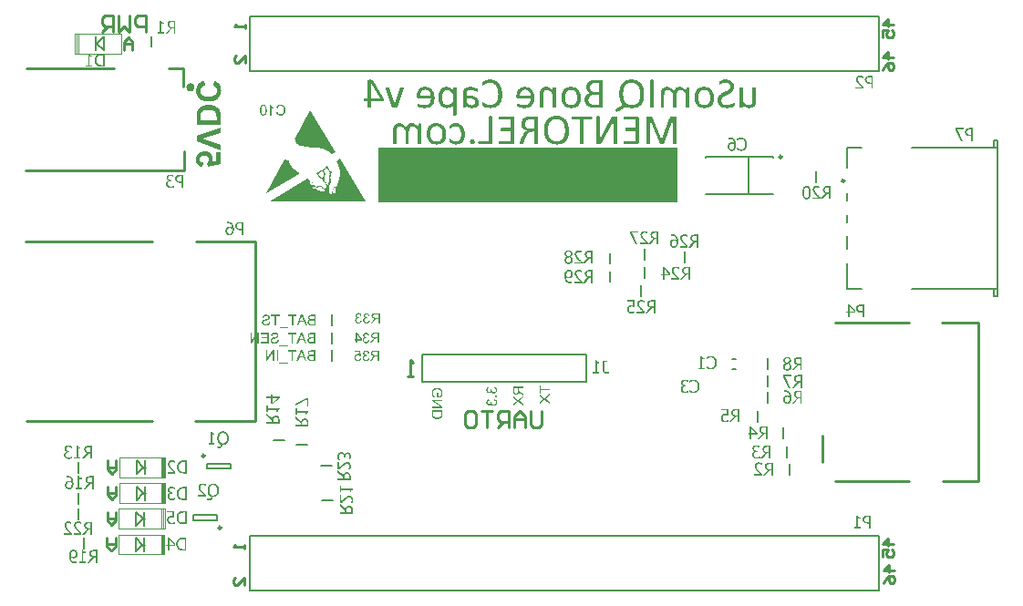
<source format=gbo>
G04 Layer_Color=32896*
%FSLAX43Y43*%
%MOMM*%
G71*
G01*
G75*
%ADD10C,0.200*%
%ADD12C,0.254*%
%ADD37C,0.400*%
%ADD71C,0.250*%
%ADD72C,0.100*%
%ADD122R,27.838X5.055*%
G36*
X126715Y97844D02*
X126755Y97838D01*
X126794Y97833D01*
X126826Y97825D01*
X126854Y97816D01*
X126865Y97812D01*
X126874Y97810D01*
X126881Y97807D01*
X126887Y97805D01*
X126889Y97803D01*
X126891D01*
X126926Y97786D01*
X126959Y97766D01*
X126987Y97746D01*
X127013Y97725D01*
X127033Y97707D01*
X127048Y97692D01*
X127057Y97683D01*
X127061Y97681D01*
Y97679D01*
X127087Y97648D01*
X127109Y97612D01*
X127130Y97581D01*
X127144Y97549D01*
X127157Y97523D01*
X127167Y97501D01*
X127170Y97494D01*
X127172Y97488D01*
X127174Y97485D01*
Y97483D01*
X127187Y97438D01*
X127196Y97394D01*
X127202Y97349D01*
X127205Y97309D01*
X127207Y97288D01*
X127209Y97272D01*
Y97257D01*
X127211Y97244D01*
Y97233D01*
Y97225D01*
Y97220D01*
Y97218D01*
X127209Y97162D01*
X127205Y97112D01*
X127198Y97066D01*
X127191Y97025D01*
X127189Y97009D01*
X127185Y96994D01*
X127181Y96979D01*
X127178Y96968D01*
X127176Y96959D01*
X127174Y96953D01*
X127172Y96949D01*
Y96948D01*
X127155Y96905D01*
X127139Y96868D01*
X127120Y96835D01*
X127102Y96807D01*
X127085Y96785D01*
X127072Y96768D01*
X127065Y96757D01*
X127061Y96753D01*
X127033Y96725D01*
X127004Y96701D01*
X126976Y96681D01*
X126948Y96664D01*
X126926Y96651D01*
X126907Y96642D01*
X126900Y96638D01*
X126894Y96637D01*
X126893Y96635D01*
X126891D01*
X126852Y96622D01*
X126815Y96612D01*
X126778Y96605D01*
X126744Y96601D01*
X126715Y96598D01*
X126702D01*
X126693Y96596D01*
X126646D01*
X126624Y96598D01*
X126604Y96599D01*
X126587Y96601D01*
X126574D01*
X126563Y96603D01*
X126557Y96605D01*
X126556D01*
X126520Y96612D01*
X126504Y96616D01*
X126489Y96620D01*
X126476Y96624D01*
X126467Y96627D01*
X126459Y96629D01*
X126457D01*
X126439Y96635D01*
X126422Y96642D01*
X126409Y96648D01*
X126396Y96651D01*
X126385Y96657D01*
X126378Y96659D01*
X126374Y96662D01*
X126372D01*
X126346Y96675D01*
X126320Y96687D01*
X126311Y96690D01*
X126304Y96694D01*
X126298Y96698D01*
X126296D01*
Y96890D01*
X126309D01*
X126326Y96874D01*
X126343Y96859D01*
X126350Y96853D01*
X126356Y96848D01*
X126359Y96846D01*
X126361Y96844D01*
X126387Y96825D01*
X126411Y96809D01*
X126420Y96803D01*
X126430Y96798D01*
X126435Y96796D01*
X126437Y96794D01*
X126472Y96777D01*
X126491Y96770D01*
X126507Y96762D01*
X126522Y96759D01*
X126533Y96755D01*
X126541Y96751D01*
X126543D01*
X126587Y96742D01*
X126609Y96738D01*
X126628Y96737D01*
X126646D01*
X126659Y96735D01*
X126670D01*
X126698Y96737D01*
X126726Y96740D01*
X126750Y96744D01*
X126772Y96749D01*
X126791Y96755D01*
X126805Y96761D01*
X126813Y96762D01*
X126817Y96764D01*
X126841Y96777D01*
X126863Y96790D01*
X126883Y96807D01*
X126900Y96822D01*
X126915Y96835D01*
X126924Y96846D01*
X126931Y96853D01*
X126933Y96855D01*
X126952Y96879D01*
X126968Y96905D01*
X126981Y96929D01*
X126993Y96953D01*
X127002Y96974D01*
X127009Y96990D01*
X127013Y97001D01*
X127015Y97003D01*
Y97005D01*
X127024Y97040D01*
X127031Y97075D01*
X127037Y97112D01*
X127041Y97146D01*
X127043Y97174D01*
Y97186D01*
X127044Y97198D01*
Y97207D01*
Y97212D01*
Y97216D01*
Y97218D01*
X127043Y97261D01*
X127041Y97299D01*
X127035Y97335D01*
X127030Y97366D01*
X127026Y97392D01*
X127020Y97411D01*
X127018Y97418D01*
Y97423D01*
X127017Y97425D01*
Y97427D01*
X127005Y97461D01*
X126993Y97490D01*
X126980Y97516D01*
X126967Y97538D01*
X126955Y97557D01*
X126946Y97570D01*
X126939Y97579D01*
X126937Y97581D01*
X126917Y97603D01*
X126896Y97622D01*
X126876Y97636D01*
X126857Y97649D01*
X126841Y97660D01*
X126828Y97668D01*
X126820Y97672D01*
X126817Y97673D01*
X126791Y97685D01*
X126765Y97692D01*
X126741Y97699D01*
X126718Y97703D01*
X126698Y97705D01*
X126683Y97707D01*
X126644D01*
X126620Y97705D01*
X126600Y97701D01*
X126581Y97699D01*
X126567Y97696D01*
X126556Y97692D01*
X126548Y97690D01*
X126546D01*
X126507Y97677D01*
X126491Y97670D01*
X126476Y97664D01*
X126463Y97659D01*
X126454Y97653D01*
X126448Y97651D01*
X126446Y97649D01*
X126413Y97629D01*
X126400Y97620D01*
X126387Y97610D01*
X126378Y97605D01*
X126370Y97599D01*
X126367Y97596D01*
X126365Y97594D01*
X126343Y97575D01*
X126324Y97562D01*
X126313Y97553D01*
X126311Y97549D01*
X126296D01*
Y97742D01*
X126326Y97759D01*
X126341Y97764D01*
X126352Y97772D01*
X126363Y97775D01*
X126370Y97779D01*
X126376Y97783D01*
X126378D01*
X126407Y97796D01*
X126420Y97799D01*
X126433Y97805D01*
X126443Y97809D01*
X126450Y97810D01*
X126456Y97812D01*
X126457D01*
X126493Y97822D01*
X126509Y97827D01*
X126524Y97831D01*
X126537Y97833D01*
X126548Y97835D01*
X126556Y97836D01*
X126557D01*
X126596Y97842D01*
X126617Y97844D01*
X126633D01*
X126648Y97846D01*
X126670D01*
X126715Y97844D01*
D02*
G37*
G36*
X125709D02*
X125754Y97838D01*
X125796Y97829D01*
X125832Y97820D01*
X125859Y97810D01*
X125872Y97807D01*
X125882Y97801D01*
X125889Y97799D01*
X125894Y97796D01*
X125898Y97794D01*
X125900D01*
X125937Y97773D01*
X125970Y97749D01*
X125998Y97725D01*
X126022Y97703D01*
X126043Y97683D01*
X126057Y97666D01*
X126065Y97655D01*
X126069Y97653D01*
Y97651D01*
X126093Y97614D01*
X126113Y97577D01*
X126130Y97540D01*
X126144Y97505D01*
X126156Y97475D01*
X126159Y97462D01*
X126163Y97451D01*
X126165Y97442D01*
X126167Y97435D01*
X126169Y97431D01*
Y97429D01*
X126180Y97381D01*
X126187Y97331D01*
X126193Y97285D01*
X126196Y97240D01*
X126198Y97220D01*
Y97203D01*
Y97186D01*
X126200Y97172D01*
Y97161D01*
Y97153D01*
Y97148D01*
Y97146D01*
X126198Y97088D01*
X126194Y97036D01*
X126189Y96990D01*
X126185Y96970D01*
X126181Y96949D01*
X126180Y96933D01*
X126176Y96918D01*
X126172Y96905D01*
X126170Y96896D01*
X126169Y96886D01*
X126167Y96881D01*
X126165Y96877D01*
Y96875D01*
X126150Y96837D01*
X126135Y96801D01*
X126119Y96772D01*
X126104Y96748D01*
X126089Y96727D01*
X126078Y96712D01*
X126070Y96705D01*
X126069Y96701D01*
X126048Y96681D01*
X126028Y96664D01*
X126007Y96651D01*
X125989Y96638D01*
X125974Y96629D01*
X125961Y96624D01*
X125954Y96620D01*
X125950Y96618D01*
X125924Y96609D01*
X125898Y96603D01*
X125874Y96598D01*
X125850Y96596D01*
X125832Y96594D01*
X125815Y96592D01*
X125802D01*
X125772Y96594D01*
X125744Y96596D01*
X125719Y96601D01*
X125696Y96607D01*
X125680Y96611D01*
X125665Y96616D01*
X125657Y96618D01*
X125654Y96620D01*
X125630Y96633D01*
X125607Y96646D01*
X125587Y96661D01*
X125569Y96674D01*
X125554Y96687D01*
X125543Y96696D01*
X125535Y96703D01*
X125533Y96705D01*
X125515Y96725D01*
X125498Y96748D01*
X125483Y96768D01*
X125472Y96790D01*
X125463Y96807D01*
X125456Y96822D01*
X125452Y96831D01*
X125450Y96835D01*
X125439Y96864D01*
X125432Y96896D01*
X125426Y96924D01*
X125422Y96951D01*
X125420Y96974D01*
X125419Y96992D01*
Y96998D01*
Y97003D01*
Y97005D01*
Y97007D01*
X125420Y97044D01*
X125424Y97079D01*
X125430Y97109D01*
X125435Y97136D01*
X125441Y97157D01*
X125446Y97174D01*
X125450Y97183D01*
X125452Y97186D01*
X125465Y97214D01*
X125480Y97240D01*
X125496Y97261D01*
X125513Y97279D01*
X125528Y97294D01*
X125539Y97305D01*
X125546Y97312D01*
X125550Y97314D01*
X125570Y97329D01*
X125591Y97342D01*
X125611Y97351D01*
X125628Y97359D01*
X125641Y97364D01*
X125652Y97368D01*
X125659Y97372D01*
X125661D01*
X125702Y97381D01*
X125722Y97383D01*
X125741Y97385D01*
X125757Y97386D01*
X125809D01*
X125835Y97383D01*
X125857Y97379D01*
X125878Y97375D01*
X125893Y97372D01*
X125906Y97368D01*
X125913Y97366D01*
X125917Y97364D01*
X125959Y97346D01*
X125980Y97335D01*
X125996Y97325D01*
X126011Y97316D01*
X126024Y97309D01*
X126031Y97303D01*
X126033Y97301D01*
X126030Y97338D01*
X126024Y97372D01*
X126017Y97403D01*
X126009Y97433D01*
X126000Y97461D01*
X125991Y97485D01*
X125981Y97507D01*
X125972Y97527D01*
X125963Y97546D01*
X125954Y97561D01*
X125946Y97573D01*
X125939Y97585D01*
X125933Y97592D01*
X125928Y97598D01*
X125926Y97601D01*
X125924Y97603D01*
X125906Y97622D01*
X125887Y97638D01*
X125867Y97651D01*
X125846Y97662D01*
X125807Y97681D01*
X125769Y97694D01*
X125733Y97701D01*
X125719Y97703D01*
X125706Y97705D01*
X125696Y97707D01*
X125682D01*
X125648Y97705D01*
X125633Y97703D01*
X125620Y97701D01*
X125609Y97699D01*
X125602Y97698D01*
X125596Y97696D01*
X125594D01*
X125580Y97692D01*
X125567Y97688D01*
X125556Y97685D01*
X125546Y97683D01*
X125539Y97679D01*
X125533Y97677D01*
X125532Y97675D01*
X125522D01*
Y97827D01*
X125545Y97833D01*
X125565Y97836D01*
X125572Y97838D01*
X125580Y97840D01*
X125585D01*
X125611Y97844D01*
X125635Y97846D01*
X125659D01*
X125709Y97844D01*
D02*
G37*
G36*
X66162Y105595D02*
X66169Y105566D01*
X66180Y105543D01*
X66191Y105525D01*
X66204Y105512D01*
X66214Y105503D01*
X66221Y105497D01*
X66223Y105495D01*
X66247Y105484D01*
X66277Y105475D01*
X66306Y105469D01*
X66336Y105464D01*
X66362Y105462D01*
X66384Y105460D01*
X66404D01*
Y105351D01*
X66186D01*
Y104542D01*
X66404D01*
Y104419D01*
X65817D01*
Y104542D01*
X66030D01*
Y105629D01*
X66156D01*
X66162Y105595D01*
D02*
G37*
G36*
X123915Y77544D02*
X123955Y77538D01*
X123994Y77533D01*
X124026Y77525D01*
X124054Y77516D01*
X124065Y77512D01*
X124074Y77510D01*
X124081Y77507D01*
X124087Y77505D01*
X124089Y77503D01*
X124091D01*
X124126Y77486D01*
X124159Y77466D01*
X124187Y77446D01*
X124213Y77425D01*
X124233Y77407D01*
X124248Y77392D01*
X124257Y77383D01*
X124261Y77381D01*
Y77379D01*
X124287Y77348D01*
X124309Y77312D01*
X124330Y77281D01*
X124344Y77249D01*
X124357Y77223D01*
X124367Y77201D01*
X124370Y77194D01*
X124372Y77188D01*
X124374Y77185D01*
Y77183D01*
X124387Y77138D01*
X124396Y77094D01*
X124402Y77049D01*
X124405Y77009D01*
X124407Y76988D01*
X124409Y76972D01*
Y76957D01*
X124411Y76944D01*
Y76933D01*
Y76925D01*
Y76920D01*
Y76918D01*
X124409Y76862D01*
X124405Y76812D01*
X124398Y76766D01*
X124391Y76725D01*
X124389Y76709D01*
X124385Y76694D01*
X124381Y76679D01*
X124378Y76668D01*
X124376Y76659D01*
X124374Y76653D01*
X124372Y76649D01*
Y76648D01*
X124355Y76605D01*
X124339Y76568D01*
X124320Y76535D01*
X124302Y76507D01*
X124285Y76485D01*
X124272Y76468D01*
X124265Y76457D01*
X124261Y76453D01*
X124233Y76425D01*
X124204Y76401D01*
X124176Y76381D01*
X124148Y76364D01*
X124126Y76351D01*
X124107Y76342D01*
X124100Y76338D01*
X124094Y76337D01*
X124093Y76335D01*
X124091D01*
X124052Y76322D01*
X124015Y76312D01*
X123978Y76305D01*
X123944Y76301D01*
X123915Y76298D01*
X123902D01*
X123893Y76296D01*
X123846D01*
X123824Y76298D01*
X123804Y76299D01*
X123787Y76301D01*
X123774D01*
X123763Y76303D01*
X123757Y76305D01*
X123756D01*
X123720Y76312D01*
X123704Y76316D01*
X123689Y76320D01*
X123676Y76324D01*
X123667Y76327D01*
X123659Y76329D01*
X123657D01*
X123639Y76335D01*
X123622Y76342D01*
X123609Y76348D01*
X123596Y76351D01*
X123585Y76357D01*
X123578Y76359D01*
X123574Y76362D01*
X123572D01*
X123546Y76375D01*
X123520Y76387D01*
X123511Y76390D01*
X123504Y76394D01*
X123498Y76398D01*
X123496D01*
Y76590D01*
X123509D01*
X123526Y76574D01*
X123543Y76559D01*
X123550Y76553D01*
X123556Y76548D01*
X123559Y76546D01*
X123561Y76544D01*
X123587Y76525D01*
X123611Y76509D01*
X123620Y76503D01*
X123630Y76498D01*
X123635Y76496D01*
X123637Y76494D01*
X123672Y76477D01*
X123691Y76470D01*
X123707Y76462D01*
X123722Y76459D01*
X123733Y76455D01*
X123741Y76451D01*
X123743D01*
X123787Y76442D01*
X123809Y76438D01*
X123828Y76437D01*
X123846D01*
X123859Y76435D01*
X123870D01*
X123898Y76437D01*
X123926Y76440D01*
X123950Y76444D01*
X123972Y76449D01*
X123991Y76455D01*
X124005Y76461D01*
X124013Y76462D01*
X124017Y76464D01*
X124041Y76477D01*
X124063Y76490D01*
X124083Y76507D01*
X124100Y76522D01*
X124115Y76535D01*
X124124Y76546D01*
X124131Y76553D01*
X124133Y76555D01*
X124152Y76579D01*
X124168Y76605D01*
X124181Y76629D01*
X124192Y76653D01*
X124202Y76674D01*
X124209Y76690D01*
X124213Y76701D01*
X124215Y76703D01*
Y76705D01*
X124224Y76740D01*
X124231Y76775D01*
X124237Y76812D01*
X124241Y76846D01*
X124243Y76873D01*
Y76886D01*
X124244Y76898D01*
Y76907D01*
Y76912D01*
Y76916D01*
Y76918D01*
X124243Y76961D01*
X124241Y76999D01*
X124235Y77035D01*
X124230Y77066D01*
X124226Y77092D01*
X124220Y77111D01*
X124218Y77118D01*
Y77123D01*
X124217Y77125D01*
Y77127D01*
X124205Y77161D01*
X124192Y77190D01*
X124180Y77216D01*
X124167Y77238D01*
X124155Y77257D01*
X124146Y77270D01*
X124139Y77279D01*
X124137Y77281D01*
X124117Y77303D01*
X124096Y77322D01*
X124076Y77336D01*
X124057Y77349D01*
X124041Y77360D01*
X124028Y77368D01*
X124020Y77372D01*
X124017Y77373D01*
X123991Y77385D01*
X123965Y77392D01*
X123941Y77399D01*
X123918Y77403D01*
X123898Y77405D01*
X123883Y77407D01*
X123844D01*
X123820Y77405D01*
X123800Y77401D01*
X123781Y77399D01*
X123767Y77396D01*
X123756Y77392D01*
X123748Y77390D01*
X123746D01*
X123707Y77377D01*
X123691Y77370D01*
X123676Y77364D01*
X123663Y77359D01*
X123654Y77353D01*
X123648Y77351D01*
X123646Y77349D01*
X123613Y77329D01*
X123600Y77320D01*
X123587Y77310D01*
X123578Y77305D01*
X123570Y77299D01*
X123567Y77296D01*
X123565Y77294D01*
X123543Y77275D01*
X123524Y77262D01*
X123513Y77253D01*
X123511Y77249D01*
X123496D01*
Y77442D01*
X123526Y77459D01*
X123541Y77464D01*
X123552Y77472D01*
X123563Y77475D01*
X123570Y77479D01*
X123576Y77483D01*
X123578D01*
X123607Y77496D01*
X123620Y77499D01*
X123633Y77505D01*
X123643Y77509D01*
X123650Y77510D01*
X123656Y77512D01*
X123657D01*
X123693Y77522D01*
X123709Y77527D01*
X123724Y77531D01*
X123737Y77533D01*
X123748Y77535D01*
X123756Y77536D01*
X123757D01*
X123796Y77542D01*
X123817Y77544D01*
X123833D01*
X123848Y77546D01*
X123870D01*
X123915Y77544D01*
D02*
G37*
G36*
X122315Y75344D02*
X122355Y75338D01*
X122394Y75333D01*
X122426Y75325D01*
X122454Y75316D01*
X122465Y75312D01*
X122474Y75310D01*
X122481Y75307D01*
X122487Y75305D01*
X122489Y75303D01*
X122491D01*
X122526Y75286D01*
X122559Y75266D01*
X122587Y75246D01*
X122613Y75225D01*
X122633Y75207D01*
X122648Y75192D01*
X122657Y75183D01*
X122661Y75181D01*
Y75179D01*
X122687Y75148D01*
X122709Y75112D01*
X122730Y75081D01*
X122744Y75049D01*
X122757Y75023D01*
X122767Y75001D01*
X122770Y74994D01*
X122772Y74988D01*
X122774Y74985D01*
Y74983D01*
X122787Y74938D01*
X122796Y74894D01*
X122802Y74849D01*
X122805Y74809D01*
X122807Y74788D01*
X122809Y74772D01*
Y74757D01*
X122811Y74744D01*
Y74733D01*
Y74725D01*
Y74720D01*
Y74718D01*
X122809Y74662D01*
X122805Y74612D01*
X122798Y74566D01*
X122791Y74525D01*
X122789Y74509D01*
X122785Y74494D01*
X122781Y74479D01*
X122778Y74468D01*
X122776Y74459D01*
X122774Y74453D01*
X122772Y74449D01*
Y74448D01*
X122755Y74405D01*
X122739Y74368D01*
X122720Y74335D01*
X122702Y74307D01*
X122685Y74285D01*
X122672Y74268D01*
X122665Y74257D01*
X122661Y74253D01*
X122633Y74225D01*
X122604Y74201D01*
X122576Y74181D01*
X122548Y74164D01*
X122526Y74151D01*
X122507Y74142D01*
X122500Y74138D01*
X122494Y74137D01*
X122493Y74135D01*
X122491D01*
X122452Y74122D01*
X122415Y74112D01*
X122378Y74105D01*
X122344Y74101D01*
X122315Y74098D01*
X122302D01*
X122293Y74096D01*
X122246D01*
X122224Y74098D01*
X122204Y74099D01*
X122187Y74101D01*
X122174D01*
X122163Y74103D01*
X122157Y74105D01*
X122156D01*
X122120Y74112D01*
X122104Y74116D01*
X122089Y74120D01*
X122076Y74124D01*
X122067Y74127D01*
X122059Y74129D01*
X122057D01*
X122039Y74135D01*
X122022Y74142D01*
X122009Y74148D01*
X121996Y74151D01*
X121985Y74157D01*
X121978Y74159D01*
X121974Y74162D01*
X121972D01*
X121946Y74175D01*
X121920Y74187D01*
X121911Y74190D01*
X121904Y74194D01*
X121898Y74198D01*
X121896D01*
Y74390D01*
X121909D01*
X121926Y74374D01*
X121943Y74359D01*
X121950Y74353D01*
X121956Y74348D01*
X121959Y74346D01*
X121961Y74344D01*
X121987Y74325D01*
X122011Y74309D01*
X122020Y74303D01*
X122030Y74298D01*
X122035Y74296D01*
X122037Y74294D01*
X122072Y74277D01*
X122091Y74270D01*
X122107Y74262D01*
X122122Y74259D01*
X122133Y74255D01*
X122141Y74251D01*
X122143D01*
X122187Y74242D01*
X122209Y74238D01*
X122228Y74237D01*
X122246D01*
X122259Y74235D01*
X122270D01*
X122298Y74237D01*
X122326Y74240D01*
X122350Y74244D01*
X122372Y74249D01*
X122391Y74255D01*
X122405Y74261D01*
X122413Y74262D01*
X122417Y74264D01*
X122441Y74277D01*
X122463Y74290D01*
X122483Y74307D01*
X122500Y74322D01*
X122515Y74335D01*
X122524Y74346D01*
X122531Y74353D01*
X122533Y74355D01*
X122552Y74379D01*
X122568Y74405D01*
X122581Y74429D01*
X122592Y74453D01*
X122602Y74474D01*
X122609Y74490D01*
X122613Y74501D01*
X122615Y74503D01*
Y74505D01*
X122624Y74540D01*
X122631Y74575D01*
X122637Y74612D01*
X122641Y74646D01*
X122643Y74674D01*
Y74686D01*
X122644Y74698D01*
Y74707D01*
Y74712D01*
Y74716D01*
Y74718D01*
X122643Y74761D01*
X122641Y74799D01*
X122635Y74835D01*
X122630Y74866D01*
X122626Y74892D01*
X122620Y74911D01*
X122618Y74918D01*
Y74923D01*
X122617Y74925D01*
Y74927D01*
X122605Y74961D01*
X122592Y74990D01*
X122580Y75016D01*
X122567Y75038D01*
X122555Y75057D01*
X122546Y75070D01*
X122539Y75079D01*
X122537Y75081D01*
X122517Y75103D01*
X122496Y75122D01*
X122476Y75136D01*
X122457Y75149D01*
X122441Y75160D01*
X122428Y75168D01*
X122420Y75172D01*
X122417Y75173D01*
X122391Y75185D01*
X122365Y75192D01*
X122341Y75199D01*
X122318Y75203D01*
X122298Y75205D01*
X122283Y75207D01*
X122244D01*
X122220Y75205D01*
X122200Y75201D01*
X122181Y75199D01*
X122167Y75196D01*
X122156Y75192D01*
X122148Y75190D01*
X122146D01*
X122107Y75177D01*
X122091Y75170D01*
X122076Y75164D01*
X122063Y75159D01*
X122054Y75153D01*
X122048Y75151D01*
X122046Y75149D01*
X122013Y75129D01*
X122000Y75120D01*
X121987Y75110D01*
X121978Y75105D01*
X121970Y75099D01*
X121967Y75096D01*
X121965Y75094D01*
X121943Y75075D01*
X121924Y75062D01*
X121913Y75053D01*
X121911Y75049D01*
X121896D01*
Y75242D01*
X121926Y75259D01*
X121941Y75264D01*
X121952Y75272D01*
X121963Y75275D01*
X121970Y75279D01*
X121976Y75283D01*
X121978D01*
X122007Y75296D01*
X122020Y75299D01*
X122033Y75305D01*
X122043Y75309D01*
X122050Y75310D01*
X122056Y75312D01*
X122057D01*
X122093Y75322D01*
X122109Y75327D01*
X122124Y75331D01*
X122137Y75333D01*
X122148Y75335D01*
X122156Y75336D01*
X122157D01*
X122196Y75342D01*
X122217Y75344D01*
X122233D01*
X122248Y75346D01*
X122270D01*
X122315Y75344D01*
D02*
G37*
G36*
X121474Y75348D02*
X121506Y75346D01*
X121533Y75342D01*
X121561Y75338D01*
X121583Y75333D01*
X121602Y75329D01*
X121613Y75327D01*
X121615Y75325D01*
X121617D01*
X121648Y75316D01*
X121676Y75309D01*
X121700Y75299D01*
X121720Y75292D01*
X121737Y75285D01*
X121748Y75279D01*
X121756Y75275D01*
X121757Y75273D01*
Y75105D01*
X121748D01*
X121731Y75116D01*
X121715Y75127D01*
X121702Y75135D01*
X121700Y75136D01*
X121698D01*
X121674Y75149D01*
X121652Y75160D01*
X121643Y75166D01*
X121635Y75168D01*
X121631Y75172D01*
X121630D01*
X121598Y75183D01*
X121583Y75188D01*
X121570Y75192D01*
X121559Y75196D01*
X121552Y75198D01*
X121546Y75199D01*
X121544D01*
X121511Y75207D01*
X121498Y75209D01*
X121483D01*
X121474Y75210D01*
X121457D01*
X121428Y75209D01*
X121413Y75207D01*
X121402D01*
X121393Y75205D01*
X121383Y75203D01*
X121380Y75201D01*
X121378D01*
X121352Y75194D01*
X121330Y75185D01*
X121322Y75179D01*
X121317Y75175D01*
X121313Y75173D01*
X121311Y75172D01*
X121293Y75155D01*
X121278Y75138D01*
X121272Y75131D01*
X121269Y75125D01*
X121265Y75122D01*
Y75120D01*
X121254Y75094D01*
X121248Y75068D01*
X121246Y75057D01*
Y75048D01*
Y75042D01*
Y75040D01*
X121250Y75005D01*
X121257Y74975D01*
X121269Y74949D01*
X121280Y74929D01*
X121293Y74912D01*
X121304Y74899D01*
X121311Y74892D01*
X121315Y74890D01*
X121343Y74873D01*
X121372Y74861D01*
X121402Y74851D01*
X121430Y74846D01*
X121454Y74842D01*
X121474Y74838D01*
X121544D01*
Y74705D01*
X121476D01*
X121437Y74703D01*
X121420Y74701D01*
X121406Y74699D01*
X121393Y74698D01*
X121383Y74696D01*
X121378Y74694D01*
X121376D01*
X121344Y74685D01*
X121330Y74679D01*
X121319Y74674D01*
X121307Y74668D01*
X121300Y74664D01*
X121296Y74662D01*
X121294Y74661D01*
X121272Y74640D01*
X121256Y74618D01*
X121250Y74609D01*
X121246Y74601D01*
X121243Y74596D01*
Y74594D01*
X121235Y74577D01*
X121232Y74559D01*
X121228Y74542D01*
X121224Y74524D01*
Y74509D01*
X121222Y74498D01*
Y74490D01*
Y74486D01*
Y74462D01*
X121226Y74440D01*
X121228Y74422D01*
X121232Y74407D01*
X121235Y74394D01*
X121237Y74383D01*
X121241Y74377D01*
Y74375D01*
X121256Y74346D01*
X121263Y74333D01*
X121270Y74320D01*
X121278Y74311D01*
X121283Y74303D01*
X121287Y74299D01*
X121289Y74298D01*
X121317Y74275D01*
X121343Y74259D01*
X121354Y74253D01*
X121363Y74249D01*
X121370Y74246D01*
X121372D01*
X121409Y74237D01*
X121426Y74235D01*
X121441Y74233D01*
X121454Y74231D01*
X121472D01*
X121504Y74233D01*
X121535Y74237D01*
X121565Y74242D01*
X121591Y74248D01*
X121613Y74253D01*
X121630Y74259D01*
X121641Y74262D01*
X121643Y74264D01*
X121644D01*
X121674Y74277D01*
X121702Y74290D01*
X121724Y74301D01*
X121744Y74312D01*
X121759Y74322D01*
X121770Y74329D01*
X121778Y74335D01*
X121780Y74337D01*
X121791D01*
Y74166D01*
X121767Y74155D01*
X121743Y74144D01*
X121719Y74137D01*
X121694Y74129D01*
X121674Y74122D01*
X121657Y74118D01*
X121646Y74116D01*
X121644Y74114D01*
X121643D01*
X121609Y74107D01*
X121576Y74101D01*
X121544Y74098D01*
X121519Y74096D01*
X121494Y74094D01*
X121476Y74092D01*
X121461D01*
X121426Y74094D01*
X121394Y74096D01*
X121367Y74101D01*
X121341Y74107D01*
X121320Y74111D01*
X121306Y74116D01*
X121296Y74118D01*
X121293Y74120D01*
X121267Y74131D01*
X121241Y74144D01*
X121220Y74159D01*
X121200Y74172D01*
X121185Y74185D01*
X121174Y74194D01*
X121167Y74201D01*
X121165Y74203D01*
X121146Y74224D01*
X121132Y74244D01*
X121119Y74264D01*
X121107Y74283D01*
X121098Y74299D01*
X121093Y74312D01*
X121089Y74320D01*
X121087Y74324D01*
X121078Y74349D01*
X121070Y74375D01*
X121065Y74401D01*
X121061Y74424D01*
X121059Y74444D01*
X121057Y74461D01*
Y74470D01*
Y74474D01*
X121059Y74501D01*
X121061Y74527D01*
X121065Y74551D01*
X121069Y74570D01*
X121074Y74586D01*
X121078Y74598D01*
X121080Y74605D01*
X121082Y74607D01*
X121091Y74627D01*
X121102Y74644D01*
X121111Y74661D01*
X121120Y74674D01*
X121130Y74683D01*
X121137Y74692D01*
X121141Y74696D01*
X121143Y74698D01*
X121170Y74720D01*
X121196Y74736D01*
X121207Y74742D01*
X121217Y74746D01*
X121222Y74749D01*
X121224D01*
X121256Y74761D01*
X121269Y74766D01*
X121282Y74770D01*
X121291Y74772D01*
X121298Y74773D01*
X121304Y74775D01*
X121306D01*
Y74786D01*
X121272Y74796D01*
X121243Y74811D01*
X121215Y74825D01*
X121193Y74842D01*
X121174Y74857D01*
X121159Y74870D01*
X121152Y74877D01*
X121148Y74881D01*
X121126Y74911D01*
X121109Y74940D01*
X121098Y74970D01*
X121089Y74998D01*
X121085Y75022D01*
X121083Y75040D01*
X121082Y75048D01*
Y75053D01*
Y75055D01*
Y75057D01*
X121083Y75085D01*
X121085Y75109D01*
X121091Y75131D01*
X121095Y75149D01*
X121100Y75164D01*
X121106Y75177D01*
X121107Y75185D01*
X121109Y75186D01*
X121120Y75207D01*
X121133Y75225D01*
X121146Y75240D01*
X121161Y75255D01*
X121172Y75266D01*
X121182Y75273D01*
X121189Y75279D01*
X121191Y75281D01*
X121228Y75303D01*
X121246Y75312D01*
X121263Y75320D01*
X121278Y75325D01*
X121289Y75329D01*
X121296Y75333D01*
X121300D01*
X121324Y75338D01*
X121348Y75342D01*
X121372Y75346D01*
X121394Y75348D01*
X121413Y75349D01*
X121443D01*
X121474Y75348D01*
D02*
G37*
G36*
X67589Y104419D02*
X67262D01*
X67214Y104423D01*
X67173Y104425D01*
X67138Y104429D01*
X67110Y104432D01*
X67099Y104434D01*
X67089D01*
X67082Y104436D01*
X67076Y104438D01*
X67073D01*
X67038Y104447D01*
X67004Y104458D01*
X66973Y104471D01*
X66945Y104484D01*
X66921Y104495D01*
X66902Y104506D01*
X66897Y104510D01*
X66891Y104514D01*
X66889Y104516D01*
X66888D01*
X66847Y104545D01*
X66812Y104579D01*
X66780Y104614D01*
X66756Y104647D01*
X66736Y104675D01*
X66727Y104688D01*
X66721Y104699D01*
X66715Y104708D01*
X66712Y104716D01*
X66708Y104719D01*
Y104721D01*
X66686Y104773D01*
X66669Y104825D01*
X66658Y104875D01*
X66649Y104921D01*
X66647Y104942D01*
X66645Y104960D01*
X66643Y104977D01*
Y104992D01*
X66641Y105003D01*
Y105012D01*
Y105017D01*
Y105019D01*
X66643Y105084D01*
X66651Y105142D01*
X66656Y105169D01*
X66662Y105193D01*
X66667Y105217D01*
X66673Y105238D01*
X66680Y105256D01*
X66686Y105273D01*
X66691Y105288D01*
X66695Y105301D01*
X66701Y105310D01*
X66702Y105317D01*
X66706Y105321D01*
Y105323D01*
X66732Y105369D01*
X66760Y105408D01*
X66791Y105443D01*
X66819Y105473D01*
X66845Y105497D01*
X66867Y105514D01*
X66875Y105521D01*
X66880Y105525D01*
X66884Y105529D01*
X66886D01*
X66912Y105545D01*
X66939Y105558D01*
X66967Y105571D01*
X66993Y105580D01*
X67017Y105588D01*
X67034Y105593D01*
X67041Y105597D01*
X67047D01*
X67049Y105599D01*
X67051D01*
X67089Y105608D01*
X67132Y105614D01*
X67176Y105619D01*
X67219Y105621D01*
X67258Y105623D01*
X67275Y105625D01*
X67589D01*
Y104419D01*
D02*
G37*
G36*
X73813Y65390D02*
X73845Y65388D01*
X73872Y65384D01*
X73900Y65381D01*
X73923Y65375D01*
X73941Y65371D01*
X73952Y65370D01*
X73954Y65368D01*
X73956D01*
X73987Y65358D01*
X74015Y65351D01*
X74039Y65342D01*
X74060Y65334D01*
X74076Y65327D01*
X74087Y65321D01*
X74095Y65318D01*
X74097Y65316D01*
Y65147D01*
X74087D01*
X74071Y65158D01*
X74054Y65170D01*
X74041Y65177D01*
X74039Y65179D01*
X74037D01*
X74013Y65192D01*
X73991Y65203D01*
X73982Y65208D01*
X73974Y65210D01*
X73971Y65214D01*
X73969D01*
X73937Y65225D01*
X73923Y65231D01*
X73910Y65234D01*
X73898Y65238D01*
X73891Y65240D01*
X73885Y65242D01*
X73884D01*
X73850Y65249D01*
X73837Y65251D01*
X73823D01*
X73813Y65253D01*
X73797D01*
X73767Y65251D01*
X73752Y65249D01*
X73741D01*
X73732Y65247D01*
X73723Y65245D01*
X73719Y65244D01*
X73717D01*
X73691Y65236D01*
X73669Y65227D01*
X73661Y65221D01*
X73656Y65218D01*
X73652Y65216D01*
X73650Y65214D01*
X73632Y65197D01*
X73617Y65181D01*
X73611Y65173D01*
X73608Y65168D01*
X73604Y65164D01*
Y65162D01*
X73593Y65136D01*
X73587Y65110D01*
X73585Y65099D01*
Y65090D01*
Y65084D01*
Y65083D01*
X73589Y65047D01*
X73597Y65018D01*
X73608Y64992D01*
X73619Y64971D01*
X73632Y64955D01*
X73643Y64942D01*
X73650Y64934D01*
X73654Y64933D01*
X73682Y64916D01*
X73711Y64903D01*
X73741Y64894D01*
X73769Y64888D01*
X73793Y64884D01*
X73813Y64881D01*
X73884D01*
Y64747D01*
X73815D01*
X73776Y64746D01*
X73760Y64744D01*
X73745Y64742D01*
X73732Y64740D01*
X73723Y64738D01*
X73717Y64736D01*
X73715D01*
X73684Y64727D01*
X73669Y64721D01*
X73658Y64716D01*
X73647Y64710D01*
X73639Y64707D01*
X73635Y64705D01*
X73634Y64703D01*
X73611Y64683D01*
X73595Y64660D01*
X73589Y64651D01*
X73585Y64644D01*
X73582Y64638D01*
Y64636D01*
X73574Y64620D01*
X73571Y64601D01*
X73567Y64584D01*
X73563Y64566D01*
Y64551D01*
X73561Y64540D01*
Y64533D01*
Y64529D01*
Y64505D01*
X73565Y64483D01*
X73567Y64464D01*
X73571Y64449D01*
X73574Y64436D01*
X73576Y64425D01*
X73580Y64420D01*
Y64418D01*
X73595Y64388D01*
X73602Y64375D01*
X73610Y64362D01*
X73617Y64353D01*
X73623Y64346D01*
X73626Y64342D01*
X73628Y64340D01*
X73656Y64318D01*
X73682Y64301D01*
X73693Y64296D01*
X73702Y64292D01*
X73710Y64288D01*
X73711D01*
X73748Y64279D01*
X73765Y64277D01*
X73780Y64275D01*
X73793Y64273D01*
X73811D01*
X73843Y64275D01*
X73874Y64279D01*
X73904Y64284D01*
X73930Y64290D01*
X73952Y64296D01*
X73969Y64301D01*
X73980Y64305D01*
X73982Y64307D01*
X73984D01*
X74013Y64320D01*
X74041Y64333D01*
X74063Y64344D01*
X74084Y64355D01*
X74098Y64364D01*
X74110Y64371D01*
X74117Y64377D01*
X74119Y64379D01*
X74130D01*
Y64209D01*
X74106Y64197D01*
X74082Y64186D01*
X74058Y64179D01*
X74034Y64172D01*
X74013Y64164D01*
X73997Y64160D01*
X73985Y64159D01*
X73984Y64157D01*
X73982D01*
X73948Y64149D01*
X73915Y64144D01*
X73884Y64140D01*
X73858Y64138D01*
X73834Y64136D01*
X73815Y64134D01*
X73800D01*
X73765Y64136D01*
X73734Y64138D01*
X73706Y64144D01*
X73680Y64149D01*
X73660Y64153D01*
X73645Y64159D01*
X73635Y64160D01*
X73632Y64162D01*
X73606Y64173D01*
X73580Y64186D01*
X73560Y64201D01*
X73539Y64214D01*
X73524Y64227D01*
X73513Y64236D01*
X73506Y64244D01*
X73504Y64246D01*
X73485Y64266D01*
X73471Y64286D01*
X73458Y64307D01*
X73447Y64325D01*
X73437Y64342D01*
X73432Y64355D01*
X73428Y64362D01*
X73426Y64366D01*
X73417Y64392D01*
X73410Y64418D01*
X73404Y64444D01*
X73400Y64466D01*
X73398Y64486D01*
X73397Y64503D01*
Y64512D01*
Y64516D01*
X73398Y64544D01*
X73400Y64570D01*
X73404Y64594D01*
X73408Y64612D01*
X73413Y64629D01*
X73417Y64640D01*
X73419Y64647D01*
X73421Y64649D01*
X73430Y64670D01*
X73441Y64686D01*
X73450Y64703D01*
X73460Y64716D01*
X73469Y64725D01*
X73476Y64734D01*
X73480Y64738D01*
X73482Y64740D01*
X73510Y64762D01*
X73535Y64779D01*
X73547Y64784D01*
X73556Y64788D01*
X73561Y64792D01*
X73563D01*
X73595Y64803D01*
X73608Y64808D01*
X73621Y64812D01*
X73630Y64814D01*
X73637Y64816D01*
X73643Y64818D01*
X73645D01*
Y64829D01*
X73611Y64838D01*
X73582Y64853D01*
X73554Y64868D01*
X73532Y64884D01*
X73513Y64899D01*
X73498Y64912D01*
X73491Y64920D01*
X73487Y64923D01*
X73465Y64953D01*
X73448Y64983D01*
X73437Y65012D01*
X73428Y65040D01*
X73424Y65064D01*
X73423Y65083D01*
X73421Y65090D01*
Y65095D01*
Y65097D01*
Y65099D01*
X73423Y65127D01*
X73424Y65151D01*
X73430Y65173D01*
X73434Y65192D01*
X73439Y65207D01*
X73445Y65220D01*
X73447Y65227D01*
X73448Y65229D01*
X73460Y65249D01*
X73473Y65268D01*
X73485Y65283D01*
X73500Y65297D01*
X73511Y65308D01*
X73521Y65316D01*
X73528Y65321D01*
X73530Y65323D01*
X73567Y65345D01*
X73585Y65355D01*
X73602Y65362D01*
X73617Y65368D01*
X73628Y65371D01*
X73635Y65375D01*
X73639D01*
X73663Y65381D01*
X73687Y65384D01*
X73711Y65388D01*
X73734Y65390D01*
X73752Y65392D01*
X73782D01*
X73813Y65390D01*
D02*
G37*
G36*
X74125Y60045D02*
Y59876D01*
X73594D01*
Y59461D01*
X73438D01*
Y59876D01*
X73296D01*
Y60006D01*
X73438D01*
Y60667D01*
X73588D01*
X74125Y60045D01*
D02*
G37*
G36*
X75159Y59461D02*
X74831D01*
X74783Y59465D01*
X74742Y59467D01*
X74707Y59471D01*
X74679Y59474D01*
X74668Y59476D01*
X74659D01*
X74651Y59478D01*
X74646Y59480D01*
X74642D01*
X74607Y59489D01*
X74573Y59500D01*
X74542Y59513D01*
X74514Y59526D01*
X74490Y59537D01*
X74472Y59548D01*
X74466Y59552D01*
X74461Y59556D01*
X74459Y59558D01*
X74457D01*
X74416Y59587D01*
X74381Y59621D01*
X74349Y59656D01*
X74325Y59689D01*
X74305Y59717D01*
X74296Y59730D01*
X74290Y59741D01*
X74285Y59750D01*
X74281Y59758D01*
X74277Y59761D01*
Y59763D01*
X74255Y59815D01*
X74238Y59867D01*
X74227Y59917D01*
X74218Y59963D01*
X74216Y59984D01*
X74214Y60002D01*
X74212Y60019D01*
Y60034D01*
X74211Y60045D01*
Y60054D01*
Y60059D01*
Y60061D01*
X74212Y60126D01*
X74220Y60184D01*
X74225Y60211D01*
X74231Y60235D01*
X74236Y60259D01*
X74242Y60280D01*
X74249Y60298D01*
X74255Y60315D01*
X74261Y60330D01*
X74264Y60343D01*
X74270Y60352D01*
X74272Y60359D01*
X74275Y60363D01*
Y60365D01*
X74301Y60411D01*
X74329Y60450D01*
X74361Y60485D01*
X74388Y60515D01*
X74414Y60539D01*
X74436Y60556D01*
X74444Y60563D01*
X74449Y60567D01*
X74453Y60571D01*
X74455D01*
X74481Y60587D01*
X74509Y60600D01*
X74536Y60613D01*
X74562Y60622D01*
X74586Y60630D01*
X74603Y60635D01*
X74611Y60639D01*
X74616D01*
X74618Y60641D01*
X74620D01*
X74659Y60650D01*
X74701Y60656D01*
X74746Y60661D01*
X74788Y60663D01*
X74827Y60665D01*
X74844Y60667D01*
X75159D01*
Y59461D01*
D02*
G37*
G36*
X75232Y66626D02*
X74905D01*
X74857Y66630D01*
X74816Y66632D01*
X74781Y66635D01*
X74753Y66639D01*
X74742Y66641D01*
X74732D01*
X74725Y66643D01*
X74719Y66645D01*
X74716D01*
X74681Y66654D01*
X74647Y66665D01*
X74616Y66678D01*
X74588Y66691D01*
X74564Y66702D01*
X74545Y66713D01*
X74540Y66717D01*
X74534Y66720D01*
X74532Y66722D01*
X74531D01*
X74490Y66752D01*
X74455Y66785D01*
X74423Y66820D01*
X74399Y66854D01*
X74379Y66882D01*
X74370Y66894D01*
X74364Y66906D01*
X74358Y66915D01*
X74355Y66922D01*
X74351Y66926D01*
Y66928D01*
X74329Y66980D01*
X74312Y67032D01*
X74301Y67082D01*
X74292Y67128D01*
X74290Y67148D01*
X74288Y67167D01*
X74286Y67183D01*
Y67198D01*
X74284Y67209D01*
Y67219D01*
Y67224D01*
Y67226D01*
X74286Y67291D01*
X74294Y67348D01*
X74299Y67376D01*
X74305Y67400D01*
X74310Y67424D01*
X74316Y67444D01*
X74323Y67463D01*
X74329Y67480D01*
X74334Y67494D01*
X74338Y67507D01*
X74344Y67517D01*
X74345Y67524D01*
X74349Y67528D01*
Y67530D01*
X74375Y67576D01*
X74403Y67615D01*
X74434Y67650D01*
X74462Y67680D01*
X74488Y67704D01*
X74510Y67720D01*
X74518Y67728D01*
X74523Y67731D01*
X74527Y67735D01*
X74529D01*
X74555Y67752D01*
X74582Y67765D01*
X74610Y67778D01*
X74636Y67787D01*
X74660Y67794D01*
X74677Y67800D01*
X74684Y67804D01*
X74690D01*
X74692Y67806D01*
X74694D01*
X74732Y67815D01*
X74775Y67820D01*
X74819Y67826D01*
X74862Y67828D01*
X74901Y67830D01*
X74918Y67831D01*
X75232D01*
Y66626D01*
D02*
G37*
G36*
X73838Y67855D02*
X73868Y67854D01*
X73897Y67850D01*
X73923Y67846D01*
X73946Y67841D01*
X73962Y67837D01*
X73973Y67835D01*
X73975Y67833D01*
X73977D01*
X74008Y67824D01*
X74036Y67815D01*
X74060Y67807D01*
X74079Y67800D01*
X74095Y67793D01*
X74107Y67787D01*
X74114Y67785D01*
X74116Y67783D01*
Y67613D01*
X74108D01*
X74092Y67624D01*
X74075Y67633D01*
X74068Y67637D01*
X74062Y67641D01*
X74058Y67644D01*
X74057D01*
X74033Y67659D01*
X74012Y67670D01*
X74005Y67674D01*
X73997Y67678D01*
X73994Y67680D01*
X73992D01*
X73960Y67691D01*
X73947Y67696D01*
X73934Y67700D01*
X73923Y67704D01*
X73914Y67706D01*
X73908Y67707D01*
X73907D01*
X73873Y67715D01*
X73860Y67717D01*
X73846D01*
X73836Y67718D01*
X73820D01*
X73788Y67717D01*
X73773Y67715D01*
X73762Y67713D01*
X73753Y67709D01*
X73744Y67707D01*
X73740Y67706D01*
X73738D01*
X73712Y67694D01*
X73690Y67681D01*
X73683Y67678D01*
X73677Y67672D01*
X73673Y67670D01*
X73671Y67668D01*
X73653Y67648D01*
X73640Y67628D01*
X73636Y67618D01*
X73633Y67613D01*
X73629Y67607D01*
Y67606D01*
X73620Y67576D01*
X73614Y67546D01*
X73612Y67535D01*
Y67526D01*
Y67519D01*
Y67517D01*
X73614Y67481D01*
X73620Y67446D01*
X73629Y67415D01*
X73638Y67387D01*
X73647Y67363D01*
X73657Y67344D01*
X73658Y67337D01*
X73662Y67331D01*
X73664Y67330D01*
Y67328D01*
X73675Y67309D01*
X73686Y67291D01*
X73714Y67252D01*
X73746Y67211D01*
X73777Y67172D01*
X73805Y67139D01*
X73818Y67124D01*
X73829Y67111D01*
X73838Y67100D01*
X73846Y67093D01*
X73849Y67087D01*
X73851Y67085D01*
X73877Y67057D01*
X73901Y67032D01*
X73925Y67007D01*
X73947Y66985D01*
X73966Y66967D01*
X73979Y66954D01*
X73988Y66944D01*
X73992Y66941D01*
X74045Y66889D01*
X74070Y66863D01*
X74094Y66841D01*
X74112Y66822D01*
X74129Y66807D01*
X74138Y66798D01*
X74140Y66796D01*
X74142Y66795D01*
Y66626D01*
X73397D01*
Y66765D01*
X73992D01*
X73970Y66785D01*
X73946Y66807D01*
X73920Y66832D01*
X73896Y66854D01*
X73875Y66872D01*
X73857Y66889D01*
X73846Y66900D01*
X73844Y66902D01*
X73842Y66904D01*
X73807Y66937D01*
X73775Y66969D01*
X73746Y66998D01*
X73721Y67024D01*
X73701Y67046D01*
X73684Y67061D01*
X73675Y67072D01*
X73671Y67076D01*
X73638Y67113D01*
X73623Y67130D01*
X73610Y67146D01*
X73599Y67159D01*
X73590Y67169D01*
X73584Y67176D01*
X73583Y67178D01*
X73553Y67217D01*
X73542Y67233D01*
X73531Y67250D01*
X73521Y67263D01*
X73516Y67274D01*
X73512Y67281D01*
X73510Y67283D01*
X73490Y67322D01*
X73483Y67341D01*
X73475Y67357D01*
X73471Y67370D01*
X73468Y67383D01*
X73464Y67391D01*
Y67393D01*
X73455Y67439D01*
X73451Y67461D01*
X73449Y67481D01*
X73447Y67498D01*
Y67513D01*
Y67520D01*
Y67524D01*
X73449Y67552D01*
X73451Y67578D01*
X73462Y67628D01*
X73477Y67668D01*
X73496Y67704D01*
X73505Y67718D01*
X73514Y67730D01*
X73521Y67741D01*
X73529Y67750D01*
X73534Y67757D01*
X73540Y67763D01*
X73542Y67765D01*
X73544Y67767D01*
X73562Y67783D01*
X73583Y67796D01*
X73603Y67809D01*
X73625Y67818D01*
X73670Y67835D01*
X73712Y67846D01*
X73749Y67852D01*
X73766Y67855D01*
X73781D01*
X73792Y67857D01*
X73808D01*
X73838Y67855D01*
D02*
G37*
G36*
X75209Y64160D02*
X74882D01*
X74834Y64164D01*
X74793Y64166D01*
X74758Y64170D01*
X74730Y64173D01*
X74719Y64175D01*
X74709D01*
X74702Y64177D01*
X74696Y64179D01*
X74693D01*
X74658Y64188D01*
X74624Y64199D01*
X74593Y64212D01*
X74565Y64225D01*
X74541Y64236D01*
X74522Y64247D01*
X74517Y64251D01*
X74511Y64255D01*
X74509Y64257D01*
X74508D01*
X74467Y64286D01*
X74432Y64320D01*
X74400Y64355D01*
X74376Y64388D01*
X74356Y64416D01*
X74347Y64429D01*
X74341Y64440D01*
X74335Y64449D01*
X74332Y64457D01*
X74328Y64460D01*
Y64462D01*
X74306Y64514D01*
X74289Y64566D01*
X74278Y64616D01*
X74269Y64662D01*
X74267Y64683D01*
X74265Y64701D01*
X74263Y64718D01*
Y64733D01*
X74261Y64744D01*
Y64753D01*
Y64758D01*
Y64760D01*
X74263Y64825D01*
X74271Y64883D01*
X74276Y64910D01*
X74282Y64934D01*
X74287Y64958D01*
X74293Y64979D01*
X74300Y64997D01*
X74306Y65014D01*
X74311Y65029D01*
X74315Y65042D01*
X74321Y65051D01*
X74322Y65058D01*
X74326Y65062D01*
Y65064D01*
X74352Y65110D01*
X74380Y65149D01*
X74411Y65184D01*
X74439Y65214D01*
X74465Y65238D01*
X74487Y65255D01*
X74495Y65262D01*
X74500Y65266D01*
X74504Y65270D01*
X74506D01*
X74532Y65286D01*
X74559Y65299D01*
X74587Y65312D01*
X74613Y65321D01*
X74637Y65329D01*
X74654Y65334D01*
X74661Y65338D01*
X74667D01*
X74669Y65340D01*
X74671D01*
X74709Y65349D01*
X74752Y65355D01*
X74796Y65360D01*
X74839Y65362D01*
X74878Y65364D01*
X74895Y65366D01*
X75209D01*
Y64160D01*
D02*
G37*
G36*
X120569Y99814D02*
X120601Y99800D01*
X120624Y99786D01*
X120634Y99781D01*
X120657Y99749D01*
X120671Y99707D01*
Y99689D01*
X120675Y99675D01*
Y99665D01*
Y99661D01*
Y97277D01*
X120671Y97259D01*
Y97254D01*
Y97250D01*
X120652Y97240D01*
X120648Y97236D01*
X120643D01*
X120629Y97231D01*
X120611D01*
X120597Y97227D01*
X120592D01*
X120564Y97222D01*
X120537Y97217D01*
X120476D01*
X120449Y97222D01*
X120430Y97227D01*
X120425D01*
X120402Y97231D01*
X120388D01*
X120379Y97236D01*
X120375D01*
X120361Y97240D01*
X120351Y97245D01*
X120342Y97250D01*
X120333Y97268D01*
Y97277D01*
Y99536D01*
X119458Y97268D01*
X119454Y97254D01*
X119449Y97250D01*
Y97245D01*
X119426Y97236D01*
X119421Y97231D01*
X119417D01*
X119384Y97227D01*
X119370Y97222D01*
X119366D01*
X119343Y97217D01*
X119264D01*
X119241Y97222D01*
X119222D01*
X119204Y97227D01*
X119190D01*
X119181Y97231D01*
X119176D01*
X119162Y97236D01*
X119153Y97240D01*
X119144Y97245D01*
X119130Y97259D01*
X119125Y97268D01*
X118209Y99536D01*
X118204D01*
Y97277D01*
X118199Y97259D01*
Y97254D01*
Y97250D01*
X118181Y97240D01*
X118176Y97236D01*
X118172D01*
X118158Y97231D01*
X118139D01*
X118125Y97227D01*
X118121D01*
X118093Y97222D01*
X118065Y97217D01*
X118005D01*
X117977Y97222D01*
X117959Y97227D01*
X117954D01*
X117931Y97231D01*
X117917D01*
X117908Y97236D01*
X117903D01*
X117889Y97240D01*
X117880Y97245D01*
X117871Y97250D01*
X117862Y97268D01*
Y97277D01*
Y99661D01*
Y99689D01*
X117866Y99712D01*
X117871Y99726D01*
X117876Y99730D01*
X117885Y99749D01*
X117899Y99763D01*
X117903Y99772D01*
X117908Y99777D01*
X117922Y99790D01*
X117936Y99800D01*
X117950Y99809D01*
X117954D01*
X117973Y99814D01*
X117991Y99818D01*
X118269D01*
X118297Y99814D01*
X118315Y99809D01*
X118324Y99804D01*
X118352Y99795D01*
X118371Y99781D01*
X118389Y99772D01*
X118394Y99767D01*
X118412Y99749D01*
X118431Y99726D01*
X118445Y99712D01*
X118449Y99702D01*
X118468Y99670D01*
X118486Y99638D01*
X118496Y99610D01*
X118500Y99605D01*
Y99601D01*
X119269Y97731D01*
X119278D01*
X120023Y99605D01*
X120037Y99642D01*
X120051Y99675D01*
X120060Y99693D01*
X120065Y99698D01*
X120083Y99726D01*
X120102Y99744D01*
X120120Y99758D01*
X120125Y99763D01*
X120152Y99781D01*
X120180Y99795D01*
X120203Y99800D01*
X120208Y99804D01*
X120213D01*
X120250Y99814D01*
X120287Y99818D01*
X120532D01*
X120569Y99814D01*
D02*
G37*
G36*
X96166Y99166D02*
X96217Y99156D01*
X96268Y99143D01*
X96310Y99129D01*
X96347Y99115D01*
X96379Y99101D01*
X96398Y99092D01*
X96402Y99087D01*
X96458Y99055D01*
X96509Y99018D01*
X96560Y98976D01*
X96601Y98934D01*
X96638Y98897D01*
X96666Y98869D01*
X96689Y98851D01*
X96694Y98842D01*
Y99078D01*
X96698Y99101D01*
X96703Y99105D01*
X96708Y99115D01*
X96717Y99119D01*
X96721Y99124D01*
X96726D01*
X96740Y99129D01*
X96754Y99133D01*
X96768Y99138D01*
X96772D01*
X96796Y99143D01*
X96897D01*
X96911Y99138D01*
X96916D01*
X96934Y99133D01*
X96948Y99129D01*
X96958Y99124D01*
X96962D01*
X96971Y99119D01*
X96981Y99110D01*
X96985Y99105D01*
X96990Y99087D01*
Y99082D01*
Y99078D01*
Y97277D01*
X96985Y97259D01*
Y97250D01*
X96967Y97236D01*
X96962Y97231D01*
X96958D01*
X96925Y97227D01*
X96916Y97222D01*
X96911D01*
X96883Y97217D01*
X96796D01*
X96768Y97222D01*
X96749D01*
X96726Y97227D01*
X96712D01*
X96703Y97231D01*
X96698D01*
X96675Y97245D01*
X96671Y97250D01*
X96661Y97268D01*
Y97273D01*
Y97277D01*
Y98536D01*
X96610Y98596D01*
X96564Y98647D01*
X96522Y98689D01*
X96485Y98726D01*
X96453Y98754D01*
X96430Y98777D01*
X96416Y98786D01*
X96411Y98791D01*
X96370Y98823D01*
X96328Y98846D01*
X96286Y98860D01*
X96254Y98874D01*
X96222Y98879D01*
X96199Y98883D01*
X96180D01*
X96115Y98879D01*
X96064Y98865D01*
X96046Y98860D01*
X96032Y98851D01*
X96027Y98846D01*
X96023D01*
X95976Y98814D01*
X95939Y98782D01*
X95921Y98754D01*
X95912Y98745D01*
Y98740D01*
X95879Y98689D01*
X95861Y98633D01*
X95851Y98610D01*
X95847Y98596D01*
X95842Y98583D01*
Y98578D01*
X95828Y98508D01*
X95824Y98439D01*
X95819Y98411D01*
Y98388D01*
Y98374D01*
Y98370D01*
Y97277D01*
X95814Y97259D01*
Y97250D01*
X95796Y97236D01*
X95791Y97231D01*
X95787D01*
X95773Y97227D01*
X95754D01*
X95740Y97222D01*
X95736D01*
X95708Y97217D01*
X95625D01*
X95602Y97222D01*
X95578D01*
X95555Y97227D01*
X95541D01*
X95532Y97231D01*
X95527D01*
X95504Y97245D01*
X95500Y97250D01*
X95490Y97268D01*
Y97273D01*
Y97277D01*
Y98536D01*
X95440Y98596D01*
X95393Y98647D01*
X95352Y98689D01*
X95315Y98726D01*
X95282Y98754D01*
X95259Y98777D01*
X95245Y98786D01*
X95241Y98791D01*
X95199Y98823D01*
X95157Y98846D01*
X95116Y98860D01*
X95083Y98874D01*
X95051Y98879D01*
X95028Y98883D01*
X95009D01*
X94949Y98879D01*
X94898Y98865D01*
X94880Y98860D01*
X94866Y98851D01*
X94856Y98846D01*
X94852D01*
X94806Y98814D01*
X94769Y98782D01*
X94750Y98754D01*
X94741Y98745D01*
Y98740D01*
X94713Y98689D01*
X94690Y98633D01*
X94685Y98610D01*
X94681Y98596D01*
X94676Y98583D01*
Y98578D01*
X94662Y98508D01*
X94657Y98439D01*
X94653Y98411D01*
Y98388D01*
Y98374D01*
Y98370D01*
Y97277D01*
X94648Y97259D01*
Y97250D01*
X94630Y97236D01*
X94625Y97231D01*
X94620D01*
X94607Y97227D01*
X94588D01*
X94574Y97222D01*
X94570D01*
X94542Y97217D01*
X94454D01*
X94431Y97222D01*
X94408D01*
X94384Y97227D01*
X94371D01*
X94361Y97231D01*
X94357D01*
X94334Y97245D01*
X94329Y97250D01*
X94320Y97268D01*
Y97273D01*
Y97277D01*
Y98416D01*
X94324Y98527D01*
X94329Y98573D01*
X94334Y98615D01*
X94343Y98652D01*
X94347Y98680D01*
X94352Y98698D01*
Y98703D01*
X94366Y98754D01*
X94384Y98800D01*
X94398Y98842D01*
X94417Y98874D01*
X94435Y98902D01*
X94445Y98925D01*
X94454Y98939D01*
X94458Y98944D01*
X94486Y98981D01*
X94519Y99013D01*
X94551Y99041D01*
X94579Y99064D01*
X94607Y99082D01*
X94630Y99096D01*
X94644Y99101D01*
X94648Y99105D01*
X94694Y99129D01*
X94741Y99143D01*
X94792Y99156D01*
X94838Y99161D01*
X94880Y99166D01*
X94912Y99170D01*
X94940D01*
X94995Y99166D01*
X95037Y99161D01*
X95055Y99156D01*
X95069Y99152D01*
X95079Y99147D01*
X95083D01*
X95134Y99129D01*
X95185Y99110D01*
X95204Y99101D01*
X95217Y99096D01*
X95227Y99087D01*
X95231D01*
X95287Y99050D01*
X95338Y99018D01*
X95356Y98999D01*
X95375Y98990D01*
X95384Y98981D01*
X95389Y98976D01*
X95449Y98925D01*
X95500Y98869D01*
X95523Y98846D01*
X95541Y98832D01*
X95551Y98819D01*
X95555Y98814D01*
X95583Y98869D01*
X95611Y98916D01*
X95620Y98934D01*
X95629Y98948D01*
X95634Y98953D01*
X95639Y98957D01*
X95676Y99004D01*
X95713Y99036D01*
X95740Y99059D01*
X95750Y99068D01*
X95754D01*
X95805Y99101D01*
X95856Y99124D01*
X95879Y99133D01*
X95898Y99138D01*
X95907Y99143D01*
X95912D01*
X95981Y99161D01*
X96046Y99166D01*
X96069Y99170D01*
X96111D01*
X96166Y99166D01*
D02*
G37*
G36*
X98933Y72145D02*
X98932Y72113D01*
X98930Y72083D01*
X98927Y72057D01*
X98925Y72034D01*
X98922Y72014D01*
X98920Y72000D01*
X98919Y71996D01*
X98917Y71992D01*
Y71990D01*
Y71989D01*
X98910Y71964D01*
X98902Y71941D01*
X98895Y71921D01*
X98886Y71904D01*
X98879Y71890D01*
X98874Y71880D01*
X98870Y71875D01*
X98868Y71872D01*
X98855Y71854D01*
X98840Y71838D01*
X98826Y71823D01*
X98812Y71810D01*
X98799Y71799D01*
X98789Y71790D01*
X98782Y71785D01*
X98779Y71783D01*
X98757Y71769D01*
X98733Y71755D01*
X98710Y71744D01*
X98688Y71735D01*
X98668Y71727D01*
X98652Y71721D01*
X98647Y71720D01*
X98643Y71718D01*
X98640Y71717D01*
X98638D01*
X98605Y71708D01*
X98571Y71701D01*
X98538Y71697D01*
X98507Y71693D01*
X98480Y71692D01*
X98469D01*
X98459Y71690D01*
X98441D01*
X98393Y71692D01*
X98349Y71696D01*
X98310Y71703D01*
X98292Y71706D01*
X98276Y71710D01*
X98261Y71714D01*
X98248Y71717D01*
X98237Y71720D01*
X98227Y71724D01*
X98218Y71725D01*
X98213Y71728D01*
X98210Y71730D01*
X98208D01*
X98172Y71745D01*
X98139Y71763D01*
X98111Y71783D01*
X98087Y71802D01*
X98067Y71818D01*
X98053Y71833D01*
X98049Y71838D01*
X98045Y71842D01*
X98043Y71844D01*
X98042Y71845D01*
X98024Y71868D01*
X98010Y71892D01*
X97997Y71916D01*
X97987Y71938D01*
X97980Y71958D01*
X97976Y71974D01*
X97973Y71979D01*
Y71983D01*
X97972Y71986D01*
Y71988D01*
X97967Y72012D01*
X97963Y72040D01*
X97960Y72068D01*
X97959Y72096D01*
X97957Y72122D01*
Y72133D01*
Y72143D01*
Y72150D01*
Y72155D01*
Y72160D01*
Y72161D01*
Y72496D01*
X98933D01*
Y72145D01*
D02*
G37*
G36*
X105505Y99814D02*
X105533Y99804D01*
X105551Y99790D01*
X105561Y99786D01*
X105584Y99753D01*
X105593Y99716D01*
X105598Y99689D01*
Y99679D01*
Y99675D01*
Y97370D01*
X105593Y97319D01*
X105579Y97287D01*
X105565Y97264D01*
X105561Y97259D01*
X105528Y97245D01*
X105501Y97236D01*
X105482Y97231D01*
X104233D01*
X104209Y97236D01*
X104205D01*
X104186Y97254D01*
X104182Y97259D01*
Y97264D01*
X104168Y97291D01*
X104163Y97301D01*
Y97305D01*
X104159Y97328D01*
Y97347D01*
Y97365D01*
Y97370D01*
Y97398D01*
Y97421D01*
X104163Y97435D01*
Y97439D01*
X104168Y97458D01*
X104172Y97472D01*
X104177Y97476D01*
X104182Y97481D01*
X104196Y97504D01*
X104200Y97509D01*
X104205D01*
X104223Y97518D01*
X105255D01*
Y98444D01*
X104390D01*
X104371Y98448D01*
X104362D01*
X104344Y98462D01*
X104339Y98471D01*
X104334Y98485D01*
X104330Y98499D01*
X104325Y98508D01*
Y98513D01*
X104320Y98536D01*
Y98555D01*
Y98569D01*
Y98573D01*
Y98601D01*
Y98624D01*
X104325Y98638D01*
Y98643D01*
X104330Y98661D01*
X104334Y98675D01*
X104339Y98680D01*
Y98684D01*
X104353Y98707D01*
X104357Y98712D01*
X104362D01*
X104381Y98721D01*
X105255D01*
Y99531D01*
X104242D01*
X104223Y99536D01*
X104214D01*
X104200Y99550D01*
X104196Y99559D01*
X104186Y99591D01*
X104182Y99601D01*
Y99605D01*
X104177Y99628D01*
X104172Y99647D01*
Y99665D01*
Y99670D01*
Y99698D01*
X104177Y99716D01*
X104182Y99730D01*
Y99735D01*
X104186Y99753D01*
X104191Y99767D01*
X104196Y99777D01*
Y99781D01*
X104205Y99804D01*
X104209Y99809D01*
X104214D01*
X104233Y99818D01*
X105473D01*
X105505Y99814D01*
D02*
G37*
G36*
X117080D02*
X117107Y99804D01*
X117126Y99790D01*
X117135Y99786D01*
X117158Y99753D01*
X117167Y99716D01*
X117172Y99689D01*
Y99679D01*
Y99675D01*
Y97370D01*
X117167Y97319D01*
X117154Y97287D01*
X117140Y97264D01*
X117135Y97259D01*
X117103Y97245D01*
X117075Y97236D01*
X117056Y97231D01*
X115807D01*
X115784Y97236D01*
X115779D01*
X115761Y97254D01*
X115756Y97259D01*
Y97264D01*
X115742Y97291D01*
X115737Y97301D01*
Y97305D01*
X115733Y97328D01*
Y97347D01*
Y97365D01*
Y97370D01*
Y97398D01*
Y97421D01*
X115737Y97435D01*
Y97439D01*
X115742Y97458D01*
X115747Y97472D01*
X115751Y97476D01*
X115756Y97481D01*
X115770Y97504D01*
X115774Y97509D01*
X115779D01*
X115798Y97518D01*
X116830D01*
Y98444D01*
X115964D01*
X115946Y98448D01*
X115936D01*
X115918Y98462D01*
X115913Y98471D01*
X115909Y98485D01*
X115904Y98499D01*
X115899Y98508D01*
Y98513D01*
X115895Y98536D01*
Y98555D01*
Y98569D01*
Y98573D01*
Y98601D01*
Y98624D01*
X115899Y98638D01*
Y98643D01*
X115904Y98661D01*
X115909Y98675D01*
X115913Y98680D01*
Y98684D01*
X115927Y98707D01*
X115932Y98712D01*
X115936D01*
X115955Y98721D01*
X116830D01*
Y99531D01*
X115816D01*
X115798Y99536D01*
X115788D01*
X115774Y99550D01*
X115770Y99559D01*
X115761Y99591D01*
X115756Y99601D01*
Y99605D01*
X115751Y99628D01*
X115747Y99647D01*
Y99665D01*
Y99670D01*
Y99698D01*
X115751Y99716D01*
X115756Y99730D01*
Y99735D01*
X115761Y99753D01*
X115765Y99767D01*
X115770Y99777D01*
Y99781D01*
X115779Y99804D01*
X115784Y99809D01*
X115788D01*
X115807Y99818D01*
X117047D01*
X117080Y99814D01*
D02*
G37*
G36*
X100234Y99166D02*
X100294Y99161D01*
X100350Y99152D01*
X100401Y99143D01*
X100442Y99129D01*
X100475Y99119D01*
X100493Y99115D01*
X100502Y99110D01*
X100558Y99087D01*
X100609Y99055D01*
X100655Y99027D01*
X100692Y98994D01*
X100725Y98967D01*
X100748Y98944D01*
X100762Y98930D01*
X100766Y98925D01*
X100803Y98879D01*
X100840Y98828D01*
X100873Y98772D01*
X100896Y98726D01*
X100914Y98680D01*
X100928Y98647D01*
X100937Y98624D01*
X100942Y98615D01*
X100965Y98541D01*
X100979Y98462D01*
X100993Y98388D01*
X100998Y98314D01*
X101002Y98254D01*
X101007Y98203D01*
Y98185D01*
Y98171D01*
Y98161D01*
Y98157D01*
X101002Y98073D01*
X100998Y97995D01*
X100988Y97925D01*
X100979Y97865D01*
X100970Y97814D01*
X100965Y97777D01*
X100956Y97754D01*
Y97745D01*
X100933Y97680D01*
X100910Y97620D01*
X100887Y97569D01*
X100859Y97523D01*
X100840Y97490D01*
X100822Y97463D01*
X100808Y97444D01*
X100803Y97439D01*
X100762Y97398D01*
X100720Y97361D01*
X100678Y97328D01*
X100641Y97301D01*
X100604Y97282D01*
X100577Y97268D01*
X100558Y97259D01*
X100553Y97254D01*
X100493Y97236D01*
X100433Y97222D01*
X100378Y97208D01*
X100322Y97203D01*
X100276Y97199D01*
X100239Y97194D01*
X100206D01*
X100137Y97199D01*
X100081Y97203D01*
X100058Y97208D01*
X100040D01*
X100030Y97213D01*
X100026D01*
X99961Y97227D01*
X99910Y97245D01*
X99892Y97250D01*
X99878Y97254D01*
X99868Y97259D01*
X99864D01*
X99808Y97282D01*
X99767Y97301D01*
X99748Y97310D01*
X99734Y97319D01*
X99730Y97324D01*
X99725D01*
X99688Y97347D01*
X99660Y97370D01*
X99646Y97379D01*
X99642Y97384D01*
X99628Y97402D01*
X99619Y97416D01*
X99614Y97421D01*
Y97426D01*
X99605Y97444D01*
X99600Y97453D01*
X99591Y97481D01*
Y97490D01*
Y97495D01*
X99586Y97518D01*
Y97537D01*
Y97551D01*
Y97555D01*
Y97583D01*
Y97601D01*
X99591Y97615D01*
Y97620D01*
X99595Y97643D01*
X99600Y97657D01*
X99605Y97666D01*
Y97671D01*
X99614Y97694D01*
X99619Y97699D01*
X99632Y97708D01*
X99642D01*
X99660Y97703D01*
X99683Y97689D01*
X99702Y97675D01*
X99711Y97671D01*
X99743Y97643D01*
X99781Y97620D01*
X99808Y97601D01*
X99813Y97592D01*
X99818D01*
X99864Y97564D01*
X99915Y97537D01*
X99933Y97527D01*
X99952Y97518D01*
X99961Y97513D01*
X99966D01*
X100035Y97495D01*
X100100Y97486D01*
X100123Y97481D01*
X100165D01*
X100248Y97486D01*
X100285Y97495D01*
X100317Y97504D01*
X100340Y97509D01*
X100359Y97518D01*
X100373Y97523D01*
X100378D01*
X100442Y97560D01*
X100489Y97601D01*
X100507Y97625D01*
X100521Y97638D01*
X100530Y97648D01*
X100535Y97652D01*
X100577Y97722D01*
X100609Y97796D01*
X100618Y97824D01*
X100627Y97847D01*
X100632Y97865D01*
Y97870D01*
X100651Y97976D01*
X100655Y98027D01*
X100660Y98073D01*
X100664Y98115D01*
Y98148D01*
Y98166D01*
Y98175D01*
X100660Y98300D01*
X100646Y98407D01*
X100623Y98495D01*
X100600Y98573D01*
X100581Y98629D01*
X100558Y98675D01*
X100544Y98698D01*
X100539Y98707D01*
X100489Y98768D01*
X100428Y98814D01*
X100368Y98846D01*
X100308Y98869D01*
X100257Y98883D01*
X100211Y98888D01*
X100183Y98893D01*
X100174D01*
X100095Y98888D01*
X100058Y98883D01*
X100030Y98874D01*
X100007Y98869D01*
X99989Y98860D01*
X99980Y98856D01*
X99975D01*
X99915Y98832D01*
X99868Y98805D01*
X99850Y98795D01*
X99836Y98791D01*
X99831Y98782D01*
X99827D01*
X99785Y98754D01*
X99757Y98735D01*
X99734Y98717D01*
X99730Y98712D01*
X99702Y98694D01*
X99679Y98684D01*
X99665Y98680D01*
X99660D01*
X99642Y98684D01*
X99628Y98694D01*
X99619Y98703D01*
X99614Y98707D01*
X99605Y98740D01*
X99595Y98777D01*
Y98805D01*
Y98814D01*
Y98819D01*
Y98842D01*
Y98865D01*
X99600Y98874D01*
Y98879D01*
X99605Y98906D01*
X99609Y98916D01*
Y98920D01*
X99619Y98948D01*
X99623Y98953D01*
Y98957D01*
X99632Y98971D01*
X99642Y98981D01*
X99651Y98990D01*
X99656Y98994D01*
X99679Y99013D01*
X99702Y99031D01*
X99725Y99045D01*
X99730Y99050D01*
X99734D01*
X99776Y99073D01*
X99813Y99092D01*
X99841Y99105D01*
X99850Y99110D01*
X99855D01*
X99905Y99129D01*
X99952Y99143D01*
X99975Y99147D01*
X99989D01*
X99998Y99152D01*
X100003D01*
X100063Y99161D01*
X100114Y99170D01*
X100169D01*
X100234Y99166D01*
D02*
G37*
G36*
X98933Y73358D02*
X98168D01*
X98933Y72848D01*
Y72714D01*
X97957D01*
Y72838D01*
X98724D01*
X97957Y73349D01*
Y73482D01*
X98933D01*
Y73358D01*
D02*
G37*
G36*
X108915Y73842D02*
X108577Y73595D01*
X108568Y73589D01*
X108559Y73582D01*
X108536Y73567D01*
X108525Y73560D01*
X108516Y73554D01*
X108511Y73550D01*
X108509Y73548D01*
X108530Y73534D01*
X108550Y73522D01*
X108557Y73516D01*
X108563Y73513D01*
X108567Y73510D01*
X108568Y73509D01*
X108915Y73262D01*
Y73103D01*
X108403Y73468D01*
X107940Y73130D01*
Y73271D01*
X108199Y73465D01*
X108220Y73482D01*
X108240Y73496D01*
X108260Y73510D01*
X108275Y73522D01*
X108289Y73531D01*
X108301Y73538D01*
X108306Y73543D01*
X108309Y73544D01*
X108292Y73554D01*
X108274Y73565D01*
X108254Y73578D01*
X108234Y73591D01*
X108217Y73603D01*
X108203Y73612D01*
X108198Y73616D01*
X108193Y73619D01*
X108192Y73622D01*
X108191D01*
X107940Y73799D01*
Y73953D01*
X108411Y73620D01*
X108915Y73997D01*
Y73842D01*
D02*
G37*
G36*
X108055Y74482D02*
X108915D01*
Y74352D01*
X108055D01*
Y74030D01*
X107940D01*
Y74803D01*
X108055D01*
Y74482D01*
D02*
G37*
G36*
X123043Y77494D02*
X123050Y77464D01*
X123061Y77442D01*
X123072Y77423D01*
X123085Y77410D01*
X123094Y77401D01*
X123102Y77396D01*
X123104Y77394D01*
X123128Y77383D01*
X123157Y77373D01*
X123187Y77368D01*
X123217Y77362D01*
X123243Y77360D01*
X123265Y77359D01*
X123285D01*
Y77249D01*
X123067D01*
Y76440D01*
X123285D01*
Y76318D01*
X122698D01*
Y76440D01*
X122911D01*
Y77527D01*
X123037D01*
X123043Y77494D01*
D02*
G37*
G36*
X98503Y74572D02*
X98552Y74565D01*
X98575Y74560D01*
X98596Y74556D01*
X98617Y74550D01*
X98636Y74545D01*
X98652Y74539D01*
X98667Y74534D01*
X98681Y74529D01*
X98691Y74525D01*
X98700Y74521D01*
X98706Y74518D01*
X98710Y74515D01*
X98712D01*
X98753Y74490D01*
X98788Y74462D01*
X98819Y74432D01*
X98844Y74404D01*
X98864Y74377D01*
X98871Y74367D01*
X98878Y74357D01*
X98882Y74349D01*
X98886Y74343D01*
X98888Y74339D01*
X98889Y74338D01*
X98901Y74315D01*
X98909Y74292D01*
X98925Y74247D01*
X98934Y74204D01*
X98943Y74163D01*
X98944Y74144D01*
X98947Y74128D01*
X98949Y74112D01*
Y74099D01*
X98950Y74089D01*
Y74082D01*
Y74077D01*
Y74075D01*
X98949Y74036D01*
X98944Y73998D01*
X98937Y73963D01*
X98930Y73932D01*
X98927Y73919D01*
X98925Y73906D01*
X98920Y73895D01*
X98917Y73885D01*
X98915Y73878D01*
X98913Y73872D01*
X98912Y73870D01*
Y73868D01*
X98896Y73830D01*
X98878Y73795D01*
X98858Y73761D01*
X98840Y73731D01*
X98831Y73719D01*
X98823Y73706D01*
X98816Y73696D01*
X98810Y73688D01*
X98805Y73681D01*
X98800Y73675D01*
X98799Y73672D01*
X98798Y73671D01*
X98435D01*
Y74085D01*
X98551D01*
Y73798D01*
X98734D01*
X98748Y73815D01*
X98761Y73834D01*
X98772Y73855D01*
X98782Y73875D01*
X98791Y73892D01*
X98798Y73908D01*
X98800Y73913D01*
X98802Y73916D01*
X98803Y73919D01*
Y73920D01*
X98813Y73950D01*
X98822Y73980D01*
X98827Y74006D01*
X98830Y74032D01*
X98833Y74053D01*
Y74061D01*
X98834Y74070D01*
Y74075D01*
Y74080D01*
Y74082D01*
Y74084D01*
X98833Y74119D01*
X98827Y74153D01*
X98820Y74184D01*
X98813Y74212D01*
X98805Y74235D01*
X98802Y74245D01*
X98799Y74252D01*
X98796Y74259D01*
X98793Y74263D01*
X98792Y74266D01*
Y74267D01*
X98774Y74297D01*
X98754Y74323D01*
X98733Y74346D01*
X98712Y74364D01*
X98692Y74380D01*
X98676Y74390D01*
X98671Y74394D01*
X98667Y74395D01*
X98664Y74398D01*
X98662D01*
X98627Y74412D01*
X98590Y74424D01*
X98554Y74431D01*
X98519Y74436D01*
X98503Y74438D01*
X98489Y74439D01*
X98475Y74440D01*
X98464D01*
X98455Y74442D01*
X98442D01*
X98403Y74440D01*
X98368Y74436D01*
X98334Y74431D01*
X98304Y74424D01*
X98292Y74421D01*
X98280Y74417D01*
X98270Y74414D01*
X98262Y74411D01*
X98255Y74408D01*
X98251Y74407D01*
X98248Y74405D01*
X98246D01*
X98227Y74395D01*
X98208Y74385D01*
X98191Y74376D01*
X98177Y74366D01*
X98166Y74357D01*
X98156Y74350D01*
X98151Y74345D01*
X98149Y74343D01*
X98134Y74328D01*
X98120Y74311D01*
X98108Y74292D01*
X98097Y74276D01*
X98090Y74261D01*
X98083Y74250D01*
X98080Y74242D01*
X98079Y74239D01*
X98069Y74214D01*
X98062Y74188D01*
X98058Y74161D01*
X98053Y74137D01*
X98052Y74116D01*
Y74108D01*
X98051Y74101D01*
Y74094D01*
Y74089D01*
Y74087D01*
Y74085D01*
X98052Y74058D01*
X98055Y74033D01*
X98059Y74011D01*
X98063Y73991D01*
X98069Y73974D01*
X98073Y73961D01*
X98076Y73954D01*
X98077Y73951D01*
X98087Y73930D01*
X98098Y73912D01*
X98110Y73895D01*
X98121Y73882D01*
X98131Y73872D01*
X98138Y73864D01*
X98144Y73860D01*
X98145Y73858D01*
X98162Y73846D01*
X98182Y73836D01*
X98200Y73826D01*
X98220Y73817D01*
X98237Y73812D01*
X98249Y73808D01*
X98255Y73806D01*
X98259Y73805D01*
X98261Y73803D01*
X98262D01*
X98231Y73686D01*
X98196Y73696D01*
X98165Y73709D01*
X98137Y73722D01*
X98114Y73733D01*
X98096Y73744D01*
X98083Y73753D01*
X98074Y73758D01*
X98072Y73761D01*
X98049Y73781D01*
X98031Y73802D01*
X98014Y73824D01*
X98000Y73846D01*
X97990Y73865D01*
X97981Y73881D01*
X97979Y73886D01*
X97977Y73891D01*
X97976Y73894D01*
Y73895D01*
X97965Y73927D01*
X97956Y73961D01*
X97949Y73992D01*
X97945Y74022D01*
X97942Y74049D01*
Y74060D01*
X97941Y74068D01*
Y74077D01*
Y74082D01*
Y74085D01*
Y74087D01*
Y74113D01*
X97943Y74139D01*
X97950Y74188D01*
X97955Y74211D01*
X97960Y74232D01*
X97965Y74252D01*
X97970Y74270D01*
X97976Y74287D01*
X97981Y74301D01*
X97987Y74314D01*
X97991Y74325D01*
X97996Y74333D01*
X97998Y74339D01*
X98000Y74343D01*
X98001Y74345D01*
X98014Y74364D01*
X98027Y74384D01*
X98056Y74418D01*
X98086Y74448D01*
X98117Y74471D01*
X98144Y74491D01*
X98155Y74498D01*
X98166Y74504D01*
X98175Y74510D01*
X98180Y74512D01*
X98184Y74514D01*
X98186Y74515D01*
X98232Y74535D01*
X98279Y74549D01*
X98324Y74560D01*
X98345Y74563D01*
X98365Y74567D01*
X98383Y74569D01*
X98399Y74572D01*
X98414Y74573D01*
X98427D01*
X98437Y74574D01*
X98451D01*
X98503Y74572D01*
D02*
G37*
G36*
X106477Y73664D02*
X106138Y73417D01*
X106130Y73412D01*
X106120Y73404D01*
X106098Y73389D01*
X106086Y73382D01*
X106078Y73376D01*
X106072Y73372D01*
X106071Y73371D01*
X106092Y73357D01*
X106112Y73344D01*
X106119Y73338D01*
X106124Y73335D01*
X106129Y73333D01*
X106130Y73331D01*
X106477Y73084D01*
Y72925D01*
X105965Y73290D01*
X105501Y72952D01*
Y73093D01*
X105761Y73287D01*
X105782Y73304D01*
X105802Y73318D01*
X105821Y73333D01*
X105837Y73344D01*
X105851Y73354D01*
X105862Y73361D01*
X105868Y73365D01*
X105871Y73366D01*
X105854Y73376D01*
X105835Y73388D01*
X105816Y73400D01*
X105796Y73413D01*
X105779Y73426D01*
X105765Y73434D01*
X105759Y73438D01*
X105755Y73441D01*
X105754Y73444D01*
X105752D01*
X105501Y73622D01*
Y73775D01*
X105972Y73443D01*
X106477Y73819D01*
Y73664D01*
D02*
G37*
G36*
Y74572D02*
X106044D01*
Y74422D01*
Y74405D01*
X106045Y74390D01*
Y74379D01*
X106047Y74369D01*
X106048Y74362D01*
Y74356D01*
X106050Y74353D01*
Y74352D01*
X106057Y74329D01*
X106061Y74319D01*
X106065Y74311D01*
X106069Y74302D01*
X106072Y74297D01*
X106074Y74294D01*
X106075Y74293D01*
X106083Y74281D01*
X106093Y74270D01*
X106115Y74249D01*
X106124Y74239D01*
X106133Y74232D01*
X106138Y74228D01*
X106140Y74226D01*
X106160Y74212D01*
X106181Y74197D01*
X106203Y74181D01*
X106224Y74166D01*
X106244Y74153D01*
X106260Y74143D01*
X106265Y74139D01*
X106270Y74136D01*
X106272Y74133D01*
X106274D01*
X106477Y74005D01*
Y73844D01*
X106212Y74012D01*
X106184Y74032D01*
X106158Y74050D01*
X106137Y74068D01*
X106117Y74084D01*
X106103Y74098D01*
X106092Y74109D01*
X106085Y74116D01*
X106082Y74119D01*
X106074Y74130D01*
X106064Y74143D01*
X106048Y74169D01*
X106043Y74180D01*
X106037Y74188D01*
X106034Y74194D01*
X106033Y74197D01*
X106029Y74171D01*
X106024Y74147D01*
X106017Y74126D01*
X106012Y74105D01*
X106005Y74087D01*
X105996Y74070D01*
X105989Y74054D01*
X105982Y74040D01*
X105974Y74029D01*
X105966Y74018D01*
X105961Y74009D01*
X105955Y74002D01*
X105951Y73997D01*
X105947Y73992D01*
X105945Y73991D01*
X105944Y73990D01*
X105930Y73978D01*
X105916Y73967D01*
X105886Y73950D01*
X105857Y73939D01*
X105828Y73930D01*
X105804Y73925D01*
X105795Y73923D01*
X105785D01*
X105778Y73922D01*
X105768D01*
X105738Y73923D01*
X105711Y73927D01*
X105686Y73935D01*
X105665Y73942D01*
X105646Y73950D01*
X105632Y73956D01*
X105624Y73961D01*
X105623Y73963D01*
X105621D01*
X105599Y73980D01*
X105579Y73997D01*
X105562Y74015D01*
X105549Y74032D01*
X105539Y74047D01*
X105534Y74060D01*
X105529Y74068D01*
X105528Y74070D01*
Y74071D01*
X105524Y74084D01*
X105520Y74099D01*
X105513Y74130D01*
X105508Y74164D01*
X105504Y74195D01*
X105503Y74225D01*
Y74238D01*
X105501Y74249D01*
Y74257D01*
Y74264D01*
Y74269D01*
Y74270D01*
Y74701D01*
X106477D01*
Y74572D01*
D02*
G37*
G36*
X78599Y70535D02*
X78640Y70529D01*
X78679Y70523D01*
X78711Y70516D01*
X78738Y70507D01*
X78749Y70503D01*
X78759Y70501D01*
X78766Y70497D01*
X78772Y70496D01*
X78773Y70494D01*
X78775D01*
X78811Y70477D01*
X78842Y70457D01*
X78872Y70436D01*
X78896Y70416D01*
X78914Y70399D01*
X78929Y70385D01*
X78938Y70375D01*
X78942Y70373D01*
Y70372D01*
X78966Y70340D01*
X78988Y70305D01*
X79007Y70272D01*
X79022Y70242D01*
X79035Y70214D01*
X79042Y70192D01*
X79046Y70185D01*
X79048Y70179D01*
X79049Y70175D01*
Y70173D01*
X79062Y70129D01*
X79072Y70083D01*
X79077Y70038D01*
X79081Y69998D01*
X79083Y69979D01*
X79085Y69960D01*
Y69946D01*
X79086Y69933D01*
Y69922D01*
Y69914D01*
Y69909D01*
Y69907D01*
X79085Y69853D01*
X79081Y69801D01*
X79075Y69757D01*
X79068Y69716D01*
X79064Y69699D01*
X79060Y69685D01*
X79059Y69670D01*
X79055Y69659D01*
X79053Y69649D01*
X79051Y69644D01*
X79049Y69640D01*
Y69638D01*
X79035Y69596D01*
X79018Y69559D01*
X78999Y69525D01*
X78983Y69496D01*
X78968Y69474D01*
X78955Y69457D01*
X78948Y69446D01*
X78944Y69444D01*
Y69442D01*
X78916Y69414D01*
X78888Y69390D01*
X78859Y69368D01*
X78833Y69351D01*
X78811Y69338D01*
X78792Y69327D01*
X78785Y69324D01*
X78779Y69322D01*
X78777Y69320D01*
X78775D01*
X78738Y69307D01*
X78699Y69296D01*
X78662Y69288D01*
X78629Y69285D01*
X78599Y69281D01*
X78586D01*
X78575Y69279D01*
X78518D01*
X78512Y69231D01*
X78501Y69186D01*
X78486Y69149D01*
X78470Y69120D01*
X78453Y69096D01*
X78440Y69079D01*
X78431Y69068D01*
X78427Y69066D01*
Y69064D01*
X78394Y69038D01*
X78357Y69020D01*
X78320Y69007D01*
X78285Y68998D01*
X78253Y68992D01*
X78240Y68990D01*
X78229D01*
X78220Y68988D01*
X78207D01*
X78172Y68990D01*
X78155D01*
X78140Y68992D01*
X78129Y68994D01*
X78118D01*
X78112Y68996D01*
X78111D01*
X78075Y69001D01*
X78061Y69003D01*
X78046Y69007D01*
X78035Y69009D01*
X78025Y69011D01*
X78020Y69012D01*
X78018D01*
Y69155D01*
X78040D01*
X78049Y69151D01*
X78059Y69149D01*
X78081Y69144D01*
X78090Y69142D01*
X78098Y69140D01*
X78103Y69138D01*
X78105D01*
X78135Y69133D01*
X78148Y69129D01*
X78159D01*
X78168Y69127D01*
X78199D01*
X78216Y69129D01*
X78231Y69131D01*
X78244Y69135D01*
X78253Y69136D01*
X78261Y69138D01*
X78264Y69140D01*
X78266D01*
X78288Y69151D01*
X78305Y69162D01*
X78316Y69174D01*
X78318Y69175D01*
X78320Y69177D01*
X78333Y69196D01*
X78342Y69214D01*
X78346Y69222D01*
X78348Y69229D01*
X78349Y69233D01*
Y69235D01*
X78357Y69262D01*
X78361Y69286D01*
X78362Y69298D01*
X78364Y69305D01*
Y69311D01*
Y69312D01*
X78335Y69324D01*
X78307Y69336D01*
X78259Y69368D01*
X78214Y69401D01*
X78196Y69418D01*
X78179Y69435D01*
X78164Y69451D01*
X78151Y69468D01*
X78140Y69481D01*
X78131Y69494D01*
X78124Y69503D01*
X78118Y69511D01*
X78116Y69516D01*
X78114Y69518D01*
X78098Y69548D01*
X78083Y69579D01*
X78072Y69611D01*
X78061Y69644D01*
X78044Y69709D01*
X78033Y69770D01*
X78029Y69798D01*
X78027Y69823D01*
X78024Y69848D01*
Y69868D01*
X78022Y69885D01*
Y69896D01*
Y69905D01*
Y69907D01*
X78024Y69960D01*
X78027Y70012D01*
X78035Y70057D01*
X78040Y70096D01*
X78044Y70114D01*
X78048Y70129D01*
X78051Y70142D01*
X78055Y70153D01*
X78057Y70162D01*
X78059Y70168D01*
X78061Y70172D01*
Y70173D01*
X78075Y70216D01*
X78094Y70255D01*
X78112Y70288D01*
X78129Y70318D01*
X78144Y70340D01*
X78157Y70357D01*
X78164Y70368D01*
X78168Y70372D01*
X78194Y70399D01*
X78222Y70423D01*
X78249Y70444D01*
X78275Y70460D01*
X78299Y70475D01*
X78318Y70484D01*
X78325Y70488D01*
X78331Y70490D01*
X78333Y70492D01*
X78335D01*
X78372Y70507D01*
X78411Y70518D01*
X78448Y70525D01*
X78481Y70531D01*
X78511Y70535D01*
X78523D01*
X78535Y70536D01*
X78555D01*
X78599Y70535D01*
D02*
G37*
G36*
X77542Y70481D02*
X77550Y70451D01*
X77561Y70429D01*
X77572Y70410D01*
X77585Y70397D01*
X77594Y70388D01*
X77601Y70383D01*
X77603Y70381D01*
X77627Y70370D01*
X77657Y70360D01*
X77687Y70355D01*
X77716Y70349D01*
X77742Y70347D01*
X77764Y70346D01*
X77785D01*
Y70236D01*
X77566D01*
Y69427D01*
X77785D01*
Y69305D01*
X77198D01*
Y69427D01*
X77411D01*
Y70514D01*
X77537D01*
X77542Y70481D01*
D02*
G37*
G36*
X77692Y65694D02*
X77733Y65689D01*
X77772Y65683D01*
X77804Y65676D01*
X77831Y65667D01*
X77842Y65663D01*
X77852Y65661D01*
X77859Y65657D01*
X77865Y65655D01*
X77866Y65654D01*
X77868D01*
X77904Y65637D01*
X77935Y65617D01*
X77965Y65596D01*
X77989Y65576D01*
X78007Y65559D01*
X78022Y65544D01*
X78031Y65535D01*
X78035Y65533D01*
Y65531D01*
X78059Y65500D01*
X78081Y65465D01*
X78100Y65431D01*
X78115Y65402D01*
X78128Y65374D01*
X78135Y65352D01*
X78139Y65344D01*
X78141Y65339D01*
X78142Y65335D01*
Y65333D01*
X78155Y65289D01*
X78165Y65243D01*
X78170Y65198D01*
X78174Y65157D01*
X78176Y65139D01*
X78178Y65120D01*
Y65105D01*
X78179Y65093D01*
Y65081D01*
Y65074D01*
Y65068D01*
Y65067D01*
X78178Y65013D01*
X78174Y64961D01*
X78168Y64917D01*
X78161Y64876D01*
X78157Y64859D01*
X78153Y64844D01*
X78152Y64830D01*
X78148Y64818D01*
X78146Y64809D01*
X78144Y64804D01*
X78142Y64800D01*
Y64798D01*
X78128Y64756D01*
X78111Y64718D01*
X78092Y64685D01*
X78076Y64656D01*
X78061Y64633D01*
X78048Y64617D01*
X78041Y64606D01*
X78037Y64604D01*
Y64602D01*
X78009Y64574D01*
X77981Y64550D01*
X77952Y64528D01*
X77926Y64511D01*
X77904Y64498D01*
X77885Y64487D01*
X77878Y64483D01*
X77872Y64481D01*
X77870Y64480D01*
X77868D01*
X77831Y64467D01*
X77792Y64456D01*
X77755Y64448D01*
X77722Y64444D01*
X77692Y64441D01*
X77679D01*
X77668Y64439D01*
X77611D01*
X77605Y64391D01*
X77594Y64346D01*
X77579Y64309D01*
X77563Y64280D01*
X77546Y64256D01*
X77533Y64239D01*
X77524Y64228D01*
X77520Y64226D01*
Y64224D01*
X77487Y64198D01*
X77450Y64180D01*
X77413Y64167D01*
X77378Y64157D01*
X77346Y64152D01*
X77333Y64150D01*
X77322D01*
X77313Y64148D01*
X77300D01*
X77265Y64150D01*
X77248D01*
X77233Y64152D01*
X77222Y64154D01*
X77211D01*
X77205Y64156D01*
X77204D01*
X77168Y64161D01*
X77154Y64163D01*
X77139Y64167D01*
X77128Y64169D01*
X77118Y64170D01*
X77113Y64172D01*
X77111D01*
Y64315D01*
X77133D01*
X77142Y64311D01*
X77152Y64309D01*
X77174Y64304D01*
X77183Y64302D01*
X77191Y64300D01*
X77196Y64298D01*
X77198D01*
X77228Y64293D01*
X77241Y64289D01*
X77252D01*
X77261Y64287D01*
X77292D01*
X77309Y64289D01*
X77324Y64291D01*
X77337Y64294D01*
X77346Y64296D01*
X77354Y64298D01*
X77357Y64300D01*
X77359D01*
X77381Y64311D01*
X77398Y64322D01*
X77409Y64333D01*
X77411Y64335D01*
X77413Y64337D01*
X77426Y64356D01*
X77435Y64374D01*
X77439Y64381D01*
X77441Y64389D01*
X77442Y64393D01*
Y64394D01*
X77450Y64422D01*
X77454Y64446D01*
X77455Y64457D01*
X77457Y64465D01*
Y64470D01*
Y64472D01*
X77428Y64483D01*
X77400Y64496D01*
X77352Y64528D01*
X77307Y64561D01*
X77289Y64578D01*
X77272Y64594D01*
X77257Y64611D01*
X77244Y64628D01*
X77233Y64641D01*
X77224Y64654D01*
X77217Y64663D01*
X77211Y64670D01*
X77209Y64676D01*
X77207Y64678D01*
X77191Y64707D01*
X77176Y64739D01*
X77165Y64770D01*
X77154Y64804D01*
X77137Y64868D01*
X77126Y64930D01*
X77122Y64957D01*
X77120Y64983D01*
X77117Y65007D01*
Y65028D01*
X77115Y65044D01*
Y65055D01*
Y65065D01*
Y65067D01*
X77117Y65120D01*
X77120Y65172D01*
X77128Y65217D01*
X77133Y65255D01*
X77137Y65274D01*
X77141Y65289D01*
X77144Y65302D01*
X77148Y65313D01*
X77150Y65322D01*
X77152Y65328D01*
X77154Y65331D01*
Y65333D01*
X77168Y65376D01*
X77187Y65415D01*
X77205Y65448D01*
X77222Y65478D01*
X77237Y65500D01*
X77250Y65517D01*
X77257Y65528D01*
X77261Y65531D01*
X77287Y65559D01*
X77315Y65583D01*
X77342Y65604D01*
X77368Y65620D01*
X77392Y65635D01*
X77411Y65644D01*
X77418Y65648D01*
X77424Y65650D01*
X77426Y65652D01*
X77428D01*
X77465Y65667D01*
X77504Y65678D01*
X77541Y65685D01*
X77574Y65691D01*
X77604Y65694D01*
X77616D01*
X77628Y65696D01*
X77648D01*
X77692Y65694D01*
D02*
G37*
G36*
X79086Y90009D02*
X79131Y90003D01*
X79173Y89994D01*
X79208Y89985D01*
X79236Y89975D01*
X79249Y89972D01*
X79258Y89966D01*
X79266Y89964D01*
X79271Y89961D01*
X79275Y89959D01*
X79277D01*
X79314Y89938D01*
X79347Y89914D01*
X79375Y89890D01*
X79399Y89868D01*
X79419Y89848D01*
X79434Y89831D01*
X79442Y89820D01*
X79445Y89818D01*
Y89816D01*
X79469Y89779D01*
X79490Y89742D01*
X79506Y89705D01*
X79521Y89670D01*
X79532Y89640D01*
X79536Y89627D01*
X79540Y89616D01*
X79542Y89607D01*
X79544Y89600D01*
X79545Y89596D01*
Y89594D01*
X79556Y89546D01*
X79564Y89496D01*
X79569Y89450D01*
X79573Y89405D01*
X79575Y89385D01*
Y89368D01*
Y89351D01*
X79577Y89337D01*
Y89326D01*
Y89318D01*
Y89313D01*
Y89311D01*
X79575Y89253D01*
X79571Y89201D01*
X79566Y89155D01*
X79562Y89135D01*
X79558Y89114D01*
X79556Y89098D01*
X79553Y89083D01*
X79549Y89070D01*
X79547Y89061D01*
X79545Y89051D01*
X79544Y89046D01*
X79542Y89042D01*
Y89040D01*
X79527Y89001D01*
X79512Y88966D01*
X79495Y88937D01*
X79481Y88913D01*
X79466Y88892D01*
X79455Y88877D01*
X79447Y88870D01*
X79445Y88866D01*
X79425Y88846D01*
X79405Y88829D01*
X79384Y88816D01*
X79366Y88803D01*
X79351Y88794D01*
X79338Y88789D01*
X79331Y88785D01*
X79327Y88783D01*
X79301Y88774D01*
X79275Y88768D01*
X79251Y88763D01*
X79227Y88761D01*
X79208Y88759D01*
X79192Y88757D01*
X79179D01*
X79149Y88759D01*
X79121Y88761D01*
X79095Y88766D01*
X79073Y88772D01*
X79057Y88776D01*
X79042Y88781D01*
X79034Y88783D01*
X79031Y88785D01*
X79007Y88798D01*
X78984Y88811D01*
X78964Y88826D01*
X78945Y88839D01*
X78931Y88852D01*
X78919Y88861D01*
X78912Y88868D01*
X78910Y88870D01*
X78892Y88890D01*
X78875Y88913D01*
X78860Y88933D01*
X78849Y88955D01*
X78840Y88972D01*
X78832Y88987D01*
X78829Y88996D01*
X78827Y89000D01*
X78816Y89029D01*
X78808Y89061D01*
X78803Y89089D01*
X78799Y89116D01*
X78797Y89139D01*
X78795Y89157D01*
Y89163D01*
Y89168D01*
Y89170D01*
Y89172D01*
X78797Y89209D01*
X78801Y89244D01*
X78807Y89274D01*
X78812Y89301D01*
X78818Y89322D01*
X78823Y89339D01*
X78827Y89348D01*
X78829Y89351D01*
X78842Y89379D01*
X78857Y89405D01*
X78873Y89426D01*
X78890Y89444D01*
X78905Y89459D01*
X78916Y89470D01*
X78923Y89477D01*
X78927Y89479D01*
X78947Y89494D01*
X78968Y89507D01*
X78988Y89516D01*
X79005Y89524D01*
X79018Y89529D01*
X79029Y89533D01*
X79036Y89537D01*
X79038D01*
X79079Y89546D01*
X79099Y89548D01*
X79118Y89550D01*
X79134Y89551D01*
X79186D01*
X79212Y89548D01*
X79234Y89544D01*
X79255Y89540D01*
X79269Y89537D01*
X79282Y89533D01*
X79290Y89531D01*
X79294Y89529D01*
X79336Y89511D01*
X79356Y89500D01*
X79373Y89490D01*
X79388Y89481D01*
X79401Y89474D01*
X79408Y89468D01*
X79410Y89466D01*
X79406Y89503D01*
X79401Y89537D01*
X79394Y89568D01*
X79386Y89598D01*
X79377Y89626D01*
X79368Y89650D01*
X79358Y89672D01*
X79349Y89692D01*
X79340Y89711D01*
X79331Y89725D01*
X79323Y89738D01*
X79316Y89750D01*
X79310Y89757D01*
X79305Y89763D01*
X79303Y89766D01*
X79301Y89768D01*
X79282Y89787D01*
X79264Y89803D01*
X79244Y89816D01*
X79223Y89827D01*
X79184Y89846D01*
X79145Y89859D01*
X79110Y89866D01*
X79095Y89868D01*
X79082Y89870D01*
X79073Y89872D01*
X79058D01*
X79025Y89870D01*
X79010Y89868D01*
X78997Y89866D01*
X78986Y89864D01*
X78979Y89863D01*
X78973Y89861D01*
X78971D01*
X78957Y89857D01*
X78944Y89853D01*
X78932Y89850D01*
X78923Y89848D01*
X78916Y89844D01*
X78910Y89842D01*
X78908Y89840D01*
X78899D01*
Y89992D01*
X78921Y89998D01*
X78942Y90001D01*
X78949Y90003D01*
X78957Y90005D01*
X78962D01*
X78988Y90009D01*
X79012Y90011D01*
X79036D01*
X79086Y90009D01*
D02*
G37*
G36*
X147341Y98583D02*
X146719D01*
X147270Y97518D01*
X147098D01*
X146576Y98544D01*
Y98723D01*
X147341D01*
Y98583D01*
D02*
G37*
G36*
X148211Y97518D02*
X148050D01*
Y97968D01*
X147915D01*
X147868Y97970D01*
X147828Y97974D01*
X147793Y97977D01*
X147761Y97985D01*
X147737Y97990D01*
X147718Y97994D01*
X147707Y97998D01*
X147704Y97999D01*
X147674Y98012D01*
X147646Y98027D01*
X147620Y98042D01*
X147600Y98057D01*
X147581Y98072D01*
X147568Y98083D01*
X147561Y98090D01*
X147557Y98092D01*
X147541Y98111D01*
X147526Y98131D01*
X147513Y98151D01*
X147502Y98170D01*
X147493Y98186D01*
X147487Y98199D01*
X147483Y98207D01*
X147481Y98211D01*
X147472Y98236D01*
X147465Y98264D01*
X147459Y98288D01*
X147456Y98311D01*
X147454Y98331D01*
X147452Y98346D01*
Y98355D01*
Y98359D01*
X147454Y98396D01*
X147457Y98429D01*
X147465Y98459D01*
X147470Y98483D01*
X147478Y98503D01*
X147485Y98518D01*
X147489Y98527D01*
X147491Y98531D01*
X147506Y98557D01*
X147522Y98579D01*
X147541Y98599D01*
X147557Y98616D01*
X147572Y98629D01*
X147585Y98640D01*
X147593Y98646D01*
X147596Y98648D01*
X147618Y98660D01*
X147641Y98673D01*
X147663Y98683D01*
X147685Y98690D01*
X147702Y98698D01*
X147717Y98701D01*
X147726Y98705D01*
X147730D01*
X147759Y98710D01*
X147789Y98716D01*
X147818Y98720D01*
X147846Y98722D01*
X147872Y98723D01*
X148211D01*
Y97518D01*
D02*
G37*
G36*
X76668Y65694D02*
X76698Y65692D01*
X76728Y65689D01*
X76754Y65685D01*
X76776Y65679D01*
X76793Y65676D01*
X76804Y65674D01*
X76805Y65672D01*
X76807D01*
X76839Y65663D01*
X76867Y65654D01*
X76891Y65646D01*
X76909Y65639D01*
X76926Y65631D01*
X76937Y65626D01*
X76944Y65624D01*
X76946Y65622D01*
Y65452D01*
X76939D01*
X76922Y65463D01*
X76905Y65472D01*
X76898Y65476D01*
X76893Y65480D01*
X76889Y65483D01*
X76887D01*
X76863Y65498D01*
X76842Y65509D01*
X76835Y65513D01*
X76828Y65517D01*
X76824Y65518D01*
X76822D01*
X76791Y65530D01*
X76778Y65535D01*
X76765Y65539D01*
X76754Y65542D01*
X76744Y65544D01*
X76739Y65546D01*
X76737D01*
X76704Y65554D01*
X76691Y65555D01*
X76676D01*
X76667Y65557D01*
X76650D01*
X76618Y65555D01*
X76604Y65554D01*
X76593Y65552D01*
X76583Y65548D01*
X76574Y65546D01*
X76570Y65544D01*
X76568D01*
X76543Y65533D01*
X76520Y65520D01*
X76513Y65517D01*
X76507Y65511D01*
X76504Y65509D01*
X76502Y65507D01*
X76483Y65487D01*
X76470Y65467D01*
X76467Y65457D01*
X76463Y65452D01*
X76459Y65446D01*
Y65444D01*
X76450Y65415D01*
X76444Y65385D01*
X76443Y65374D01*
Y65365D01*
Y65357D01*
Y65355D01*
X76444Y65320D01*
X76450Y65285D01*
X76459Y65254D01*
X76468Y65226D01*
X76478Y65202D01*
X76487Y65183D01*
X76489Y65176D01*
X76493Y65170D01*
X76494Y65168D01*
Y65167D01*
X76506Y65148D01*
X76517Y65130D01*
X76544Y65091D01*
X76576Y65050D01*
X76607Y65011D01*
X76635Y64978D01*
X76648Y64963D01*
X76659Y64950D01*
X76668Y64939D01*
X76676Y64931D01*
X76680Y64926D01*
X76681Y64924D01*
X76707Y64896D01*
X76731Y64870D01*
X76755Y64846D01*
X76778Y64824D01*
X76796Y64806D01*
X76809Y64793D01*
X76818Y64783D01*
X76822Y64780D01*
X76876Y64728D01*
X76900Y64702D01*
X76924Y64680D01*
X76942Y64661D01*
X76959Y64646D01*
X76968Y64637D01*
X76970Y64635D01*
X76972Y64633D01*
Y64465D01*
X76228D01*
Y64604D01*
X76822D01*
X76800Y64624D01*
X76776Y64646D01*
X76750Y64670D01*
X76726Y64693D01*
X76705Y64711D01*
X76687Y64728D01*
X76676Y64739D01*
X76674Y64741D01*
X76672Y64743D01*
X76637Y64776D01*
X76605Y64807D01*
X76576Y64837D01*
X76552Y64863D01*
X76531Y64885D01*
X76515Y64900D01*
X76506Y64911D01*
X76502Y64915D01*
X76468Y64952D01*
X76454Y64968D01*
X76441Y64985D01*
X76430Y64998D01*
X76420Y65007D01*
X76415Y65015D01*
X76413Y65017D01*
X76383Y65055D01*
X76372Y65072D01*
X76361Y65089D01*
X76352Y65102D01*
X76346Y65113D01*
X76343Y65120D01*
X76341Y65122D01*
X76320Y65161D01*
X76313Y65180D01*
X76306Y65196D01*
X76302Y65209D01*
X76298Y65222D01*
X76294Y65230D01*
Y65231D01*
X76285Y65278D01*
X76281Y65300D01*
X76280Y65320D01*
X76278Y65337D01*
Y65352D01*
Y65359D01*
Y65363D01*
X76280Y65391D01*
X76281Y65417D01*
X76293Y65467D01*
X76307Y65507D01*
X76326Y65542D01*
X76335Y65557D01*
X76344Y65568D01*
X76352Y65579D01*
X76359Y65589D01*
X76365Y65596D01*
X76370Y65602D01*
X76372Y65604D01*
X76374Y65605D01*
X76393Y65622D01*
X76413Y65635D01*
X76433Y65648D01*
X76455Y65657D01*
X76500Y65674D01*
X76543Y65685D01*
X76580Y65691D01*
X76596Y65694D01*
X76611D01*
X76622Y65696D01*
X76639D01*
X76668Y65694D01*
D02*
G37*
G36*
X128313Y67647D02*
X128343Y67646D01*
X128372Y67642D01*
X128398Y67638D01*
X128420Y67633D01*
X128437Y67629D01*
X128448Y67627D01*
X128450Y67625D01*
X128452D01*
X128483Y67616D01*
X128511Y67607D01*
X128535Y67599D01*
X128554Y67592D01*
X128570Y67585D01*
X128581Y67579D01*
X128589Y67577D01*
X128591Y67575D01*
Y67405D01*
X128583D01*
X128567Y67416D01*
X128550Y67425D01*
X128543Y67429D01*
X128537Y67433D01*
X128533Y67436D01*
X128531D01*
X128507Y67451D01*
X128487Y67462D01*
X128480Y67466D01*
X128472Y67470D01*
X128469Y67472D01*
X128467D01*
X128435Y67483D01*
X128422Y67488D01*
X128409Y67492D01*
X128398Y67496D01*
X128389Y67498D01*
X128383Y67499D01*
X128382D01*
X128348Y67507D01*
X128335Y67509D01*
X128320D01*
X128311Y67510D01*
X128294D01*
X128263Y67509D01*
X128248Y67507D01*
X128237Y67505D01*
X128228Y67501D01*
X128219Y67499D01*
X128215Y67498D01*
X128213D01*
X128187Y67486D01*
X128165Y67473D01*
X128157Y67470D01*
X128152Y67464D01*
X128148Y67462D01*
X128146Y67460D01*
X128128Y67440D01*
X128115Y67420D01*
X128111Y67410D01*
X128107Y67405D01*
X128104Y67399D01*
Y67398D01*
X128094Y67368D01*
X128089Y67338D01*
X128087Y67327D01*
Y67318D01*
Y67311D01*
Y67309D01*
X128089Y67273D01*
X128094Y67238D01*
X128104Y67207D01*
X128113Y67179D01*
X128122Y67155D01*
X128132Y67136D01*
X128133Y67129D01*
X128137Y67123D01*
X128139Y67122D01*
Y67120D01*
X128150Y67101D01*
X128161Y67083D01*
X128189Y67044D01*
X128220Y67003D01*
X128252Y66964D01*
X128280Y66931D01*
X128293Y66916D01*
X128304Y66903D01*
X128313Y66892D01*
X128320Y66885D01*
X128324Y66879D01*
X128326Y66877D01*
X128352Y66849D01*
X128376Y66824D01*
X128400Y66799D01*
X128422Y66777D01*
X128441Y66759D01*
X128454Y66746D01*
X128463Y66736D01*
X128467Y66733D01*
X128520Y66681D01*
X128544Y66655D01*
X128569Y66633D01*
X128587Y66614D01*
X128604Y66599D01*
X128613Y66590D01*
X128615Y66588D01*
X128617Y66587D01*
Y66418D01*
X127872D01*
Y66557D01*
X128467D01*
X128444Y66577D01*
X128420Y66599D01*
X128394Y66624D01*
X128370Y66646D01*
X128350Y66664D01*
X128331Y66681D01*
X128320Y66692D01*
X128319Y66694D01*
X128317Y66696D01*
X128282Y66729D01*
X128250Y66761D01*
X128220Y66790D01*
X128196Y66816D01*
X128176Y66838D01*
X128159Y66853D01*
X128150Y66864D01*
X128146Y66868D01*
X128113Y66905D01*
X128098Y66922D01*
X128085Y66938D01*
X128074Y66951D01*
X128065Y66961D01*
X128059Y66968D01*
X128057Y66970D01*
X128028Y67009D01*
X128017Y67025D01*
X128006Y67042D01*
X127996Y67055D01*
X127991Y67066D01*
X127987Y67073D01*
X127985Y67075D01*
X127965Y67114D01*
X127957Y67133D01*
X127950Y67149D01*
X127946Y67162D01*
X127943Y67175D01*
X127939Y67183D01*
Y67185D01*
X127930Y67231D01*
X127926Y67253D01*
X127924Y67273D01*
X127922Y67290D01*
Y67305D01*
Y67312D01*
Y67316D01*
X127924Y67344D01*
X127926Y67370D01*
X127937Y67420D01*
X127952Y67460D01*
X127970Y67496D01*
X127980Y67510D01*
X127989Y67522D01*
X127996Y67533D01*
X128004Y67542D01*
X128009Y67549D01*
X128015Y67555D01*
X128017Y67557D01*
X128019Y67559D01*
X128037Y67575D01*
X128057Y67588D01*
X128078Y67601D01*
X128100Y67610D01*
X128144Y67627D01*
X128187Y67638D01*
X128224Y67644D01*
X128241Y67647D01*
X128256D01*
X128267Y67649D01*
X128283D01*
X128313Y67647D01*
D02*
G37*
G36*
X129411Y68018D02*
X129250D01*
Y68498D01*
X129068D01*
X128689Y68018D01*
X128480D01*
X128909Y68542D01*
X128868Y68561D01*
X128831Y68581D01*
X128800Y68603D01*
X128774Y68623D01*
X128754Y68644D01*
X128739Y68659D01*
X128730Y68670D01*
X128726Y68672D01*
Y68673D01*
X128704Y68709D01*
X128687Y68746D01*
X128674Y68783D01*
X128667Y68818D01*
X128661Y68849D01*
X128659Y68862D01*
Y68873D01*
X128657Y68883D01*
Y68890D01*
Y68894D01*
Y68896D01*
X128659Y68929D01*
X128663Y68960D01*
X128668Y68986D01*
X128676Y69010D01*
X128683Y69029D01*
X128689Y69042D01*
X128693Y69049D01*
X128694Y69053D01*
X128709Y69077D01*
X128726Y69098D01*
X128743Y69114D01*
X128757Y69131D01*
X128772Y69142D01*
X128783Y69151D01*
X128791Y69157D01*
X128794Y69159D01*
X128818Y69173D01*
X128843Y69185D01*
X128865Y69194D01*
X128885Y69199D01*
X128902Y69205D01*
X128915Y69209D01*
X128924Y69210D01*
X128928D01*
X128955Y69214D01*
X128985Y69218D01*
X129013Y69220D01*
X129041Y69222D01*
X129065Y69223D01*
X129411D01*
Y68018D01*
D02*
G37*
G36*
X128111Y69247D02*
X128143Y69246D01*
X128170Y69242D01*
X128198Y69238D01*
X128220Y69233D01*
X128239Y69229D01*
X128250Y69227D01*
X128252Y69225D01*
X128254D01*
X128285Y69216D01*
X128313Y69209D01*
X128337Y69199D01*
X128357Y69192D01*
X128374Y69185D01*
X128385Y69179D01*
X128393Y69175D01*
X128394Y69173D01*
Y69005D01*
X128385D01*
X128369Y69016D01*
X128352Y69027D01*
X128339Y69035D01*
X128337Y69036D01*
X128335D01*
X128311Y69049D01*
X128289Y69060D01*
X128280Y69066D01*
X128272Y69068D01*
X128269Y69072D01*
X128267D01*
X128235Y69083D01*
X128220Y69088D01*
X128207Y69092D01*
X128196Y69096D01*
X128189Y69098D01*
X128183Y69099D01*
X128182D01*
X128148Y69107D01*
X128135Y69109D01*
X128120D01*
X128111Y69110D01*
X128094D01*
X128065Y69109D01*
X128050Y69107D01*
X128039D01*
X128030Y69105D01*
X128020Y69103D01*
X128017Y69101D01*
X128015D01*
X127989Y69094D01*
X127967Y69085D01*
X127959Y69079D01*
X127954Y69075D01*
X127950Y69073D01*
X127948Y69072D01*
X127930Y69055D01*
X127915Y69038D01*
X127909Y69031D01*
X127906Y69025D01*
X127902Y69022D01*
Y69020D01*
X127891Y68994D01*
X127885Y68968D01*
X127883Y68957D01*
Y68948D01*
Y68942D01*
Y68940D01*
X127887Y68905D01*
X127894Y68875D01*
X127906Y68849D01*
X127917Y68829D01*
X127930Y68812D01*
X127941Y68799D01*
X127948Y68792D01*
X127952Y68790D01*
X127980Y68773D01*
X128009Y68761D01*
X128039Y68751D01*
X128067Y68746D01*
X128091Y68742D01*
X128111Y68738D01*
X128182D01*
Y68605D01*
X128113D01*
X128074Y68603D01*
X128057Y68601D01*
X128043Y68599D01*
X128030Y68598D01*
X128020Y68596D01*
X128015Y68594D01*
X128013D01*
X127982Y68585D01*
X127967Y68579D01*
X127956Y68574D01*
X127944Y68568D01*
X127937Y68564D01*
X127933Y68562D01*
X127932Y68561D01*
X127909Y68540D01*
X127893Y68518D01*
X127887Y68509D01*
X127883Y68501D01*
X127880Y68496D01*
Y68494D01*
X127872Y68477D01*
X127869Y68459D01*
X127865Y68442D01*
X127861Y68424D01*
Y68409D01*
X127859Y68398D01*
Y68390D01*
Y68386D01*
Y68362D01*
X127863Y68340D01*
X127865Y68322D01*
X127869Y68307D01*
X127872Y68294D01*
X127874Y68283D01*
X127878Y68277D01*
Y68275D01*
X127893Y68246D01*
X127900Y68233D01*
X127907Y68220D01*
X127915Y68211D01*
X127920Y68203D01*
X127924Y68199D01*
X127926Y68198D01*
X127954Y68175D01*
X127980Y68159D01*
X127991Y68153D01*
X128000Y68149D01*
X128007Y68146D01*
X128009D01*
X128046Y68137D01*
X128063Y68135D01*
X128078Y68133D01*
X128091Y68131D01*
X128109D01*
X128141Y68133D01*
X128172Y68137D01*
X128202Y68142D01*
X128228Y68148D01*
X128250Y68153D01*
X128267Y68159D01*
X128278Y68162D01*
X128280Y68164D01*
X128281D01*
X128311Y68177D01*
X128339Y68190D01*
X128361Y68201D01*
X128381Y68212D01*
X128396Y68222D01*
X128407Y68229D01*
X128415Y68235D01*
X128417Y68237D01*
X128428D01*
Y68066D01*
X128404Y68055D01*
X128380Y68044D01*
X128356Y68037D01*
X128331Y68029D01*
X128311Y68022D01*
X128294Y68018D01*
X128283Y68016D01*
X128281Y68014D01*
X128280D01*
X128246Y68007D01*
X128213Y68001D01*
X128182Y67998D01*
X128156Y67996D01*
X128132Y67994D01*
X128113Y67992D01*
X128098D01*
X128063Y67994D01*
X128032Y67996D01*
X128004Y68001D01*
X127978Y68007D01*
X127957Y68011D01*
X127943Y68016D01*
X127933Y68018D01*
X127930Y68020D01*
X127904Y68031D01*
X127878Y68044D01*
X127857Y68059D01*
X127837Y68072D01*
X127822Y68085D01*
X127811Y68094D01*
X127804Y68101D01*
X127802Y68103D01*
X127783Y68124D01*
X127769Y68144D01*
X127756Y68164D01*
X127745Y68183D01*
X127735Y68199D01*
X127730Y68212D01*
X127726Y68220D01*
X127724Y68224D01*
X127715Y68249D01*
X127707Y68275D01*
X127702Y68301D01*
X127698Y68324D01*
X127696Y68344D01*
X127695Y68361D01*
Y68370D01*
Y68374D01*
X127696Y68401D01*
X127698Y68427D01*
X127702Y68451D01*
X127706Y68470D01*
X127711Y68486D01*
X127715Y68498D01*
X127717Y68505D01*
X127719Y68507D01*
X127728Y68527D01*
X127739Y68544D01*
X127748Y68561D01*
X127757Y68574D01*
X127767Y68583D01*
X127774Y68592D01*
X127778Y68596D01*
X127780Y68598D01*
X127807Y68620D01*
X127833Y68636D01*
X127844Y68642D01*
X127854Y68646D01*
X127859Y68649D01*
X127861D01*
X127893Y68661D01*
X127906Y68666D01*
X127919Y68670D01*
X127928Y68672D01*
X127935Y68673D01*
X127941Y68675D01*
X127943D01*
Y68686D01*
X127909Y68696D01*
X127880Y68711D01*
X127852Y68725D01*
X127830Y68742D01*
X127811Y68757D01*
X127796Y68770D01*
X127789Y68777D01*
X127785Y68781D01*
X127763Y68811D01*
X127746Y68840D01*
X127735Y68870D01*
X127726Y68898D01*
X127722Y68922D01*
X127720Y68940D01*
X127719Y68948D01*
Y68953D01*
Y68955D01*
Y68957D01*
X127720Y68985D01*
X127722Y69009D01*
X127728Y69031D01*
X127732Y69049D01*
X127737Y69064D01*
X127743Y69077D01*
X127745Y69085D01*
X127746Y69086D01*
X127757Y69107D01*
X127770Y69125D01*
X127783Y69140D01*
X127798Y69155D01*
X127809Y69166D01*
X127819Y69173D01*
X127826Y69179D01*
X127828Y69181D01*
X127865Y69203D01*
X127883Y69212D01*
X127900Y69220D01*
X127915Y69225D01*
X127926Y69229D01*
X127933Y69233D01*
X127937D01*
X127961Y69238D01*
X127985Y69242D01*
X128009Y69246D01*
X128032Y69247D01*
X128050Y69249D01*
X128080D01*
X128111Y69247D01*
D02*
G37*
G36*
X72811Y108669D02*
X72819Y108639D01*
X72830Y108617D01*
X72841Y108598D01*
X72854Y108585D01*
X72863Y108576D01*
X72871Y108570D01*
X72872Y108569D01*
X72896Y108558D01*
X72926Y108548D01*
X72956Y108543D01*
X72985Y108537D01*
X73011Y108535D01*
X73033Y108533D01*
X73054D01*
Y108424D01*
X72835D01*
Y107615D01*
X73054D01*
Y107493D01*
X72467D01*
Y107615D01*
X72680D01*
Y108702D01*
X72806D01*
X72811Y108669D01*
D02*
G37*
G36*
X74143Y107493D02*
X73982D01*
Y107972D01*
X73800D01*
X73420Y107493D01*
X73211D01*
X73641Y108017D01*
X73600Y108035D01*
X73563Y108056D01*
X73532Y108078D01*
X73506Y108098D01*
X73485Y108119D01*
X73470Y108133D01*
X73461Y108145D01*
X73457Y108146D01*
Y108148D01*
X73435Y108183D01*
X73419Y108220D01*
X73406Y108258D01*
X73398Y108293D01*
X73393Y108324D01*
X73391Y108337D01*
Y108348D01*
X73389Y108358D01*
Y108365D01*
Y108369D01*
Y108370D01*
X73391Y108404D01*
X73395Y108435D01*
X73400Y108461D01*
X73407Y108485D01*
X73415Y108504D01*
X73420Y108517D01*
X73424Y108524D01*
X73426Y108528D01*
X73441Y108552D01*
X73457Y108572D01*
X73474Y108589D01*
X73489Y108606D01*
X73504Y108617D01*
X73515Y108626D01*
X73522Y108632D01*
X73526Y108633D01*
X73550Y108648D01*
X73574Y108659D01*
X73596Y108669D01*
X73617Y108674D01*
X73633Y108680D01*
X73646Y108683D01*
X73656Y108685D01*
X73659D01*
X73687Y108689D01*
X73717Y108693D01*
X73744Y108695D01*
X73772Y108696D01*
X73796Y108698D01*
X74143D01*
Y107493D01*
D02*
G37*
G36*
X129611Y66418D02*
X129450D01*
Y66898D01*
X129268D01*
X128889Y66418D01*
X128680D01*
X129109Y66942D01*
X129068Y66961D01*
X129031Y66981D01*
X129000Y67003D01*
X128974Y67023D01*
X128954Y67044D01*
X128939Y67059D01*
X128930Y67070D01*
X128926Y67072D01*
Y67073D01*
X128904Y67109D01*
X128887Y67146D01*
X128874Y67183D01*
X128867Y67218D01*
X128861Y67249D01*
X128859Y67262D01*
Y67273D01*
X128857Y67283D01*
Y67290D01*
Y67294D01*
Y67296D01*
X128859Y67329D01*
X128863Y67360D01*
X128868Y67386D01*
X128876Y67410D01*
X128883Y67429D01*
X128889Y67442D01*
X128893Y67449D01*
X128894Y67453D01*
X128909Y67477D01*
X128926Y67498D01*
X128943Y67514D01*
X128957Y67531D01*
X128972Y67542D01*
X128983Y67551D01*
X128991Y67557D01*
X128994Y67559D01*
X129018Y67573D01*
X129043Y67585D01*
X129065Y67594D01*
X129085Y67599D01*
X129102Y67605D01*
X129115Y67609D01*
X129124Y67610D01*
X129128D01*
X129155Y67614D01*
X129185Y67618D01*
X129213Y67620D01*
X129241Y67622D01*
X129265Y67623D01*
X129611D01*
Y66418D01*
D02*
G37*
G36*
X113267Y77096D02*
X113274Y77067D01*
X113286Y77045D01*
X113297Y77026D01*
X113310Y77013D01*
X113319Y77004D01*
X113326Y76998D01*
X113328Y76996D01*
X113352Y76985D01*
X113382Y76976D01*
X113411Y76970D01*
X113441Y76965D01*
X113467Y76963D01*
X113489Y76961D01*
X113510D01*
Y76852D01*
X113291D01*
Y76043D01*
X113510D01*
Y75921D01*
X112923D01*
Y76043D01*
X113136D01*
Y77130D01*
X113261D01*
X113267Y77096D01*
D02*
G37*
G36*
X137494Y62694D02*
X137502Y62664D01*
X137513Y62642D01*
X137524Y62623D01*
X137537Y62610D01*
X137546Y62601D01*
X137554Y62596D01*
X137556Y62594D01*
X137580Y62583D01*
X137609Y62573D01*
X137639Y62568D01*
X137669Y62562D01*
X137694Y62560D01*
X137717Y62559D01*
X137737D01*
Y62449D01*
X137519D01*
Y61640D01*
X137737D01*
Y61518D01*
X137150D01*
Y61640D01*
X137363D01*
Y62727D01*
X137489D01*
X137494Y62694D01*
D02*
G37*
G36*
X138711Y61518D02*
X138550D01*
Y61968D01*
X138415D01*
X138368Y61970D01*
X138328Y61974D01*
X138293Y61977D01*
X138261Y61985D01*
X138237Y61990D01*
X138218Y61994D01*
X138207Y61998D01*
X138204Y61999D01*
X138174Y62012D01*
X138146Y62027D01*
X138120Y62042D01*
X138100Y62057D01*
X138081Y62072D01*
X138068Y62083D01*
X138061Y62090D01*
X138057Y62092D01*
X138041Y62111D01*
X138026Y62131D01*
X138013Y62151D01*
X138002Y62170D01*
X137993Y62186D01*
X137987Y62199D01*
X137983Y62207D01*
X137981Y62211D01*
X137972Y62236D01*
X137965Y62264D01*
X137959Y62288D01*
X137956Y62311D01*
X137954Y62331D01*
X137952Y62346D01*
Y62355D01*
Y62359D01*
X137954Y62396D01*
X137957Y62429D01*
X137965Y62459D01*
X137970Y62483D01*
X137978Y62503D01*
X137985Y62518D01*
X137989Y62527D01*
X137991Y62531D01*
X138006Y62557D01*
X138022Y62579D01*
X138041Y62599D01*
X138057Y62616D01*
X138072Y62629D01*
X138085Y62640D01*
X138093Y62646D01*
X138096Y62648D01*
X138118Y62660D01*
X138141Y62673D01*
X138163Y62683D01*
X138185Y62690D01*
X138202Y62698D01*
X138217Y62701D01*
X138226Y62705D01*
X138230D01*
X138259Y62710D01*
X138289Y62716D01*
X138318Y62720D01*
X138346Y62722D01*
X138372Y62723D01*
X138711D01*
Y61518D01*
D02*
G37*
G36*
X75184Y61925D02*
X74856D01*
X74808Y61929D01*
X74767Y61931D01*
X74732Y61934D01*
X74704Y61938D01*
X74693Y61940D01*
X74684D01*
X74677Y61942D01*
X74671Y61944D01*
X74667D01*
X74632Y61953D01*
X74599Y61964D01*
X74567Y61977D01*
X74540Y61990D01*
X74516Y62001D01*
X74497Y62012D01*
X74491Y62016D01*
X74486Y62020D01*
X74484Y62021D01*
X74482D01*
X74441Y62051D01*
X74406Y62084D01*
X74375Y62120D01*
X74351Y62153D01*
X74330Y62181D01*
X74321Y62194D01*
X74316Y62205D01*
X74310Y62214D01*
X74306Y62221D01*
X74303Y62225D01*
Y62227D01*
X74280Y62279D01*
X74264Y62331D01*
X74253Y62381D01*
X74243Y62427D01*
X74242Y62447D01*
X74240Y62466D01*
X74238Y62483D01*
Y62497D01*
X74236Y62508D01*
Y62518D01*
Y62523D01*
Y62525D01*
X74238Y62590D01*
X74245Y62647D01*
X74251Y62675D01*
X74256Y62699D01*
X74262Y62723D01*
X74267Y62744D01*
X74275Y62762D01*
X74280Y62779D01*
X74286Y62794D01*
X74290Y62807D01*
X74295Y62816D01*
X74297Y62823D01*
X74301Y62827D01*
Y62829D01*
X74327Y62875D01*
X74354Y62914D01*
X74386Y62949D01*
X74414Y62979D01*
X74440Y63003D01*
X74462Y63020D01*
X74469Y63027D01*
X74475Y63031D01*
X74479Y63034D01*
X74480D01*
X74506Y63051D01*
X74534Y63064D01*
X74562Y63077D01*
X74588Y63086D01*
X74612Y63094D01*
X74629Y63099D01*
X74636Y63103D01*
X74641D01*
X74643Y63105D01*
X74645D01*
X74684Y63114D01*
X74727Y63120D01*
X74771Y63125D01*
X74814Y63127D01*
X74853Y63129D01*
X74869Y63131D01*
X75184D01*
Y61925D01*
D02*
G37*
G36*
X74032Y62510D02*
X74016Y62514D01*
X73999Y62516D01*
X73966Y62523D01*
X73949Y62525D01*
X73938Y62527D01*
X73930Y62529D01*
X73927D01*
X73879Y62536D01*
X73856Y62538D01*
X73836D01*
X73819Y62540D01*
X73773D01*
X73753Y62538D01*
X73732Y62536D01*
X73717Y62534D01*
X73703Y62531D01*
X73693Y62529D01*
X73686Y62527D01*
X73684D01*
X73666Y62521D01*
X73649Y62514D01*
X73634Y62507D01*
X73621Y62499D01*
X73610Y62494D01*
X73603Y62488D01*
X73599Y62484D01*
X73597Y62483D01*
X73575Y62460D01*
X73560Y62438D01*
X73555Y62429D01*
X73551Y62421D01*
X73547Y62416D01*
Y62414D01*
X73542Y62397D01*
X73536Y62381D01*
X73532Y62362D01*
X73530Y62346D01*
X73529Y62331D01*
Y62320D01*
Y62312D01*
Y62308D01*
Y62284D01*
X73530Y62264D01*
X73534Y62244D01*
X73536Y62227D01*
X73540Y62214D01*
X73543Y62205D01*
X73545Y62197D01*
Y62196D01*
X73560Y62162D01*
X73567Y62147D01*
X73575Y62136D01*
X73580Y62125D01*
X73586Y62118D01*
X73590Y62114D01*
X73592Y62112D01*
X73605Y62097D01*
X73618Y62086D01*
X73630Y62077D01*
X73643Y62068D01*
X73655Y62062D01*
X73664Y62059D01*
X73669Y62055D01*
X73671D01*
X73705Y62046D01*
X73721Y62042D01*
X73734Y62040D01*
X73747D01*
X73756Y62038D01*
X73766D01*
X73799Y62040D01*
X73816Y62042D01*
X73829Y62044D01*
X73840D01*
X73847Y62046D01*
X73853Y62047D01*
X73855D01*
X73884Y62055D01*
X73912Y62064D01*
X73925Y62068D01*
X73934Y62071D01*
X73940Y62073D01*
X73942D01*
X73971Y62084D01*
X73984Y62090D01*
X73997Y62096D01*
X74006Y62099D01*
X74014Y62103D01*
X74017Y62105D01*
X74019D01*
X74042Y62118D01*
X74058Y62129D01*
X74067Y62136D01*
X74071Y62138D01*
X74082D01*
Y61968D01*
X74058Y61957D01*
X74034Y61947D01*
X74010Y61938D01*
X73988Y61931D01*
X73967Y61925D01*
X73953Y61922D01*
X73942Y61918D01*
X73938D01*
X73877Y61907D01*
X73847Y61903D01*
X73821Y61901D01*
X73799D01*
X73782Y61899D01*
X73767D01*
X73732Y61901D01*
X73701Y61905D01*
X73671Y61909D01*
X73647Y61916D01*
X73627Y61922D01*
X73610Y61925D01*
X73601Y61929D01*
X73597Y61931D01*
X73569Y61944D01*
X73545Y61957D01*
X73523Y61971D01*
X73506Y61984D01*
X73492Y61997D01*
X73480Y62007D01*
X73473Y62014D01*
X73471Y62016D01*
X73453Y62038D01*
X73438Y62060D01*
X73425Y62081D01*
X73414Y62101D01*
X73405Y62120D01*
X73399Y62133D01*
X73395Y62142D01*
X73393Y62146D01*
X73384Y62173D01*
X73377Y62203D01*
X73371Y62229D01*
X73368Y62255D01*
X73366Y62277D01*
X73364Y62294D01*
Y62305D01*
Y62307D01*
Y62308D01*
X73366Y62347D01*
X73369Y62383D01*
X73375Y62412D01*
X73380Y62438D01*
X73386Y62458D01*
X73392Y62471D01*
X73395Y62481D01*
X73397Y62484D01*
X73410Y62508D01*
X73425Y62531D01*
X73440Y62551D01*
X73455Y62568D01*
X73468Y62581D01*
X73479Y62592D01*
X73486Y62597D01*
X73488Y62599D01*
X73510Y62614D01*
X73532Y62627D01*
X73553Y62638D01*
X73571Y62646D01*
X73588Y62651D01*
X73601Y62655D01*
X73608Y62658D01*
X73612D01*
X73638Y62664D01*
X73664Y62668D01*
X73690Y62671D01*
X73714Y62673D01*
X73736Y62675D01*
X73803D01*
X73810Y62673D01*
X73821D01*
X73842Y62671D01*
X73860Y62670D01*
X73866D01*
X73871Y62668D01*
X73877D01*
Y62990D01*
X73371D01*
Y63131D01*
X74032D01*
Y62510D01*
D02*
G37*
G36*
X114223Y76998D02*
X113969D01*
Y76295D01*
Y76272D01*
X113971Y76252D01*
Y76234D01*
X113973Y76217D01*
X113974Y76204D01*
Y76195D01*
X113976Y76187D01*
Y76185D01*
X113984Y76154D01*
X113987Y76141D01*
X113993Y76130D01*
X113997Y76121D01*
X114000Y76113D01*
X114002Y76109D01*
X114004Y76108D01*
X114013Y76097D01*
X114023Y76087D01*
X114045Y76072D01*
X114054Y76067D01*
X114061Y76063D01*
X114067Y76059D01*
X114069D01*
X114087Y76054D01*
X114106Y76050D01*
X114126Y76047D01*
X114145Y76045D01*
X114161D01*
X114174Y76043D01*
X114187D01*
X114224Y76045D01*
X114241Y76047D01*
X114256Y76050D01*
X114269Y76052D01*
X114278Y76054D01*
X114285Y76056D01*
X114287D01*
X114321Y76065D01*
X114334Y76071D01*
X114347Y76074D01*
X114356Y76076D01*
X114363Y76080D01*
X114367Y76082D01*
X114376D01*
Y75926D01*
X114360Y75924D01*
X114341Y75921D01*
X114324Y75919D01*
X114306Y75917D01*
X114291Y75915D01*
X114280Y75913D01*
X114273Y75911D01*
X114269D01*
X114247Y75909D01*
X114224Y75908D01*
X114208Y75906D01*
X114193D01*
X114180Y75904D01*
X114165D01*
X114135Y75906D01*
X114108Y75908D01*
X114056Y75917D01*
X114011Y75932D01*
X113991Y75939D01*
X113974Y75947D01*
X113958Y75954D01*
X113945Y75961D01*
X113934Y75969D01*
X113923Y75976D01*
X113915Y75982D01*
X113910Y75985D01*
X113908Y75989D01*
X113906D01*
X113889Y76006D01*
X113873Y76024D01*
X113860Y76043D01*
X113848Y76063D01*
X113832Y76104D01*
X113821Y76143D01*
X113813Y76178D01*
X113811Y76195D01*
X113810Y76208D01*
X113808Y76219D01*
Y76226D01*
Y76232D01*
Y76234D01*
Y77126D01*
X114223D01*
Y76998D01*
D02*
G37*
G36*
X138913Y102362D02*
X138752D01*
Y102812D01*
X138616D01*
X138570Y102814D01*
X138529Y102818D01*
X138494Y102821D01*
X138463Y102829D01*
X138439Y102834D01*
X138420Y102838D01*
X138409Y102842D01*
X138405Y102843D01*
X138376Y102856D01*
X138348Y102871D01*
X138322Y102886D01*
X138302Y102901D01*
X138283Y102916D01*
X138270Y102927D01*
X138263Y102934D01*
X138259Y102936D01*
X138242Y102955D01*
X138227Y102975D01*
X138215Y102995D01*
X138203Y103014D01*
X138194Y103030D01*
X138189Y103043D01*
X138185Y103051D01*
X138183Y103055D01*
X138174Y103080D01*
X138166Y103108D01*
X138161Y103132D01*
X138157Y103155D01*
X138155Y103175D01*
X138153Y103190D01*
Y103199D01*
Y103203D01*
X138155Y103240D01*
X138159Y103273D01*
X138166Y103303D01*
X138172Y103327D01*
X138179Y103347D01*
X138187Y103362D01*
X138190Y103371D01*
X138192Y103375D01*
X138207Y103401D01*
X138224Y103423D01*
X138242Y103443D01*
X138259Y103460D01*
X138274Y103473D01*
X138287Y103484D01*
X138294Y103490D01*
X138298Y103492D01*
X138320Y103504D01*
X138342Y103517D01*
X138365Y103527D01*
X138387Y103534D01*
X138403Y103542D01*
X138418Y103545D01*
X138427Y103549D01*
X138431D01*
X138461Y103554D01*
X138490Y103560D01*
X138520Y103564D01*
X138548Y103566D01*
X138574Y103567D01*
X138913D01*
Y102362D01*
D02*
G37*
G36*
X137289Y81701D02*
Y81533D01*
X136757D01*
Y81118D01*
X136602D01*
Y81533D01*
X136459D01*
Y81662D01*
X136602D01*
Y82323D01*
X136752D01*
X137289Y81701D01*
D02*
G37*
G36*
X138111Y81118D02*
X137950D01*
Y81568D01*
X137815D01*
X137768Y81570D01*
X137728Y81574D01*
X137693Y81577D01*
X137661Y81585D01*
X137637Y81590D01*
X137618Y81594D01*
X137607Y81598D01*
X137604Y81599D01*
X137574Y81612D01*
X137546Y81627D01*
X137520Y81642D01*
X137500Y81657D01*
X137481Y81672D01*
X137468Y81683D01*
X137461Y81690D01*
X137457Y81692D01*
X137441Y81711D01*
X137426Y81731D01*
X137413Y81751D01*
X137402Y81770D01*
X137393Y81786D01*
X137387Y81799D01*
X137383Y81807D01*
X137381Y81811D01*
X137372Y81836D01*
X137365Y81864D01*
X137359Y81888D01*
X137356Y81911D01*
X137354Y81931D01*
X137352Y81946D01*
Y81955D01*
Y81959D01*
X137354Y81996D01*
X137357Y82029D01*
X137365Y82059D01*
X137370Y82083D01*
X137378Y82103D01*
X137385Y82118D01*
X137389Y82127D01*
X137391Y82131D01*
X137406Y82157D01*
X137422Y82179D01*
X137441Y82199D01*
X137457Y82216D01*
X137472Y82229D01*
X137485Y82240D01*
X137493Y82246D01*
X137496Y82248D01*
X137518Y82260D01*
X137541Y82273D01*
X137563Y82283D01*
X137585Y82290D01*
X137602Y82298D01*
X137617Y82301D01*
X137626Y82305D01*
X137630D01*
X137659Y82310D01*
X137689Y82316D01*
X137718Y82320D01*
X137746Y82322D01*
X137772Y82323D01*
X138111D01*
Y81118D01*
D02*
G37*
G36*
X80436Y88783D02*
X80275D01*
Y89233D01*
X80140D01*
X80093Y89235D01*
X80053Y89239D01*
X80018Y89242D01*
X79986Y89250D01*
X79962Y89255D01*
X79943Y89259D01*
X79932Y89263D01*
X79929Y89264D01*
X79899Y89277D01*
X79871Y89292D01*
X79845Y89307D01*
X79825Y89322D01*
X79806Y89337D01*
X79793Y89348D01*
X79786Y89355D01*
X79782Y89357D01*
X79766Y89376D01*
X79751Y89396D01*
X79738Y89416D01*
X79727Y89435D01*
X79718Y89451D01*
X79712Y89464D01*
X79708Y89472D01*
X79706Y89476D01*
X79697Y89501D01*
X79690Y89529D01*
X79684Y89553D01*
X79681Y89576D01*
X79679Y89596D01*
X79677Y89611D01*
Y89620D01*
Y89624D01*
X79679Y89661D01*
X79682Y89694D01*
X79690Y89724D01*
X79695Y89748D01*
X79703Y89768D01*
X79710Y89783D01*
X79714Y89792D01*
X79716Y89796D01*
X79731Y89822D01*
X79747Y89844D01*
X79766Y89864D01*
X79782Y89881D01*
X79797Y89894D01*
X79810Y89905D01*
X79818Y89911D01*
X79821Y89913D01*
X79843Y89925D01*
X79866Y89938D01*
X79888Y89948D01*
X79910Y89955D01*
X79927Y89963D01*
X79942Y89966D01*
X79951Y89970D01*
X79955D01*
X79984Y89975D01*
X80014Y89981D01*
X80043Y89985D01*
X80071Y89987D01*
X80097Y89988D01*
X80436D01*
Y88783D01*
D02*
G37*
G36*
X137729Y103591D02*
X137759Y103590D01*
X137789Y103586D01*
X137815Y103582D01*
X137837Y103577D01*
X137853Y103573D01*
X137865Y103571D01*
X137866Y103569D01*
X137868D01*
X137900Y103560D01*
X137928Y103551D01*
X137952Y103543D01*
X137970Y103536D01*
X137987Y103529D01*
X137998Y103523D01*
X138005Y103521D01*
X138007Y103519D01*
Y103349D01*
X138000D01*
X137983Y103360D01*
X137966Y103369D01*
X137959Y103373D01*
X137953Y103377D01*
X137950Y103380D01*
X137948D01*
X137924Y103395D01*
X137903Y103406D01*
X137896Y103410D01*
X137889Y103414D01*
X137885Y103416D01*
X137883D01*
X137852Y103427D01*
X137839Y103432D01*
X137826Y103436D01*
X137815Y103440D01*
X137805Y103442D01*
X137800Y103443D01*
X137798D01*
X137765Y103451D01*
X137752Y103453D01*
X137737D01*
X137728Y103454D01*
X137711D01*
X137679Y103453D01*
X137665Y103451D01*
X137653Y103449D01*
X137644Y103445D01*
X137635Y103443D01*
X137631Y103442D01*
X137629D01*
X137603Y103430D01*
X137581Y103417D01*
X137574Y103414D01*
X137568Y103408D01*
X137565Y103406D01*
X137563Y103404D01*
X137544Y103384D01*
X137531Y103364D01*
X137528Y103354D01*
X137524Y103349D01*
X137520Y103343D01*
Y103342D01*
X137511Y103312D01*
X137505Y103282D01*
X137503Y103271D01*
Y103262D01*
Y103255D01*
Y103253D01*
X137505Y103217D01*
X137511Y103182D01*
X137520Y103151D01*
X137529Y103123D01*
X137539Y103099D01*
X137548Y103080D01*
X137550Y103073D01*
X137553Y103067D01*
X137555Y103066D01*
Y103064D01*
X137566Y103045D01*
X137578Y103027D01*
X137605Y102988D01*
X137637Y102947D01*
X137668Y102908D01*
X137696Y102875D01*
X137709Y102860D01*
X137720Y102847D01*
X137729Y102836D01*
X137737Y102829D01*
X137740Y102823D01*
X137742Y102821D01*
X137768Y102793D01*
X137792Y102768D01*
X137816Y102743D01*
X137839Y102721D01*
X137857Y102703D01*
X137870Y102690D01*
X137879Y102680D01*
X137883Y102677D01*
X137937Y102625D01*
X137961Y102599D01*
X137985Y102577D01*
X138003Y102558D01*
X138020Y102543D01*
X138029Y102534D01*
X138031Y102532D01*
X138033Y102531D01*
Y102362D01*
X137289D01*
Y102501D01*
X137883D01*
X137861Y102521D01*
X137837Y102543D01*
X137811Y102568D01*
X137787Y102590D01*
X137766Y102608D01*
X137748Y102625D01*
X137737Y102636D01*
X137735Y102638D01*
X137733Y102640D01*
X137698Y102673D01*
X137666Y102705D01*
X137637Y102734D01*
X137613Y102760D01*
X137592Y102782D01*
X137576Y102797D01*
X137566Y102808D01*
X137563Y102812D01*
X137529Y102849D01*
X137515Y102866D01*
X137502Y102882D01*
X137491Y102895D01*
X137481Y102905D01*
X137476Y102912D01*
X137474Y102914D01*
X137444Y102953D01*
X137433Y102969D01*
X137422Y102986D01*
X137413Y102999D01*
X137407Y103010D01*
X137404Y103017D01*
X137402Y103019D01*
X137381Y103058D01*
X137374Y103077D01*
X137366Y103093D01*
X137363Y103106D01*
X137359Y103119D01*
X137355Y103127D01*
Y103129D01*
X137346Y103175D01*
X137342Y103197D01*
X137341Y103217D01*
X137339Y103234D01*
Y103249D01*
Y103256D01*
Y103260D01*
X137341Y103288D01*
X137342Y103314D01*
X137354Y103364D01*
X137368Y103404D01*
X137387Y103440D01*
X137396Y103454D01*
X137405Y103466D01*
X137413Y103477D01*
X137420Y103486D01*
X137426Y103493D01*
X137431Y103499D01*
X137433Y103501D01*
X137435Y103503D01*
X137453Y103519D01*
X137474Y103532D01*
X137494Y103545D01*
X137516Y103554D01*
X137561Y103571D01*
X137603Y103582D01*
X137641Y103588D01*
X137657Y103591D01*
X137672D01*
X137683Y103593D01*
X137700D01*
X137729Y103591D01*
D02*
G37*
G36*
X74879Y93167D02*
X74718D01*
Y93617D01*
X74583D01*
X74537Y93619D01*
X74496Y93623D01*
X74461Y93626D01*
X74429Y93634D01*
X74405Y93639D01*
X74387Y93643D01*
X74376Y93647D01*
X74372Y93649D01*
X74342Y93662D01*
X74314Y93676D01*
X74289Y93691D01*
X74268Y93706D01*
X74250Y93721D01*
X74237Y93732D01*
X74229Y93739D01*
X74226Y93741D01*
X74209Y93760D01*
X74194Y93780D01*
X74181Y93800D01*
X74170Y93819D01*
X74161Y93836D01*
X74155Y93849D01*
X74151Y93856D01*
X74150Y93860D01*
X74140Y93886D01*
X74133Y93913D01*
X74127Y93937D01*
X74124Y93960D01*
X74122Y93980D01*
X74120Y93995D01*
Y94004D01*
Y94008D01*
X74122Y94045D01*
X74126Y94078D01*
X74133Y94108D01*
X74139Y94132D01*
X74146Y94152D01*
X74153Y94167D01*
X74157Y94176D01*
X74159Y94180D01*
X74174Y94206D01*
X74190Y94228D01*
X74209Y94249D01*
X74226Y94265D01*
X74240Y94278D01*
X74253Y94289D01*
X74261Y94295D01*
X74264Y94297D01*
X74287Y94310D01*
X74309Y94323D01*
X74331Y94332D01*
X74353Y94339D01*
X74370Y94347D01*
X74385Y94350D01*
X74394Y94354D01*
X74398D01*
X74427Y94360D01*
X74457Y94365D01*
X74487Y94369D01*
X74514Y94371D01*
X74540Y94373D01*
X74879D01*
Y93167D01*
D02*
G37*
G36*
X73694Y94397D02*
X73726Y94395D01*
X73753Y94391D01*
X73781Y94387D01*
X73803Y94382D01*
X73822Y94378D01*
X73833Y94376D01*
X73835Y94374D01*
X73837D01*
X73868Y94365D01*
X73896Y94358D01*
X73920Y94349D01*
X73940Y94341D01*
X73957Y94334D01*
X73968Y94328D01*
X73976Y94324D01*
X73977Y94323D01*
Y94154D01*
X73968D01*
X73952Y94165D01*
X73935Y94176D01*
X73922Y94184D01*
X73920Y94186D01*
X73918D01*
X73894Y94199D01*
X73872Y94210D01*
X73863Y94215D01*
X73855Y94217D01*
X73852Y94221D01*
X73850D01*
X73818Y94232D01*
X73803Y94237D01*
X73790Y94241D01*
X73779Y94245D01*
X73772Y94247D01*
X73766Y94249D01*
X73765D01*
X73731Y94256D01*
X73718Y94258D01*
X73703D01*
X73694Y94260D01*
X73677D01*
X73648Y94258D01*
X73633Y94256D01*
X73622D01*
X73613Y94254D01*
X73603Y94252D01*
X73600Y94250D01*
X73598D01*
X73572Y94243D01*
X73550Y94234D01*
X73542Y94228D01*
X73537Y94225D01*
X73533Y94223D01*
X73531Y94221D01*
X73513Y94204D01*
X73498Y94187D01*
X73492Y94180D01*
X73489Y94174D01*
X73485Y94171D01*
Y94169D01*
X73474Y94143D01*
X73468Y94117D01*
X73466Y94106D01*
Y94097D01*
Y94091D01*
Y94089D01*
X73470Y94054D01*
X73477Y94025D01*
X73489Y93999D01*
X73500Y93978D01*
X73513Y93962D01*
X73524Y93949D01*
X73531Y93941D01*
X73535Y93939D01*
X73563Y93923D01*
X73592Y93910D01*
X73622Y93900D01*
X73650Y93895D01*
X73674Y93891D01*
X73694Y93887D01*
X73765D01*
Y93754D01*
X73696D01*
X73657Y93752D01*
X73640Y93750D01*
X73626Y93749D01*
X73613Y93747D01*
X73603Y93745D01*
X73598Y93743D01*
X73596D01*
X73565Y93734D01*
X73550Y93728D01*
X73539Y93723D01*
X73527Y93717D01*
X73520Y93713D01*
X73516Y93712D01*
X73515Y93710D01*
X73492Y93689D01*
X73476Y93667D01*
X73470Y93658D01*
X73466Y93650D01*
X73463Y93645D01*
Y93643D01*
X73455Y93626D01*
X73452Y93608D01*
X73448Y93591D01*
X73444Y93573D01*
Y93558D01*
X73442Y93547D01*
Y93539D01*
Y93536D01*
Y93512D01*
X73446Y93489D01*
X73448Y93471D01*
X73452Y93456D01*
X73455Y93443D01*
X73457Y93432D01*
X73461Y93426D01*
Y93425D01*
X73476Y93395D01*
X73483Y93382D01*
X73490Y93369D01*
X73498Y93360D01*
X73503Y93352D01*
X73507Y93349D01*
X73509Y93347D01*
X73537Y93325D01*
X73563Y93308D01*
X73574Y93302D01*
X73583Y93299D01*
X73590Y93295D01*
X73592D01*
X73629Y93286D01*
X73646Y93284D01*
X73661Y93282D01*
X73674Y93280D01*
X73692D01*
X73724Y93282D01*
X73755Y93286D01*
X73785Y93291D01*
X73811Y93297D01*
X73833Y93302D01*
X73850Y93308D01*
X73861Y93312D01*
X73863Y93313D01*
X73864D01*
X73894Y93326D01*
X73922Y93339D01*
X73944Y93351D01*
X73964Y93362D01*
X73979Y93371D01*
X73990Y93378D01*
X73998Y93384D01*
X74000Y93386D01*
X74011D01*
Y93215D01*
X73987Y93204D01*
X73963Y93193D01*
X73939Y93186D01*
X73914Y93178D01*
X73894Y93171D01*
X73877Y93167D01*
X73866Y93165D01*
X73864Y93163D01*
X73863D01*
X73829Y93156D01*
X73796Y93151D01*
X73765Y93147D01*
X73739Y93145D01*
X73715Y93143D01*
X73696Y93141D01*
X73681D01*
X73646Y93143D01*
X73615Y93145D01*
X73587Y93151D01*
X73561Y93156D01*
X73540Y93160D01*
X73526Y93165D01*
X73516Y93167D01*
X73513Y93169D01*
X73487Y93180D01*
X73461Y93193D01*
X73440Y93208D01*
X73420Y93221D01*
X73405Y93234D01*
X73394Y93243D01*
X73387Y93251D01*
X73385Y93252D01*
X73366Y93273D01*
X73352Y93293D01*
X73339Y93313D01*
X73328Y93332D01*
X73318Y93349D01*
X73313Y93362D01*
X73309Y93369D01*
X73307Y93373D01*
X73298Y93399D01*
X73290Y93425D01*
X73285Y93451D01*
X73281Y93473D01*
X73279Y93493D01*
X73278Y93510D01*
Y93519D01*
Y93523D01*
X73279Y93550D01*
X73281Y93576D01*
X73285Y93600D01*
X73289Y93619D01*
X73294Y93636D01*
X73298Y93647D01*
X73300Y93654D01*
X73302Y93656D01*
X73311Y93676D01*
X73322Y93693D01*
X73331Y93710D01*
X73340Y93723D01*
X73350Y93732D01*
X73357Y93741D01*
X73361Y93745D01*
X73363Y93747D01*
X73390Y93769D01*
X73416Y93786D01*
X73427Y93791D01*
X73437Y93795D01*
X73442Y93799D01*
X73444D01*
X73476Y93810D01*
X73489Y93815D01*
X73502Y93819D01*
X73511Y93821D01*
X73518Y93823D01*
X73524Y93825D01*
X73526D01*
Y93836D01*
X73492Y93845D01*
X73463Y93860D01*
X73435Y93875D01*
X73413Y93891D01*
X73394Y93906D01*
X73379Y93919D01*
X73372Y93926D01*
X73368Y93930D01*
X73346Y93960D01*
X73329Y93989D01*
X73318Y94019D01*
X73309Y94047D01*
X73305Y94071D01*
X73303Y94089D01*
X73302Y94097D01*
Y94102D01*
Y94104D01*
Y94106D01*
X73303Y94134D01*
X73305Y94158D01*
X73311Y94180D01*
X73315Y94199D01*
X73320Y94213D01*
X73326Y94226D01*
X73328Y94234D01*
X73329Y94236D01*
X73340Y94256D01*
X73353Y94274D01*
X73366Y94289D01*
X73381Y94304D01*
X73392Y94315D01*
X73402Y94323D01*
X73409Y94328D01*
X73411Y94330D01*
X73448Y94352D01*
X73466Y94362D01*
X73483Y94369D01*
X73498Y94374D01*
X73509Y94378D01*
X73516Y94382D01*
X73520D01*
X73544Y94387D01*
X73568Y94391D01*
X73592Y94395D01*
X73615Y94397D01*
X73633Y94399D01*
X73663D01*
X73694Y94397D01*
D02*
G37*
G36*
X85397Y81251D02*
X85075D01*
Y80391D01*
X84945D01*
Y81251D01*
X84624D01*
Y81367D01*
X85397D01*
Y81251D01*
D02*
G37*
G36*
X86340Y80391D02*
X86203D01*
X86097Y80687D01*
X85688D01*
X85574Y80391D01*
X85428D01*
X85827Y81367D01*
X85967D01*
X86340Y80391D01*
D02*
G37*
G36*
X87147D02*
X86775D01*
X86741Y80392D01*
X86712Y80394D01*
X86685Y80397D01*
X86662Y80399D01*
X86644Y80402D01*
X86630Y80404D01*
X86622Y80407D01*
X86619D01*
X86595Y80414D01*
X86575Y80421D01*
X86557Y80429D01*
X86541Y80438D01*
X86529Y80443D01*
X86519Y80449D01*
X86513Y80453D01*
X86512Y80454D01*
X86496Y80467D01*
X86482Y80483D01*
X86471Y80498D01*
X86459Y80512D01*
X86451Y80526D01*
X86445Y80536D01*
X86441Y80543D01*
X86440Y80546D01*
X86430Y80569D01*
X86423Y80591D01*
X86417Y80612D01*
X86414Y80632D01*
X86412Y80649D01*
X86410Y80663D01*
Y80672D01*
Y80673D01*
Y80674D01*
X86412Y80705D01*
X86417Y80734D01*
X86426Y80758D01*
X86434Y80780D01*
X86443Y80797D01*
X86451Y80810D01*
X86457Y80818D01*
X86458Y80821D01*
X86478Y80844D01*
X86499Y80862D01*
X86523Y80877D01*
X86544Y80890D01*
X86564Y80900D01*
X86581Y80906D01*
X86586Y80908D01*
X86591Y80910D01*
X86593Y80911D01*
X86595D01*
X86571Y80925D01*
X86550Y80939D01*
X86533Y80955D01*
X86519Y80969D01*
X86507Y80980D01*
X86499Y80992D01*
X86495Y80997D01*
X86493Y81000D01*
X86482Y81021D01*
X86474Y81041D01*
X86467Y81061D01*
X86462Y81079D01*
X86459Y81094D01*
X86458Y81107D01*
Y81114D01*
Y81117D01*
X86459Y81141D01*
X86464Y81165D01*
X86471Y81186D01*
X86478Y81206D01*
X86485Y81223D01*
X86492Y81234D01*
X86496Y81242D01*
X86498Y81245D01*
X86513Y81266D01*
X86530Y81286D01*
X86548Y81302D01*
X86565Y81314D01*
X86579Y81324D01*
X86592Y81331D01*
X86600Y81336D01*
X86602Y81337D01*
X86603D01*
X86630Y81347D01*
X86660Y81354D01*
X86689Y81359D01*
X86717Y81362D01*
X86743Y81365D01*
X86754D01*
X86764Y81367D01*
X87147D01*
Y80391D01*
D02*
G37*
G36*
X84617Y80120D02*
X83823D01*
Y80206D01*
X84617D01*
Y80120D01*
D02*
G37*
G36*
X82600Y81382D02*
X82632Y81378D01*
X82663Y81372D01*
X82690Y81367D01*
X82711Y81361D01*
X82721Y81358D01*
X82728Y81355D01*
X82734Y81352D01*
X82738Y81351D01*
X82741Y81350D01*
X82742D01*
X82770Y81336D01*
X82796Y81320D01*
X82817Y81303D01*
X82834Y81288D01*
X82846Y81273D01*
X82856Y81262D01*
X82863Y81254D01*
X82865Y81252D01*
Y81251D01*
X82879Y81227D01*
X82889Y81203D01*
X82896Y81179D01*
X82900Y81158D01*
X82903Y81140D01*
X82906Y81125D01*
Y81120D01*
Y81116D01*
Y81114D01*
Y81113D01*
X82904Y81089D01*
X82900Y81066D01*
X82894Y81045D01*
X82889Y81027D01*
X82883Y81013D01*
X82877Y81001D01*
X82873Y80994D01*
X82872Y80992D01*
X82858Y80972D01*
X82841Y80953D01*
X82824Y80938D01*
X82807Y80925D01*
X82793Y80914D01*
X82780Y80907D01*
X82772Y80901D01*
X82770Y80900D01*
X82769D01*
X82758Y80894D01*
X82745Y80889D01*
X82717Y80879D01*
X82684Y80869D01*
X82653Y80859D01*
X82625Y80851D01*
X82612Y80848D01*
X82601Y80845D01*
X82593Y80842D01*
X82586Y80841D01*
X82581Y80839D01*
X82580D01*
X82556Y80834D01*
X82533Y80828D01*
X82514Y80822D01*
X82497Y80818D01*
X82480Y80814D01*
X82466Y80810D01*
X82453Y80807D01*
X82443Y80803D01*
X82433Y80800D01*
X82426Y80798D01*
X82415Y80794D01*
X82408Y80793D01*
X82407Y80791D01*
X82385Y80783D01*
X82367Y80773D01*
X82352Y80763D01*
X82340Y80755D01*
X82330Y80746D01*
X82325Y80741D01*
X82321Y80736D01*
X82319Y80735D01*
X82309Y80722D01*
X82302Y80708D01*
X82298Y80694D01*
X82294Y80683D01*
X82292Y80672D01*
X82291Y80663D01*
Y80656D01*
Y80655D01*
X82292Y80638D01*
X82295Y80622D01*
X82299Y80608D01*
X82305Y80597D01*
X82311Y80586D01*
X82315Y80578D01*
X82318Y80573D01*
X82319Y80571D01*
X82330Y80557D01*
X82345Y80546D01*
X82359Y80536D01*
X82371Y80526D01*
X82384Y80521D01*
X82394Y80515D01*
X82401Y80512D01*
X82404Y80511D01*
X82425Y80504D01*
X82447Y80498D01*
X82470Y80495D01*
X82490Y80493D01*
X82507Y80491D01*
X82521Y80490D01*
X82533D01*
X82564Y80491D01*
X82593Y80494D01*
X82618Y80498D01*
X82641Y80504D01*
X82659Y80509D01*
X82673Y80514D01*
X82677Y80515D01*
X82681Y80516D01*
X82683Y80518D01*
X82684D01*
X82707Y80529D01*
X82728Y80542D01*
X82743Y80555D01*
X82758Y80567D01*
X82769Y80577D01*
X82776Y80587D01*
X82780Y80593D01*
X82782Y80594D01*
X82791Y80612D01*
X82801Y80632D01*
X82807Y80653D01*
X82813Y80672D01*
X82817Y80690D01*
X82820Y80703D01*
Y80708D01*
X82821Y80712D01*
Y80714D01*
Y80715D01*
X82942Y80704D01*
X82939Y80669D01*
X82934Y80635D01*
X82925Y80605D01*
X82915Y80578D01*
X82906Y80557D01*
X82901Y80549D01*
X82899Y80542D01*
X82894Y80536D01*
X82893Y80532D01*
X82890Y80529D01*
Y80528D01*
X82869Y80501D01*
X82846Y80477D01*
X82822Y80457D01*
X82800Y80440D01*
X82780Y80428D01*
X82763Y80419D01*
X82758Y80416D01*
X82753Y80414D01*
X82751Y80412D01*
X82749D01*
X82714Y80399D01*
X82677Y80390D01*
X82641Y80384D01*
X82605Y80378D01*
X82588Y80377D01*
X82574Y80375D01*
X82562D01*
X82550Y80374D01*
X82528D01*
X82490Y80375D01*
X82455Y80380D01*
X82422Y80387D01*
X82395Y80394D01*
X82373Y80399D01*
X82363Y80404D01*
X82354Y80407D01*
X82349Y80409D01*
X82345Y80411D01*
X82342Y80412D01*
X82340D01*
X82311Y80428D01*
X82285Y80445D01*
X82263Y80463D01*
X82244Y80480D01*
X82230Y80494D01*
X82220Y80507D01*
X82213Y80515D01*
X82212Y80516D01*
Y80518D01*
X82197Y80545D01*
X82185Y80570D01*
X82178Y80594D01*
X82173Y80617D01*
X82170Y80636D01*
X82167Y80652D01*
Y80657D01*
Y80662D01*
Y80663D01*
Y80664D01*
X82168Y80693D01*
X82173Y80719D01*
X82180Y80743D01*
X82187Y80763D01*
X82195Y80780D01*
X82201Y80793D01*
X82206Y80800D01*
X82208Y80803D01*
X82225Y80824D01*
X82244Y80844D01*
X82266Y80860D01*
X82287Y80876D01*
X82305Y80887D01*
X82321Y80896D01*
X82326Y80898D01*
X82330Y80901D01*
X82333Y80903D01*
X82335D01*
X82346Y80908D01*
X82360Y80913D01*
X82376Y80918D01*
X82392Y80924D01*
X82428Y80934D01*
X82464Y80944D01*
X82481Y80948D01*
X82497Y80952D01*
X82512Y80956D01*
X82525Y80959D01*
X82535Y80962D01*
X82543Y80963D01*
X82549Y80965D01*
X82550D01*
X82579Y80972D01*
X82604Y80977D01*
X82626Y80984D01*
X82646Y80990D01*
X82665Y80997D01*
X82680Y81003D01*
X82694Y81008D01*
X82707Y81013D01*
X82717Y81018D01*
X82725Y81023D01*
X82731Y81025D01*
X82736Y81030D01*
X82743Y81034D01*
X82745Y81035D01*
X82758Y81049D01*
X82766Y81063D01*
X82773Y81078D01*
X82777Y81092D01*
X82780Y81103D01*
X82782Y81113D01*
Y81118D01*
Y81121D01*
X82779Y81144D01*
X82773Y81164D01*
X82765Y81180D01*
X82755Y81196D01*
X82746Y81207D01*
X82738Y81217D01*
X82732Y81223D01*
X82729Y81224D01*
X82718Y81231D01*
X82707Y81238D01*
X82680Y81250D01*
X82652Y81257D01*
X82624Y81262D01*
X82598Y81265D01*
X82587Y81266D01*
X82579Y81268D01*
X82559D01*
X82519Y81266D01*
X82484Y81261D01*
X82456Y81252D01*
X82432Y81244D01*
X82414Y81235D01*
X82400Y81227D01*
X82392Y81221D01*
X82390Y81220D01*
X82370Y81200D01*
X82354Y81179D01*
X82342Y81156D01*
X82333Y81134D01*
X82328Y81113D01*
X82323Y81097D01*
X82322Y81090D01*
X82321Y81086D01*
Y81083D01*
Y81082D01*
X82197Y81092D01*
X82199Y81123D01*
X82206Y81151D01*
X82213Y81178D01*
X82223Y81200D01*
X82232Y81218D01*
X82239Y81233D01*
X82242Y81237D01*
X82244Y81241D01*
X82246Y81242D01*
Y81244D01*
X82264Y81268D01*
X82284Y81289D01*
X82305Y81307D01*
X82326Y81321D01*
X82345Y81334D01*
X82359Y81341D01*
X82364Y81344D01*
X82369Y81347D01*
X82371Y81348D01*
X82373D01*
X82404Y81359D01*
X82438Y81368D01*
X82469Y81375D01*
X82498Y81379D01*
X82525Y81382D01*
X82535D01*
X82545Y81383D01*
X82563D01*
X82600Y81382D01*
D02*
G37*
G36*
X83805Y81251D02*
X83484D01*
Y80391D01*
X83354D01*
Y81251D01*
X83032D01*
Y81367D01*
X83805D01*
Y81251D01*
D02*
G37*
G36*
X103752Y73536D02*
X103773Y73531D01*
X103813Y73519D01*
X103847Y73503D01*
X103861Y73495D01*
X103875Y73486D01*
X103888Y73478D01*
X103897Y73469D01*
X103907Y73462D01*
X103914Y73455D01*
X103920Y73451D01*
X103924Y73447D01*
X103927Y73444D01*
X103928Y73443D01*
X103941Y73426D01*
X103954Y73409D01*
X103964Y73392D01*
X103972Y73373D01*
X103986Y73338D01*
X103995Y73304D01*
X103997Y73289D01*
X104000Y73275D01*
X104002Y73262D01*
X104003Y73251D01*
X104005Y73242D01*
Y73235D01*
Y73231D01*
Y73230D01*
X104003Y73203D01*
X104000Y73179D01*
X103996Y73155D01*
X103990Y73132D01*
X103983Y73111D01*
X103976Y73093D01*
X103968Y73075D01*
X103959Y73059D01*
X103952Y73044D01*
X103944Y73031D01*
X103937Y73020D01*
X103930Y73011D01*
X103924Y73004D01*
X103920Y72998D01*
X103917Y72996D01*
X103916Y72994D01*
X103899Y72977D01*
X103880Y72963D01*
X103862Y72951D01*
X103844Y72939D01*
X103827Y72931D01*
X103809Y72922D01*
X103775Y72911D01*
X103759Y72908D01*
X103745Y72905D01*
X103732Y72903D01*
X103721Y72901D01*
X103713Y72900D01*
X103700D01*
X103666Y72901D01*
X103635Y72907D01*
X103608Y72915D01*
X103586Y72924D01*
X103568Y72932D01*
X103553Y72941D01*
X103545Y72946D01*
X103542Y72948D01*
X103521Y72967D01*
X103503Y72989D01*
X103489Y73011D01*
X103477Y73034D01*
X103469Y73053D01*
X103463Y73069D01*
X103462Y73075D01*
X103460Y73079D01*
X103459Y73082D01*
Y73083D01*
X103446Y73059D01*
X103434Y73039D01*
X103419Y73022D01*
X103407Y73008D01*
X103396Y72997D01*
X103386Y72989D01*
X103380Y72984D01*
X103377Y72983D01*
X103357Y72972D01*
X103338Y72963D01*
X103318Y72956D01*
X103300Y72952D01*
X103284Y72949D01*
X103273Y72948D01*
X103262D01*
X103238Y72949D01*
X103214Y72953D01*
X103193Y72959D01*
X103174Y72966D01*
X103159Y72973D01*
X103146Y72979D01*
X103139Y72983D01*
X103136Y72984D01*
X103115Y72998D01*
X103097Y73015D01*
X103081Y73032D01*
X103067Y73049D01*
X103057Y73063D01*
X103049Y73076D01*
X103045Y73084D01*
X103043Y73086D01*
Y73087D01*
X103032Y73113D01*
X103023Y73138D01*
X103016Y73163D01*
X103012Y73186D01*
X103009Y73204D01*
X103008Y73220D01*
Y73225D01*
Y73230D01*
Y73232D01*
Y73234D01*
Y73255D01*
X103011Y73275D01*
X103018Y73313D01*
X103029Y73345D01*
X103040Y73373D01*
X103047Y73386D01*
X103053Y73396D01*
X103059Y73406D01*
X103064Y73413D01*
X103068Y73419D01*
X103071Y73423D01*
X103073Y73426D01*
X103074Y73427D01*
X103101Y73454D01*
X103131Y73475D01*
X103162Y73492D01*
X103193Y73506D01*
X103219Y73514D01*
X103231Y73519D01*
X103240Y73521D01*
X103249Y73523D01*
X103255Y73524D01*
X103259Y73526D01*
X103260D01*
X103281Y73406D01*
X103250Y73400D01*
X103224Y73392D01*
X103201Y73382D01*
X103183Y73372D01*
X103169Y73362D01*
X103159Y73354D01*
X103152Y73348D01*
X103150Y73347D01*
X103136Y73328D01*
X103125Y73309D01*
X103118Y73290D01*
X103112Y73272D01*
X103109Y73255D01*
X103107Y73242D01*
Y73234D01*
Y73232D01*
Y73231D01*
X103108Y73206D01*
X103114Y73183D01*
X103121Y73163D01*
X103128Y73146D01*
X103136Y73134D01*
X103143Y73124D01*
X103149Y73117D01*
X103150Y73115D01*
X103167Y73100D01*
X103185Y73089D01*
X103204Y73082D01*
X103221Y73076D01*
X103236Y73073D01*
X103248Y73070D01*
X103274D01*
X103288Y73073D01*
X103312Y73080D01*
X103334Y73090D01*
X103352Y73101D01*
X103365Y73113D01*
X103374Y73123D01*
X103380Y73130D01*
X103381Y73131D01*
Y73132D01*
X103394Y73156D01*
X103404Y73179D01*
X103411Y73203D01*
X103415Y73224D01*
X103418Y73242D01*
X103421Y73258D01*
Y73263D01*
Y73268D01*
Y73269D01*
Y73271D01*
Y73276D01*
X103419Y73282D01*
Y73287D01*
Y73289D01*
X103525Y73303D01*
X103521Y73285D01*
X103518Y73268D01*
X103515Y73254D01*
X103514Y73241D01*
X103513Y73231D01*
Y73224D01*
Y73220D01*
Y73218D01*
X103515Y73189D01*
X103521Y73162D01*
X103529Y73138D01*
X103539Y73118D01*
X103549Y73103D01*
X103558Y73091D01*
X103563Y73084D01*
X103566Y73082D01*
X103587Y73063D01*
X103610Y73049D01*
X103632Y73039D01*
X103655Y73034D01*
X103673Y73029D01*
X103689Y73028D01*
X103694Y73027D01*
X103703D01*
X103734Y73029D01*
X103762Y73037D01*
X103786Y73045D01*
X103807Y73056D01*
X103824Y73068D01*
X103837Y73076D01*
X103845Y73083D01*
X103848Y73086D01*
X103868Y73108D01*
X103882Y73132D01*
X103892Y73156D01*
X103899Y73179D01*
X103903Y73199D01*
X103904Y73214D01*
X103906Y73220D01*
Y73224D01*
Y73227D01*
Y73228D01*
X103904Y73254D01*
X103899Y73278D01*
X103892Y73299D01*
X103883Y73316D01*
X103876Y73330D01*
X103869Y73341D01*
X103864Y73347D01*
X103862Y73349D01*
X103842Y73366D01*
X103820Y73380D01*
X103796Y73393D01*
X103771Y73403D01*
X103749Y73410D01*
X103739Y73413D01*
X103731Y73414D01*
X103724Y73416D01*
X103718Y73417D01*
X103716Y73419D01*
X103714D01*
X103730Y73538D01*
X103752Y73536D01*
D02*
G37*
G36*
X91770Y91914D02*
X82910Y91895D01*
X86363Y94052D01*
X86391D01*
X86428Y94043D01*
X86502Y94006D01*
X86586Y93941D01*
X86660Y93867D01*
X86734Y93793D01*
X86798Y93719D01*
X86836Y93673D01*
X86854Y93664D01*
Y93654D01*
X86910Y93580D01*
X86965Y93516D01*
X87048Y93404D01*
X87113Y93330D01*
X87150Y93284D01*
X87178Y93247D01*
X87187Y93238D01*
X87197Y93229D01*
X87261Y93275D01*
X87335Y93321D01*
X87391Y93340D01*
X87456Y93358D01*
X87558Y93367D01*
X87650Y93340D01*
X87724Y93312D01*
X87771Y93275D01*
X87808Y93238D01*
X87817Y93229D01*
X87900Y93127D01*
X87956Y93053D01*
X88002Y92997D01*
X88030Y92960D01*
X88048Y92941D01*
X88058Y92932D01*
Y92941D01*
X88067Y92979D01*
X88076Y93025D01*
X88085Y93090D01*
X88104Y93154D01*
X88113Y93201D01*
X88122Y93238D01*
Y93256D01*
X88132Y93321D01*
Y93386D01*
X88104Y93506D01*
X88048Y93617D01*
X87993Y93710D01*
X87928Y93793D01*
X87863Y93858D01*
X87826Y93895D01*
X87808Y93914D01*
X87678Y94025D01*
X87576Y94117D01*
X87493Y94201D01*
X87419Y94265D01*
X87373Y94321D01*
X87345Y94358D01*
X87326Y94377D01*
X87317Y94386D01*
X87280Y94441D01*
X87243Y94478D01*
X87224Y94515D01*
X87215Y94534D01*
X87197Y94552D01*
X87373Y94617D01*
X87521Y94682D01*
X87650Y94747D01*
X87761Y94812D01*
X87845Y94867D01*
X87909Y94914D01*
X87947Y94941D01*
X87956Y94951D01*
X88048Y95034D01*
X88113Y95099D01*
X88159Y95136D01*
X88187Y95173D01*
X88206Y95191D01*
X88224Y95201D01*
X88308Y95043D01*
X88363Y94969D01*
X88409Y94914D01*
X88446Y94858D01*
X88483Y94821D01*
X88502Y94802D01*
X88511Y94793D01*
X88576Y94738D01*
X88622Y94691D01*
X88650Y94664D01*
X88669Y94636D01*
X88696Y94617D01*
X88622Y94478D01*
X88576Y94349D01*
X88548Y94238D01*
X88539Y94145D01*
Y94071D01*
Y94015D01*
X88548Y93978D01*
Y93969D01*
X88576Y93886D01*
X88595Y93821D01*
X88604Y93784D01*
X88613Y93747D01*
X88622Y93728D01*
Y93719D01*
X88567Y93664D01*
X88521Y93608D01*
X88483Y93543D01*
X88465Y93488D01*
X88446Y93441D01*
X88437Y93404D01*
X88428Y93377D01*
Y93367D01*
X88419Y93303D01*
X88409Y93247D01*
X88400Y93210D01*
X88391Y93191D01*
Y93173D01*
Y93164D01*
Y93062D01*
Y92979D01*
Y92904D01*
X88400Y92840D01*
X88409Y92784D01*
X88419Y92738D01*
X88446Y92673D01*
X88474Y92627D01*
X88502Y92608D01*
X88521Y92599D01*
X88696D01*
Y92617D01*
Y92627D01*
Y92654D01*
Y92673D01*
X88706Y92793D01*
X88724Y92895D01*
X88743Y92988D01*
X88752Y93062D01*
X88771Y93127D01*
X88798Y93173D01*
X88817Y93210D01*
X88835Y93247D01*
X88872Y93284D01*
X88900Y93293D01*
X88928D01*
X88983Y93275D01*
X89020Y93256D01*
X89058Y93247D01*
X89076Y93238D01*
X89095Y93229D01*
X89150Y93386D01*
X89196Y93534D01*
X89243Y93664D01*
X89280Y93793D01*
X89307Y93904D01*
X89335Y94006D01*
X89354Y94090D01*
X89372Y94173D01*
X89391Y94238D01*
X89400Y94293D01*
X89409Y94349D01*
Y94386D01*
X89419Y94432D01*
Y94451D01*
Y94571D01*
Y94654D01*
Y94719D01*
Y94756D01*
Y94784D01*
Y94793D01*
Y94802D01*
X89400Y94886D01*
X89372Y94978D01*
X89335Y95071D01*
X89307Y95154D01*
X89270Y95228D01*
X89252Y95284D01*
X89233Y95330D01*
X89224Y95339D01*
X89178Y95450D01*
X89141Y95525D01*
X89113Y95580D01*
X89095Y95626D01*
X89085Y95645D01*
X89076Y95654D01*
Y95663D01*
X89400Y95876D01*
X91770Y91914D01*
D02*
G37*
G36*
X89002Y96515D02*
X88678Y96284D01*
X88604Y96376D01*
X88530Y96450D01*
X88363Y96580D01*
X88187Y96682D01*
X88021Y96756D01*
X87872Y96802D01*
X87808Y96821D01*
X87752Y96830D01*
X87706Y96839D01*
X87669Y96849D01*
X87641D01*
X87521Y96858D01*
X87419Y96876D01*
X87335Y96886D01*
X87252Y96895D01*
X87187D01*
X87141Y96904D01*
X87095Y96913D01*
X87058D01*
X87011Y96923D01*
X86974D01*
X86715Y96932D01*
X86493Y96950D01*
X86289Y96978D01*
X86113Y97006D01*
X85965Y97034D01*
X85836Y97071D01*
X85725Y97108D01*
X85632Y97136D01*
X85567Y97173D01*
X85502Y97210D01*
X85456Y97237D01*
X85428Y97265D01*
X85400Y97284D01*
X85391Y97302D01*
X85382Y97321D01*
X85326Y97441D01*
X85289Y97524D01*
X85262Y97589D01*
X85243Y97626D01*
X85234Y97654D01*
X85225Y97663D01*
Y97672D01*
X86632Y100404D01*
X89002Y96515D01*
D02*
G37*
G36*
X76911Y96578D02*
X76970Y96572D01*
X77025Y96562D01*
X77076Y96549D01*
X77122Y96536D01*
X77167Y96517D01*
X77209Y96500D01*
X77245Y96481D01*
X77277Y96462D01*
X77306Y96445D01*
X77332Y96426D01*
X77352Y96413D01*
X77368Y96400D01*
X77381Y96390D01*
X77387Y96384D01*
X77391Y96381D01*
X77426Y96342D01*
X77459Y96303D01*
X77488Y96261D01*
X77514Y96219D01*
X77533Y96180D01*
X77549Y96138D01*
X77575Y96063D01*
X77585Y96028D01*
X77591Y95995D01*
X77595Y95966D01*
X77598Y95943D01*
X77601Y95924D01*
Y95908D01*
Y95898D01*
Y95895D01*
X77598Y95840D01*
X77588Y95785D01*
X77578Y95736D01*
X77565Y95691D01*
X77549Y95655D01*
X77540Y95626D01*
X77530Y95607D01*
X77527Y95603D01*
Y95600D01*
X77909Y95668D01*
Y96481D01*
X78310D01*
Y95344D01*
X77141Y95124D01*
X77093Y95471D01*
X77122Y95500D01*
X77148Y95529D01*
X77170Y95558D01*
X77190Y95587D01*
X77219Y95642D01*
X77238Y95694D01*
X77248Y95739D01*
X77255Y95772D01*
X77258Y95785D01*
Y95794D01*
Y95801D01*
Y95804D01*
X77255Y95856D01*
X77242Y95904D01*
X77225Y95947D01*
X77206Y95982D01*
X77183Y96008D01*
X77167Y96031D01*
X77154Y96044D01*
X77151Y96047D01*
X77109Y96079D01*
X77060Y96102D01*
X77008Y96118D01*
X76957Y96128D01*
X76911Y96138D01*
X76876Y96141D01*
X76840D01*
X76762Y96138D01*
X76694Y96128D01*
X76639Y96112D01*
X76594Y96096D01*
X76555Y96076D01*
X76529Y96063D01*
X76516Y96050D01*
X76510Y96047D01*
X76474Y96011D01*
X76445Y95973D01*
X76425Y95934D01*
X76413Y95898D01*
X76406Y95866D01*
X76403Y95840D01*
X76400Y95824D01*
Y95817D01*
X76403Y95775D01*
X76413Y95733D01*
X76425Y95697D01*
X76442Y95668D01*
X76458Y95642D01*
X76471Y95623D01*
X76481Y95610D01*
X76484Y95607D01*
X76519Y95577D01*
X76555Y95551D01*
X76594Y95532D01*
X76630Y95519D01*
X76662Y95509D01*
X76691Y95503D01*
X76707Y95500D01*
X76714D01*
X76668Y95072D01*
X76617Y95082D01*
X76568Y95092D01*
X76481Y95124D01*
X76403Y95160D01*
X76370Y95179D01*
X76338Y95202D01*
X76312Y95221D01*
X76289Y95237D01*
X76270Y95257D01*
X76251Y95270D01*
X76238Y95283D01*
X76228Y95292D01*
X76225Y95299D01*
X76221Y95302D01*
X76192Y95341D01*
X76166Y95380D01*
X76144Y95422D01*
X76128Y95464D01*
X76095Y95551D01*
X76076Y95629D01*
X76069Y95668D01*
X76066Y95700D01*
X76063Y95733D01*
X76060Y95759D01*
X76056Y95781D01*
Y95798D01*
Y95807D01*
Y95811D01*
X76060Y95882D01*
X76069Y95950D01*
X76082Y96011D01*
X76102Y96070D01*
X76124Y96125D01*
X76150Y96173D01*
X76176Y96219D01*
X76205Y96261D01*
X76231Y96296D01*
X76257Y96329D01*
X76283Y96358D01*
X76306Y96381D01*
X76325Y96397D01*
X76338Y96410D01*
X76348Y96416D01*
X76351Y96419D01*
X76393Y96449D01*
X76435Y96474D01*
X76477Y96494D01*
X76523Y96513D01*
X76607Y96542D01*
X76685Y96562D01*
X76717Y96568D01*
X76749Y96572D01*
X76778Y96578D01*
X76804D01*
X76824Y96581D01*
X76850D01*
X76911Y96578D01*
D02*
G37*
G36*
X103988Y73715D02*
X103851D01*
Y73851D01*
X103988D01*
Y73715D01*
D02*
G37*
G36*
X103752Y74673D02*
X103773Y74669D01*
X103813Y74656D01*
X103847Y74641D01*
X103861Y74632D01*
X103875Y74624D01*
X103888Y74615D01*
X103897Y74607D01*
X103907Y74600D01*
X103914Y74593D01*
X103920Y74589D01*
X103924Y74584D01*
X103927Y74582D01*
X103928Y74580D01*
X103941Y74563D01*
X103954Y74546D01*
X103964Y74529D01*
X103972Y74511D01*
X103986Y74476D01*
X103995Y74442D01*
X103997Y74426D01*
X104000Y74412D01*
X104002Y74400D01*
X104003Y74388D01*
X104005Y74380D01*
Y74373D01*
Y74369D01*
Y74367D01*
X104003Y74340D01*
X104000Y74317D01*
X103996Y74293D01*
X103990Y74270D01*
X103983Y74249D01*
X103976Y74231D01*
X103968Y74212D01*
X103959Y74197D01*
X103952Y74181D01*
X103944Y74169D01*
X103937Y74157D01*
X103930Y74149D01*
X103924Y74142D01*
X103920Y74136D01*
X103917Y74133D01*
X103916Y74132D01*
X103899Y74115D01*
X103880Y74101D01*
X103862Y74088D01*
X103844Y74077D01*
X103827Y74068D01*
X103809Y74060D01*
X103775Y74049D01*
X103759Y74046D01*
X103745Y74043D01*
X103732Y74040D01*
X103721Y74039D01*
X103713Y74037D01*
X103700D01*
X103666Y74039D01*
X103635Y74044D01*
X103608Y74053D01*
X103586Y74061D01*
X103568Y74070D01*
X103553Y74078D01*
X103545Y74084D01*
X103542Y74085D01*
X103521Y74105D01*
X103503Y74126D01*
X103489Y74149D01*
X103477Y74171D01*
X103469Y74191D01*
X103463Y74207D01*
X103462Y74212D01*
X103460Y74216D01*
X103459Y74219D01*
Y74221D01*
X103446Y74197D01*
X103434Y74177D01*
X103419Y74160D01*
X103407Y74146D01*
X103396Y74135D01*
X103386Y74126D01*
X103380Y74122D01*
X103377Y74121D01*
X103357Y74109D01*
X103338Y74101D01*
X103318Y74094D01*
X103300Y74090D01*
X103284Y74087D01*
X103273Y74085D01*
X103262D01*
X103238Y74087D01*
X103214Y74091D01*
X103193Y74097D01*
X103174Y74104D01*
X103159Y74111D01*
X103146Y74116D01*
X103139Y74121D01*
X103136Y74122D01*
X103115Y74136D01*
X103097Y74153D01*
X103081Y74170D01*
X103067Y74187D01*
X103057Y74201D01*
X103049Y74214D01*
X103045Y74222D01*
X103043Y74223D01*
Y74225D01*
X103032Y74250D01*
X103023Y74276D01*
X103016Y74301D01*
X103012Y74324D01*
X103009Y74342D01*
X103008Y74357D01*
Y74363D01*
Y74367D01*
Y74370D01*
Y74371D01*
Y74393D01*
X103011Y74412D01*
X103018Y74450D01*
X103029Y74483D01*
X103040Y74511D01*
X103047Y74524D01*
X103053Y74534D01*
X103059Y74543D01*
X103064Y74551D01*
X103068Y74556D01*
X103071Y74560D01*
X103073Y74563D01*
X103074Y74565D01*
X103101Y74591D01*
X103131Y74613D01*
X103162Y74629D01*
X103193Y74644D01*
X103219Y74652D01*
X103231Y74656D01*
X103240Y74659D01*
X103249Y74660D01*
X103255Y74662D01*
X103259Y74663D01*
X103260D01*
X103281Y74543D01*
X103250Y74538D01*
X103224Y74529D01*
X103201Y74520D01*
X103183Y74510D01*
X103169Y74500D01*
X103159Y74491D01*
X103152Y74486D01*
X103150Y74484D01*
X103136Y74466D01*
X103125Y74446D01*
X103118Y74428D01*
X103112Y74410D01*
X103109Y74393D01*
X103107Y74380D01*
Y74371D01*
Y74370D01*
Y74369D01*
X103108Y74343D01*
X103114Y74321D01*
X103121Y74301D01*
X103128Y74284D01*
X103136Y74271D01*
X103143Y74262D01*
X103149Y74255D01*
X103150Y74253D01*
X103167Y74238D01*
X103185Y74226D01*
X103204Y74219D01*
X103221Y74214D01*
X103236Y74211D01*
X103248Y74208D01*
X103274D01*
X103288Y74211D01*
X103312Y74218D01*
X103334Y74228D01*
X103352Y74239D01*
X103365Y74250D01*
X103374Y74260D01*
X103380Y74267D01*
X103381Y74269D01*
Y74270D01*
X103394Y74294D01*
X103404Y74317D01*
X103411Y74340D01*
X103415Y74362D01*
X103418Y74380D01*
X103421Y74395D01*
Y74401D01*
Y74405D01*
Y74407D01*
Y74408D01*
Y74414D01*
X103419Y74419D01*
Y74425D01*
Y74426D01*
X103525Y74441D01*
X103521Y74422D01*
X103518Y74405D01*
X103515Y74391D01*
X103514Y74379D01*
X103513Y74369D01*
Y74362D01*
Y74357D01*
Y74356D01*
X103515Y74326D01*
X103521Y74300D01*
X103529Y74276D01*
X103539Y74256D01*
X103549Y74240D01*
X103558Y74229D01*
X103563Y74222D01*
X103566Y74219D01*
X103587Y74201D01*
X103610Y74187D01*
X103632Y74177D01*
X103655Y74171D01*
X103673Y74167D01*
X103689Y74166D01*
X103694Y74164D01*
X103703D01*
X103734Y74167D01*
X103762Y74174D01*
X103786Y74183D01*
X103807Y74194D01*
X103824Y74205D01*
X103837Y74214D01*
X103845Y74221D01*
X103848Y74223D01*
X103868Y74246D01*
X103882Y74270D01*
X103892Y74294D01*
X103899Y74317D01*
X103903Y74336D01*
X103904Y74352D01*
X103906Y74357D01*
Y74362D01*
Y74364D01*
Y74366D01*
X103904Y74391D01*
X103899Y74415D01*
X103892Y74436D01*
X103883Y74453D01*
X103876Y74467D01*
X103869Y74479D01*
X103864Y74484D01*
X103862Y74487D01*
X103842Y74504D01*
X103820Y74518D01*
X103796Y74531D01*
X103771Y74541D01*
X103749Y74548D01*
X103739Y74551D01*
X103731Y74552D01*
X103724Y74553D01*
X103718Y74555D01*
X103716Y74556D01*
X103714D01*
X103730Y74676D01*
X103752Y74673D01*
D02*
G37*
G36*
X84299Y95812D02*
X84336Y95793D01*
X84382Y95775D01*
X84391Y95765D01*
X84401D01*
X84493Y95728D01*
X84567Y95700D01*
X84632Y95682D01*
X84641Y95673D01*
X84651D01*
X84660Y95654D01*
X84688Y95608D01*
X84725Y95543D01*
X84762Y95469D01*
X84808Y95395D01*
X84845Y95330D01*
X84873Y95284D01*
X84882Y95275D01*
Y95265D01*
X84984Y95117D01*
X85095Y94988D01*
X85225Y94876D01*
X85345Y94775D01*
X85465Y94701D01*
X85558Y94636D01*
X85595Y94617D01*
X85613Y94599D01*
X85632Y94589D01*
X85641D01*
X85660Y94460D01*
X82567Y92645D01*
X84280Y95821D01*
X84289D01*
X84299Y95812D01*
D02*
G37*
G36*
X86314Y77089D02*
X86177D01*
X86072Y77385D01*
X85663D01*
X85549Y77089D01*
X85402D01*
X85801Y78065D01*
X85942D01*
X86314Y77089D01*
D02*
G37*
G36*
X87122D02*
X86750D01*
X86716Y77090D01*
X86686Y77092D01*
X86660Y77095D01*
X86637Y77097D01*
X86619Y77100D01*
X86605Y77102D01*
X86596Y77105D01*
X86593D01*
X86569Y77112D01*
X86550Y77119D01*
X86531Y77127D01*
X86516Y77136D01*
X86503Y77141D01*
X86493Y77147D01*
X86488Y77151D01*
X86486Y77152D01*
X86471Y77165D01*
X86457Y77181D01*
X86445Y77196D01*
X86434Y77210D01*
X86426Y77224D01*
X86420Y77234D01*
X86416Y77241D01*
X86414Y77244D01*
X86404Y77267D01*
X86397Y77289D01*
X86392Y77310D01*
X86389Y77330D01*
X86386Y77347D01*
X86385Y77361D01*
Y77370D01*
Y77371D01*
Y77372D01*
X86386Y77403D01*
X86392Y77432D01*
X86400Y77456D01*
X86409Y77478D01*
X86417Y77495D01*
X86426Y77508D01*
X86431Y77516D01*
X86433Y77519D01*
X86452Y77542D01*
X86474Y77560D01*
X86497Y77575D01*
X86519Y77588D01*
X86538Y77598D01*
X86555Y77604D01*
X86561Y77606D01*
X86565Y77608D01*
X86568Y77609D01*
X86569D01*
X86545Y77623D01*
X86524Y77637D01*
X86507Y77653D01*
X86493Y77667D01*
X86482Y77678D01*
X86474Y77690D01*
X86469Y77695D01*
X86468Y77698D01*
X86457Y77719D01*
X86448Y77739D01*
X86441Y77759D01*
X86437Y77777D01*
X86434Y77792D01*
X86433Y77805D01*
Y77812D01*
Y77815D01*
X86434Y77839D01*
X86438Y77863D01*
X86445Y77884D01*
X86452Y77904D01*
X86459Y77921D01*
X86466Y77932D01*
X86471Y77940D01*
X86472Y77943D01*
X86488Y77964D01*
X86505Y77984D01*
X86523Y78000D01*
X86540Y78012D01*
X86554Y78022D01*
X86567Y78029D01*
X86575Y78034D01*
X86576Y78035D01*
X86578D01*
X86605Y78045D01*
X86634Y78052D01*
X86664Y78057D01*
X86692Y78060D01*
X86717Y78063D01*
X86729D01*
X86739Y78065D01*
X87122D01*
Y77089D01*
D02*
G37*
G36*
X83328D02*
X83204D01*
Y77854D01*
X82694Y77089D01*
X82560D01*
Y78065D01*
X82684D01*
Y77298D01*
X83196Y78065D01*
X83328D01*
Y77089D01*
D02*
G37*
G36*
X84592Y76818D02*
X83798D01*
Y76904D01*
X84592D01*
Y76818D01*
D02*
G37*
G36*
X83685Y77089D02*
X83555D01*
Y78065D01*
X83685D01*
Y77089D01*
D02*
G37*
G36*
X85371Y77949D02*
X85050D01*
Y77089D01*
X84920D01*
Y77949D01*
X84599D01*
Y78065D01*
X85371D01*
Y77949D01*
D02*
G37*
G36*
X84592Y78444D02*
X83798D01*
Y78530D01*
X84592D01*
Y78444D01*
D02*
G37*
G36*
X86314Y78715D02*
X86177D01*
X86072Y79011D01*
X85663D01*
X85549Y78715D01*
X85402D01*
X85801Y79690D01*
X85942D01*
X86314Y78715D01*
D02*
G37*
G36*
X87122D02*
X86750D01*
X86716Y78716D01*
X86686Y78717D01*
X86660Y78720D01*
X86637Y78723D01*
X86619Y78726D01*
X86605Y78727D01*
X86596Y78730D01*
X86593D01*
X86569Y78737D01*
X86550Y78744D01*
X86531Y78753D01*
X86516Y78761D01*
X86503Y78767D01*
X86493Y78772D01*
X86488Y78777D01*
X86486Y78778D01*
X86471Y78791D01*
X86457Y78806D01*
X86445Y78822D01*
X86434Y78836D01*
X86426Y78850D01*
X86420Y78860D01*
X86416Y78867D01*
X86414Y78870D01*
X86404Y78892D01*
X86397Y78915D01*
X86392Y78936D01*
X86389Y78956D01*
X86386Y78973D01*
X86385Y78987D01*
Y78995D01*
Y78997D01*
Y78998D01*
X86386Y79029D01*
X86392Y79057D01*
X86400Y79081D01*
X86409Y79104D01*
X86417Y79121D01*
X86426Y79133D01*
X86431Y79142D01*
X86433Y79145D01*
X86452Y79167D01*
X86474Y79185D01*
X86497Y79201D01*
X86519Y79214D01*
X86538Y79224D01*
X86555Y79229D01*
X86561Y79232D01*
X86565Y79233D01*
X86568Y79235D01*
X86569D01*
X86545Y79249D01*
X86524Y79263D01*
X86507Y79278D01*
X86493Y79293D01*
X86482Y79304D01*
X86474Y79315D01*
X86469Y79321D01*
X86468Y79324D01*
X86457Y79345D01*
X86448Y79364D01*
X86441Y79384D01*
X86437Y79403D01*
X86434Y79418D01*
X86433Y79431D01*
Y79438D01*
Y79441D01*
X86434Y79465D01*
X86438Y79489D01*
X86445Y79510D01*
X86452Y79529D01*
X86459Y79546D01*
X86466Y79558D01*
X86471Y79566D01*
X86472Y79569D01*
X86488Y79590D01*
X86505Y79610D01*
X86523Y79625D01*
X86540Y79638D01*
X86554Y79648D01*
X86567Y79655D01*
X86575Y79659D01*
X86576Y79661D01*
X86578D01*
X86605Y79670D01*
X86634Y79677D01*
X86664Y79683D01*
X86692Y79686D01*
X86717Y79689D01*
X86729D01*
X86739Y79690D01*
X87122D01*
Y78715D01*
D02*
G37*
G36*
X81889D02*
X81765D01*
Y79480D01*
X81255Y78715D01*
X81121D01*
Y79690D01*
X81245D01*
Y78923D01*
X81757Y79690D01*
X81889D01*
Y78715D01*
D02*
G37*
G36*
X83407Y79706D02*
X83440Y79701D01*
X83471Y79696D01*
X83498Y79690D01*
X83519Y79684D01*
X83529Y79682D01*
X83536Y79679D01*
X83541Y79676D01*
X83546Y79675D01*
X83548Y79673D01*
X83550D01*
X83578Y79659D01*
X83603Y79644D01*
X83625Y79627D01*
X83641Y79611D01*
X83654Y79597D01*
X83664Y79586D01*
X83671Y79577D01*
X83672Y79576D01*
Y79575D01*
X83687Y79551D01*
X83696Y79527D01*
X83703Y79503D01*
X83708Y79481D01*
X83711Y79463D01*
X83713Y79449D01*
Y79443D01*
Y79439D01*
Y79438D01*
Y79436D01*
X83712Y79412D01*
X83708Y79390D01*
X83702Y79369D01*
X83696Y79350D01*
X83691Y79336D01*
X83685Y79325D01*
X83681Y79318D01*
X83680Y79315D01*
X83665Y79295D01*
X83648Y79277D01*
X83632Y79262D01*
X83615Y79249D01*
X83601Y79238D01*
X83588Y79231D01*
X83579Y79225D01*
X83578Y79224D01*
X83577D01*
X83565Y79218D01*
X83553Y79212D01*
X83524Y79202D01*
X83492Y79192D01*
X83461Y79183D01*
X83433Y79174D01*
X83420Y79171D01*
X83409Y79169D01*
X83400Y79166D01*
X83393Y79164D01*
X83389Y79163D01*
X83388D01*
X83364Y79157D01*
X83341Y79152D01*
X83321Y79146D01*
X83305Y79142D01*
X83288Y79138D01*
X83274Y79133D01*
X83261Y79130D01*
X83251Y79126D01*
X83241Y79123D01*
X83234Y79122D01*
X83223Y79118D01*
X83216Y79116D01*
X83214Y79115D01*
X83193Y79106D01*
X83175Y79097D01*
X83159Y79087D01*
X83148Y79078D01*
X83138Y79070D01*
X83133Y79064D01*
X83128Y79060D01*
X83127Y79059D01*
X83117Y79046D01*
X83110Y79032D01*
X83106Y79018D01*
X83102Y79006D01*
X83100Y78995D01*
X83099Y78987D01*
Y78980D01*
Y78978D01*
X83100Y78961D01*
X83103Y78946D01*
X83107Y78932D01*
X83113Y78920D01*
X83118Y78909D01*
X83123Y78902D01*
X83126Y78896D01*
X83127Y78895D01*
X83138Y78881D01*
X83152Y78870D01*
X83166Y78860D01*
X83179Y78850D01*
X83192Y78844D01*
X83202Y78839D01*
X83209Y78836D01*
X83211Y78834D01*
X83233Y78827D01*
X83255Y78822D01*
X83278Y78819D01*
X83297Y78816D01*
X83314Y78815D01*
X83328Y78813D01*
X83341D01*
X83372Y78815D01*
X83400Y78818D01*
X83426Y78822D01*
X83448Y78827D01*
X83467Y78833D01*
X83481Y78837D01*
X83485Y78839D01*
X83489Y78840D01*
X83491Y78841D01*
X83492D01*
X83515Y78853D01*
X83536Y78865D01*
X83551Y78878D01*
X83565Y78891D01*
X83577Y78901D01*
X83584Y78911D01*
X83588Y78916D01*
X83589Y78918D01*
X83599Y78936D01*
X83609Y78956D01*
X83615Y78977D01*
X83620Y78995D01*
X83625Y79013D01*
X83627Y79026D01*
Y79032D01*
X83629Y79036D01*
Y79037D01*
Y79039D01*
X83750Y79028D01*
X83747Y78992D01*
X83742Y78958D01*
X83733Y78929D01*
X83723Y78902D01*
X83713Y78881D01*
X83709Y78872D01*
X83706Y78865D01*
X83702Y78860D01*
X83701Y78856D01*
X83698Y78853D01*
Y78851D01*
X83677Y78825D01*
X83654Y78801D01*
X83630Y78781D01*
X83608Y78764D01*
X83588Y78751D01*
X83571Y78743D01*
X83565Y78740D01*
X83561Y78737D01*
X83558Y78736D01*
X83557D01*
X83522Y78723D01*
X83485Y78713D01*
X83448Y78708D01*
X83413Y78702D01*
X83396Y78701D01*
X83382Y78699D01*
X83369D01*
X83358Y78698D01*
X83336D01*
X83297Y78699D01*
X83262Y78703D01*
X83230Y78710D01*
X83203Y78717D01*
X83180Y78723D01*
X83171Y78727D01*
X83162Y78730D01*
X83157Y78733D01*
X83152Y78734D01*
X83149Y78736D01*
X83148D01*
X83118Y78751D01*
X83093Y78768D01*
X83071Y78786D01*
X83052Y78803D01*
X83038Y78818D01*
X83028Y78830D01*
X83021Y78839D01*
X83020Y78840D01*
Y78841D01*
X83004Y78868D01*
X82993Y78894D01*
X82986Y78918D01*
X82980Y78940D01*
X82977Y78960D01*
X82975Y78975D01*
Y78981D01*
Y78985D01*
Y78987D01*
Y78988D01*
X82976Y79016D01*
X82980Y79043D01*
X82987Y79067D01*
X82994Y79087D01*
X83003Y79104D01*
X83008Y79116D01*
X83014Y79123D01*
X83016Y79126D01*
X83032Y79147D01*
X83052Y79167D01*
X83073Y79184D01*
X83094Y79200D01*
X83113Y79211D01*
X83128Y79219D01*
X83134Y79222D01*
X83138Y79225D01*
X83141Y79226D01*
X83142D01*
X83154Y79232D01*
X83168Y79236D01*
X83183Y79242D01*
X83200Y79247D01*
X83235Y79257D01*
X83272Y79267D01*
X83289Y79271D01*
X83305Y79276D01*
X83320Y79280D01*
X83333Y79283D01*
X83343Y79286D01*
X83351Y79287D01*
X83357Y79288D01*
X83358D01*
X83386Y79295D01*
X83412Y79301D01*
X83434Y79308D01*
X83454Y79314D01*
X83472Y79321D01*
X83488Y79326D01*
X83502Y79332D01*
X83515Y79336D01*
X83524Y79342D01*
X83533Y79346D01*
X83539Y79349D01*
X83544Y79353D01*
X83551Y79357D01*
X83553Y79359D01*
X83565Y79373D01*
X83574Y79387D01*
X83581Y79401D01*
X83585Y79415D01*
X83588Y79426D01*
X83589Y79436D01*
Y79442D01*
Y79445D01*
X83586Y79467D01*
X83581Y79487D01*
X83572Y79504D01*
X83563Y79520D01*
X83554Y79531D01*
X83546Y79541D01*
X83540Y79546D01*
X83537Y79548D01*
X83526Y79555D01*
X83515Y79562D01*
X83488Y79573D01*
X83460Y79580D01*
X83431Y79586D01*
X83406Y79589D01*
X83395Y79590D01*
X83386Y79591D01*
X83367D01*
X83327Y79590D01*
X83292Y79584D01*
X83264Y79576D01*
X83240Y79567D01*
X83221Y79559D01*
X83207Y79551D01*
X83200Y79545D01*
X83197Y79544D01*
X83178Y79524D01*
X83162Y79503D01*
X83149Y79480D01*
X83141Y79458D01*
X83135Y79436D01*
X83131Y79421D01*
X83130Y79414D01*
X83128Y79410D01*
Y79407D01*
Y79405D01*
X83004Y79415D01*
X83007Y79446D01*
X83014Y79474D01*
X83021Y79501D01*
X83031Y79524D01*
X83040Y79542D01*
X83047Y79556D01*
X83049Y79560D01*
X83052Y79565D01*
X83054Y79566D01*
Y79567D01*
X83072Y79591D01*
X83092Y79613D01*
X83113Y79631D01*
X83134Y79645D01*
X83152Y79658D01*
X83166Y79665D01*
X83172Y79668D01*
X83176Y79670D01*
X83179Y79672D01*
X83180D01*
X83211Y79683D01*
X83245Y79692D01*
X83276Y79699D01*
X83306Y79703D01*
X83333Y79706D01*
X83343D01*
X83352Y79707D01*
X83371D01*
X83407Y79706D01*
D02*
G37*
G36*
X82796Y78715D02*
X82067D01*
Y78830D01*
X82666D01*
Y79161D01*
X82126D01*
Y79277D01*
X82666D01*
Y79575D01*
X82089D01*
Y79690D01*
X82796D01*
Y78715D01*
D02*
G37*
G36*
X85371Y79575D02*
X85050D01*
Y78715D01*
X84920D01*
Y79575D01*
X84599D01*
Y79690D01*
X85371D01*
Y79575D01*
D02*
G37*
G36*
X95264Y102516D02*
X95292D01*
X95306Y102511D01*
X95315Y102507D01*
X95320D01*
X95338Y102498D01*
X95348Y102493D01*
Y102488D01*
X95352Y102470D01*
Y102465D01*
Y102461D01*
Y102451D01*
Y102447D01*
X95348Y102428D01*
Y102424D01*
Y102419D01*
X95338Y102391D01*
X95334Y102382D01*
Y102377D01*
X94723Y100665D01*
X94709Y100642D01*
X94700Y100637D01*
Y100633D01*
X94677Y100614D01*
X94667Y100609D01*
X94663D01*
X94640Y100605D01*
X94621D01*
X94603Y100600D01*
X94598D01*
X94566Y100596D01*
X94455D01*
X94427Y100600D01*
X94399D01*
X94371Y100605D01*
X94353D01*
X94339Y100609D01*
X94334D01*
X94316Y100614D01*
X94302Y100619D01*
X94297Y100628D01*
X94293D01*
X94274Y100651D01*
X94269Y100660D01*
Y100665D01*
X93659Y102377D01*
X93654Y102396D01*
X93649Y102400D01*
X93645Y102419D01*
Y102424D01*
Y102437D01*
Y102442D01*
X93640Y102456D01*
Y102461D01*
X93645Y102479D01*
X93649Y102484D01*
X93654Y102493D01*
X93663Y102502D01*
X93668Y102507D01*
X93672D01*
X93700Y102516D01*
X93719D01*
X93742Y102521D01*
X93858D01*
X93876Y102516D01*
X93881D01*
X93904Y102511D01*
X93922Y102507D01*
X93932Y102502D01*
X93936D01*
X93955Y102493D01*
X93964Y102488D01*
Y102484D01*
X93973Y102465D01*
X93978Y102461D01*
Y102456D01*
X94478Y100970D01*
X94482Y100947D01*
X94492Y100970D01*
X95001Y102456D01*
X95014Y102479D01*
X95019Y102484D01*
X95038Y102498D01*
X95042Y102502D01*
X95047D01*
X95065Y102507D01*
X95079Y102511D01*
X95098Y102516D01*
X95102D01*
X95130Y102521D01*
X95246D01*
X95264Y102516D01*
D02*
G37*
G36*
X101623Y102544D02*
X101660Y102539D01*
X101688D01*
X101716Y102535D01*
X101734Y102530D01*
X101748Y102525D01*
X101753D01*
X101827Y102511D01*
X101859Y102502D01*
X101887Y102498D01*
X101910Y102488D01*
X101929Y102484D01*
X101938Y102479D01*
X101942D01*
X102003Y102456D01*
X102049Y102437D01*
X102067Y102428D01*
X102081Y102419D01*
X102091Y102414D01*
X102095D01*
X102137Y102391D01*
X102165Y102373D01*
X102183Y102359D01*
X102188Y102354D01*
X102202Y102336D01*
X102211Y102317D01*
X102220Y102303D01*
Y102299D01*
X102225Y102275D01*
Y102248D01*
Y102229D01*
Y102225D01*
Y102220D01*
Y102201D01*
Y102183D01*
Y102169D01*
Y102164D01*
X102215Y102137D01*
X102211Y102127D01*
Y102123D01*
X102197Y102104D01*
X102192Y102100D01*
X102169Y102095D01*
X102160D01*
X102141Y102100D01*
X102118Y102109D01*
X102100Y102118D01*
X102091Y102123D01*
X102049Y102146D01*
X102007Y102164D01*
X101993Y102174D01*
X101979Y102178D01*
X101970Y102183D01*
X101966D01*
X101910Y102211D01*
X101854Y102229D01*
X101831Y102238D01*
X101813Y102243D01*
X101804Y102248D01*
X101799D01*
X101725Y102266D01*
X101651Y102275D01*
X101623Y102280D01*
X101577D01*
X101498Y102275D01*
X101466Y102271D01*
X101438Y102266D01*
X101419Y102262D01*
X101401Y102257D01*
X101392Y102252D01*
X101387D01*
X101336Y102229D01*
X101295Y102201D01*
X101271Y102178D01*
X101262Y102174D01*
Y102169D01*
X101230Y102127D01*
X101207Y102081D01*
X101197Y102063D01*
X101193Y102049D01*
X101188Y102039D01*
Y102035D01*
X101174Y101975D01*
X101170Y101914D01*
X101165Y101891D01*
Y101873D01*
Y101859D01*
Y101854D01*
Y101715D01*
X101489D01*
X101563Y101711D01*
X101628Y101706D01*
X101683Y101697D01*
X101730Y101692D01*
X101762Y101683D01*
X101785Y101678D01*
X101794D01*
X101854Y101665D01*
X101910Y101646D01*
X101956Y101628D01*
X101998Y101609D01*
X102030Y101595D01*
X102053Y101581D01*
X102072Y101572D01*
X102077Y101567D01*
X102118Y101540D01*
X102151Y101507D01*
X102183Y101475D01*
X102206Y101447D01*
X102229Y101419D01*
X102243Y101396D01*
X102248Y101382D01*
X102252Y101378D01*
X102271Y101336D01*
X102285Y101290D01*
X102299Y101248D01*
X102303Y101206D01*
X102308Y101169D01*
X102313Y101142D01*
Y101123D01*
Y101118D01*
X102308Y101026D01*
X102299Y100989D01*
X102290Y100956D01*
X102285Y100924D01*
X102276Y100906D01*
X102271Y100892D01*
Y100887D01*
X102234Y100818D01*
X102211Y100785D01*
X102192Y100762D01*
X102174Y100739D01*
X102160Y100725D01*
X102151Y100716D01*
X102146Y100711D01*
X102081Y100665D01*
X102016Y100633D01*
X101993Y100623D01*
X101970Y100614D01*
X101956Y100609D01*
X101952D01*
X101864Y100586D01*
X101817Y100582D01*
X101780Y100577D01*
X101743Y100572D01*
X101693D01*
X101632Y100577D01*
X101577Y100582D01*
X101526Y100591D01*
X101480Y100605D01*
X101443Y100619D01*
X101410Y100628D01*
X101392Y100633D01*
X101387Y100637D01*
X101332Y100665D01*
X101285Y100697D01*
X101239Y100730D01*
X101197Y100762D01*
X101170Y100790D01*
X101142Y100813D01*
X101128Y100827D01*
X101123Y100832D01*
Y100651D01*
X101119Y100637D01*
X101114Y100628D01*
X101109Y100619D01*
X101096Y100614D01*
X101082Y100609D01*
X101068Y100605D01*
X101063D01*
X101035Y100600D01*
X101008Y100596D01*
X100947D01*
X100920Y100600D01*
X100906Y100605D01*
X100901D01*
X100878Y100609D01*
X100864Y100614D01*
X100859Y100619D01*
X100855D01*
X100846Y100628D01*
X100836Y100637D01*
Y100646D01*
Y100651D01*
Y101868D01*
Y101928D01*
X100841Y101984D01*
X100850Y102035D01*
X100855Y102076D01*
X100864Y102113D01*
X100873Y102137D01*
X100878Y102155D01*
Y102160D01*
X100892Y102206D01*
X100910Y102248D01*
X100934Y102285D01*
X100952Y102317D01*
X100971Y102340D01*
X100984Y102359D01*
X100994Y102368D01*
X100998Y102373D01*
X101031Y102400D01*
X101068Y102428D01*
X101142Y102470D01*
X101174Y102484D01*
X101197Y102493D01*
X101216Y102502D01*
X101220D01*
X101271Y102516D01*
X101327Y102530D01*
X101382Y102539D01*
X101433Y102544D01*
X101480Y102548D01*
X101549D01*
X101623Y102544D01*
D02*
G37*
G36*
X121037D02*
X121088Y102535D01*
X121139Y102521D01*
X121181Y102507D01*
X121218Y102493D01*
X121250Y102479D01*
X121268Y102470D01*
X121273Y102465D01*
X121329Y102433D01*
X121380Y102396D01*
X121430Y102354D01*
X121472Y102312D01*
X121509Y102275D01*
X121537Y102248D01*
X121560Y102229D01*
X121565Y102220D01*
Y102456D01*
X121569Y102479D01*
X121574Y102484D01*
X121579Y102493D01*
X121588Y102498D01*
X121592Y102502D01*
X121597D01*
X121611Y102507D01*
X121625Y102511D01*
X121639Y102516D01*
X121643D01*
X121666Y102521D01*
X121768D01*
X121782Y102516D01*
X121787D01*
X121805Y102511D01*
X121819Y102507D01*
X121828Y102502D01*
X121833D01*
X121842Y102498D01*
X121852Y102488D01*
X121856Y102484D01*
X121861Y102465D01*
Y102461D01*
Y102456D01*
Y100656D01*
X121856Y100637D01*
Y100628D01*
X121838Y100614D01*
X121833Y100609D01*
X121828D01*
X121796Y100605D01*
X121787Y100600D01*
X121782D01*
X121754Y100596D01*
X121666D01*
X121639Y100600D01*
X121620D01*
X121597Y100605D01*
X121583D01*
X121574Y100609D01*
X121569D01*
X121546Y100623D01*
X121541Y100628D01*
X121532Y100646D01*
Y100651D01*
Y100656D01*
Y101914D01*
X121481Y101975D01*
X121435Y102026D01*
X121393Y102067D01*
X121356Y102104D01*
X121324Y102132D01*
X121301Y102155D01*
X121287Y102164D01*
X121282Y102169D01*
X121241Y102201D01*
X121199Y102225D01*
X121157Y102238D01*
X121125Y102252D01*
X121093Y102257D01*
X121069Y102262D01*
X121051D01*
X120986Y102257D01*
X120935Y102243D01*
X120917Y102238D01*
X120903Y102229D01*
X120898Y102225D01*
X120894D01*
X120847Y102192D01*
X120810Y102160D01*
X120792Y102132D01*
X120783Y102123D01*
Y102118D01*
X120750Y102067D01*
X120732Y102012D01*
X120722Y101989D01*
X120718Y101975D01*
X120713Y101961D01*
Y101956D01*
X120699Y101887D01*
X120695Y101817D01*
X120690Y101790D01*
Y101766D01*
Y101752D01*
Y101748D01*
Y100656D01*
X120685Y100637D01*
Y100628D01*
X120667Y100614D01*
X120662Y100609D01*
X120658D01*
X120644Y100605D01*
X120625D01*
X120611Y100600D01*
X120607D01*
X120579Y100596D01*
X120496D01*
X120472Y100600D01*
X120449D01*
X120426Y100605D01*
X120412D01*
X120403Y100609D01*
X120398D01*
X120375Y100623D01*
X120371Y100628D01*
X120361Y100646D01*
Y100651D01*
Y100656D01*
Y101914D01*
X120310Y101975D01*
X120264Y102026D01*
X120223Y102067D01*
X120186Y102104D01*
X120153Y102132D01*
X120130Y102155D01*
X120116Y102164D01*
X120111Y102169D01*
X120070Y102201D01*
X120028Y102225D01*
X119987Y102238D01*
X119954Y102252D01*
X119922Y102257D01*
X119899Y102262D01*
X119880D01*
X119820Y102257D01*
X119769Y102243D01*
X119751Y102238D01*
X119737Y102229D01*
X119727Y102225D01*
X119723D01*
X119676Y102192D01*
X119639Y102160D01*
X119621Y102132D01*
X119612Y102123D01*
Y102118D01*
X119584Y102067D01*
X119561Y102012D01*
X119556Y101989D01*
X119551Y101975D01*
X119547Y101961D01*
Y101956D01*
X119533Y101887D01*
X119528Y101817D01*
X119524Y101790D01*
Y101766D01*
Y101752D01*
Y101748D01*
Y100656D01*
X119519Y100637D01*
Y100628D01*
X119501Y100614D01*
X119496Y100609D01*
X119491D01*
X119477Y100605D01*
X119459D01*
X119445Y100600D01*
X119440D01*
X119413Y100596D01*
X119325D01*
X119302Y100600D01*
X119278D01*
X119255Y100605D01*
X119241D01*
X119232Y100609D01*
X119228D01*
X119204Y100623D01*
X119200Y100628D01*
X119191Y100646D01*
Y100651D01*
Y100656D01*
Y101794D01*
X119195Y101905D01*
X119200Y101951D01*
X119204Y101993D01*
X119214Y102030D01*
X119218Y102058D01*
X119223Y102076D01*
Y102081D01*
X119237Y102132D01*
X119255Y102178D01*
X119269Y102220D01*
X119288Y102252D01*
X119306Y102280D01*
X119315Y102303D01*
X119325Y102317D01*
X119329Y102322D01*
X119357Y102359D01*
X119390Y102391D01*
X119422Y102419D01*
X119450Y102442D01*
X119477Y102461D01*
X119501Y102474D01*
X119514Y102479D01*
X119519Y102484D01*
X119565Y102507D01*
X119612Y102521D01*
X119663Y102535D01*
X119709Y102539D01*
X119751Y102544D01*
X119783Y102548D01*
X119811D01*
X119866Y102544D01*
X119908Y102539D01*
X119926Y102535D01*
X119940Y102530D01*
X119950Y102525D01*
X119954D01*
X120005Y102507D01*
X120056Y102488D01*
X120074Y102479D01*
X120088Y102474D01*
X120098Y102465D01*
X120102D01*
X120158Y102428D01*
X120209Y102396D01*
X120227Y102377D01*
X120246Y102368D01*
X120255Y102359D01*
X120260Y102354D01*
X120320Y102303D01*
X120371Y102248D01*
X120394Y102225D01*
X120412Y102211D01*
X120422Y102197D01*
X120426Y102192D01*
X120454Y102248D01*
X120482Y102294D01*
X120491Y102312D01*
X120500Y102326D01*
X120505Y102331D01*
X120509Y102336D01*
X120546Y102382D01*
X120584Y102414D01*
X120611Y102437D01*
X120621Y102447D01*
X120625D01*
X120676Y102479D01*
X120727Y102502D01*
X120750Y102511D01*
X120769Y102516D01*
X120778Y102521D01*
X120783D01*
X120852Y102539D01*
X120917Y102544D01*
X120940Y102548D01*
X120982D01*
X121037Y102544D01*
D02*
G37*
G36*
X106672D02*
X106737Y102539D01*
X106802Y102525D01*
X106853Y102516D01*
X106899Y102502D01*
X106931Y102488D01*
X106950Y102484D01*
X106959Y102479D01*
X107015Y102451D01*
X107070Y102419D01*
X107116Y102387D01*
X107153Y102354D01*
X107186Y102326D01*
X107214Y102303D01*
X107227Y102285D01*
X107232Y102280D01*
X107269Y102229D01*
X107306Y102178D01*
X107334Y102123D01*
X107357Y102076D01*
X107380Y102030D01*
X107394Y101998D01*
X107399Y101975D01*
X107403Y101965D01*
X107422Y101896D01*
X107436Y101822D01*
X107445Y101752D01*
X107450Y101688D01*
X107454Y101632D01*
X107459Y101586D01*
Y101558D01*
Y101553D01*
Y101549D01*
X107454Y101461D01*
X107450Y101378D01*
X107440Y101304D01*
X107431Y101243D01*
X107422Y101188D01*
X107413Y101151D01*
X107403Y101128D01*
Y101118D01*
X107380Y101054D01*
X107352Y100994D01*
X107325Y100943D01*
X107297Y100896D01*
X107269Y100864D01*
X107251Y100836D01*
X107237Y100818D01*
X107232Y100813D01*
X107186Y100771D01*
X107140Y100734D01*
X107093Y100702D01*
X107047Y100679D01*
X107010Y100660D01*
X106978Y100642D01*
X106959Y100637D01*
X106950Y100633D01*
X106885Y100614D01*
X106820Y100600D01*
X106755Y100586D01*
X106691Y100582D01*
X106640Y100577D01*
X106598Y100572D01*
X106561D01*
X106468Y100577D01*
X106427D01*
X106390Y100582D01*
X106362Y100586D01*
X106339D01*
X106325Y100591D01*
X106320D01*
X106242Y100605D01*
X106205Y100614D01*
X106177Y100619D01*
X106154Y100623D01*
X106135Y100628D01*
X106126Y100633D01*
X106121D01*
X106061Y100651D01*
X106015Y100665D01*
X106001Y100670D01*
X105987Y100674D01*
X105983Y100679D01*
X105978D01*
X105946Y100697D01*
X105922Y100707D01*
X105913Y100716D01*
X105904Y100730D01*
X105899Y100734D01*
X105890Y100753D01*
X105885Y100762D01*
X105881Y100790D01*
Y100795D01*
Y100799D01*
X105876Y100832D01*
Y100841D01*
Y100845D01*
Y100869D01*
Y100892D01*
X105881Y100901D01*
Y100906D01*
X105885Y100933D01*
X105890Y100938D01*
Y100943D01*
X105899Y100961D01*
X105904Y100966D01*
X105909D01*
X105922Y100975D01*
X105932D01*
X105955Y100970D01*
X105978Y100966D01*
X105996Y100956D01*
X106001Y100952D01*
X106006D01*
X106043Y100938D01*
X106084Y100924D01*
X106112Y100910D01*
X106121Y100906D01*
X106126D01*
X106186Y100887D01*
X106242Y100873D01*
X106265Y100869D01*
X106283Y100864D01*
X106297Y100859D01*
X106302D01*
X106376Y100850D01*
X106450Y100845D01*
X106482Y100841D01*
X106589D01*
X106640Y100845D01*
X106686Y100855D01*
X106728Y100864D01*
X106760Y100869D01*
X106788Y100878D01*
X106802Y100882D01*
X106806D01*
X106880Y100924D01*
X106913Y100943D01*
X106936Y100966D01*
X106959Y100984D01*
X106973Y100998D01*
X106982Y101007D01*
X106987Y101012D01*
X107033Y101081D01*
X107065Y101151D01*
X107075Y101179D01*
X107084Y101202D01*
X107089Y101216D01*
Y101220D01*
X107103Y101313D01*
X107112Y101359D01*
Y101401D01*
X107116Y101438D01*
Y101466D01*
Y101489D01*
Y101493D01*
X105932D01*
X105895Y101498D01*
X105867Y101512D01*
X105848Y101521D01*
X105844Y101526D01*
X105821Y101558D01*
X105807Y101595D01*
X105802Y101623D01*
Y101632D01*
Y101637D01*
Y101697D01*
Y101762D01*
X105811Y101822D01*
X105816Y101877D01*
X105825Y101928D01*
X105834Y101970D01*
X105839Y101998D01*
X105848Y102021D01*
Y102026D01*
X105867Y102081D01*
X105890Y102132D01*
X105913Y102178D01*
X105936Y102215D01*
X105959Y102248D01*
X105978Y102275D01*
X105987Y102289D01*
X105992Y102294D01*
X106029Y102336D01*
X106070Y102373D01*
X106112Y102405D01*
X106149Y102428D01*
X106182Y102451D01*
X106209Y102465D01*
X106232Y102474D01*
X106237Y102479D01*
X106297Y102502D01*
X106357Y102521D01*
X106418Y102530D01*
X106473Y102539D01*
X106524Y102544D01*
X106561Y102548D01*
X106598D01*
X106672Y102544D01*
D02*
G37*
G36*
X127979Y102516D02*
X127983D01*
X128007Y102511D01*
X128021Y102507D01*
X128030Y102502D01*
X128034D01*
X128053Y102488D01*
X128062Y102484D01*
X128067Y102465D01*
Y102461D01*
Y102456D01*
Y101364D01*
Y101294D01*
X128062Y101230D01*
X128058Y101174D01*
X128048Y101123D01*
X128044Y101086D01*
X128039Y101054D01*
X128034Y101035D01*
Y101031D01*
X128002Y100938D01*
X127988Y100896D01*
X127970Y100859D01*
X127951Y100832D01*
X127942Y100808D01*
X127933Y100795D01*
X127928Y100790D01*
X127863Y100720D01*
X127831Y100693D01*
X127798Y100670D01*
X127771Y100651D01*
X127747Y100637D01*
X127734Y100633D01*
X127729Y100628D01*
X127678Y100609D01*
X127627Y100596D01*
X127581Y100586D01*
X127530Y100582D01*
X127488Y100577D01*
X127456Y100572D01*
X127428D01*
X127368Y100577D01*
X127312Y100586D01*
X127262Y100596D01*
X127215Y100609D01*
X127178Y100623D01*
X127146Y100637D01*
X127127Y100642D01*
X127123Y100646D01*
X127067Y100679D01*
X127012Y100716D01*
X126961Y100757D01*
X126914Y100799D01*
X126877Y100836D01*
X126850Y100864D01*
X126827Y100882D01*
X126822Y100892D01*
Y100656D01*
X126817Y100637D01*
Y100628D01*
X126803Y100614D01*
X126794Y100609D01*
X126762Y100605D01*
X126752Y100600D01*
X126748D01*
X126720Y100596D01*
X126641D01*
X126618Y100600D01*
X126600D01*
X126577Y100605D01*
X126563D01*
X126558Y100609D01*
X126553D01*
X126530Y100623D01*
X126526Y100628D01*
X126516Y100646D01*
Y100651D01*
Y100656D01*
Y102456D01*
X126521Y102479D01*
X126526Y102484D01*
X126544Y102498D01*
X126549Y102502D01*
X126553D01*
X126567Y102507D01*
X126586Y102511D01*
X126600Y102516D01*
X126604D01*
X126632Y102521D01*
X126743D01*
X126762Y102516D01*
X126766D01*
X126790Y102511D01*
X126803Y102507D01*
X126813Y102502D01*
X126817D01*
X126836Y102488D01*
X126845Y102484D01*
X126850Y102465D01*
Y102461D01*
Y102456D01*
Y101197D01*
X126901Y101137D01*
X126951Y101086D01*
X126993Y101040D01*
X127035Y101003D01*
X127067Y100975D01*
X127090Y100956D01*
X127109Y100943D01*
X127113Y100938D01*
X127160Y100910D01*
X127201Y100892D01*
X127243Y100873D01*
X127280Y100864D01*
X127312Y100859D01*
X127336Y100855D01*
X127359D01*
X127424Y100859D01*
X127474Y100873D01*
X127498Y100878D01*
X127511Y100882D01*
X127521Y100887D01*
X127525D01*
X127572Y100919D01*
X127613Y100952D01*
X127636Y100980D01*
X127641Y100984D01*
X127646Y100989D01*
X127678Y101044D01*
X127697Y101100D01*
X127706Y101123D01*
X127710Y101142D01*
X127715Y101151D01*
Y101155D01*
X127720Y101193D01*
X127724Y101234D01*
X127729Y101317D01*
X127734Y101354D01*
Y101382D01*
Y101405D01*
Y101410D01*
Y102456D01*
X127738Y102479D01*
X127743Y102484D01*
X127761Y102498D01*
X127766Y102502D01*
X127771D01*
X127785Y102507D01*
X127803Y102511D01*
X127817Y102516D01*
X127822D01*
X127849Y102521D01*
X127960D01*
X127979Y102516D01*
D02*
G37*
G36*
X103442Y103224D02*
X103530Y103215D01*
X103608Y103201D01*
X103678Y103183D01*
X103738Y103164D01*
X103780Y103150D01*
X103807Y103141D01*
X103812Y103136D01*
X103817D01*
X103891Y103099D01*
X103960Y103058D01*
X104020Y103011D01*
X104076Y102970D01*
X104118Y102928D01*
X104150Y102896D01*
X104168Y102877D01*
X104178Y102868D01*
X104229Y102798D01*
X104275Y102724D01*
X104317Y102655D01*
X104349Y102586D01*
X104377Y102525D01*
X104395Y102479D01*
X104400Y102461D01*
X104404Y102447D01*
X104409Y102442D01*
Y102437D01*
X104437Y102340D01*
X104455Y102243D01*
X104469Y102146D01*
X104479Y102058D01*
X104483Y101984D01*
Y101951D01*
X104488Y101924D01*
Y101901D01*
Y101882D01*
Y101873D01*
Y101868D01*
X104483Y101752D01*
X104474Y101651D01*
X104465Y101553D01*
X104451Y101475D01*
X104437Y101405D01*
X104432Y101378D01*
X104423Y101354D01*
X104418Y101336D01*
Y101322D01*
X104414Y101317D01*
Y101313D01*
X104381Y101225D01*
X104344Y101146D01*
X104307Y101077D01*
X104275Y101021D01*
X104242Y100970D01*
X104215Y100933D01*
X104196Y100915D01*
X104192Y100906D01*
X104136Y100850D01*
X104076Y100799D01*
X104020Y100757D01*
X103965Y100720D01*
X103919Y100697D01*
X103882Y100674D01*
X103858Y100665D01*
X103849Y100660D01*
X103770Y100633D01*
X103692Y100614D01*
X103613Y100596D01*
X103544Y100586D01*
X103483Y100582D01*
X103433Y100577D01*
X103391D01*
X103289Y100582D01*
X103243Y100586D01*
X103201Y100591D01*
X103169Y100596D01*
X103146Y100600D01*
X103127Y100605D01*
X103123D01*
X103035Y100623D01*
X102998Y100633D01*
X102965Y100642D01*
X102942Y100651D01*
X102924Y100660D01*
X102910Y100665D01*
X102905D01*
X102840Y100697D01*
X102789Y100720D01*
X102771Y100734D01*
X102757Y100739D01*
X102752Y100748D01*
X102748D01*
X102706Y100776D01*
X102683Y100795D01*
X102669Y100804D01*
X102664Y100808D01*
X102650Y100822D01*
X102641Y100836D01*
X102637Y100841D01*
Y100845D01*
X102627Y100864D01*
X102623Y100873D01*
X102613Y100901D01*
Y100910D01*
Y100915D01*
X102609Y100938D01*
Y100956D01*
Y100970D01*
Y100975D01*
Y101007D01*
Y101031D01*
X102613Y101044D01*
Y101049D01*
X102618Y101072D01*
Y101086D01*
X102623Y101091D01*
Y101095D01*
X102627Y101109D01*
X102632Y101114D01*
X102637Y101118D01*
X102641D01*
X102655Y101128D01*
X102664D01*
X102688Y101123D01*
X102715Y101109D01*
X102738Y101091D01*
X102743Y101086D01*
X102748D01*
X102789Y101058D01*
X102836Y101031D01*
X102854Y101021D01*
X102868Y101012D01*
X102877Y101003D01*
X102882D01*
X102947Y100970D01*
X103007Y100943D01*
X103035Y100933D01*
X103058Y100924D01*
X103072Y100919D01*
X103076D01*
X103169Y100896D01*
X103210Y100892D01*
X103252Y100887D01*
X103289Y100882D01*
X103345D01*
X103414Y100887D01*
X103474Y100892D01*
X103530Y100901D01*
X103576Y100915D01*
X103618Y100929D01*
X103645Y100938D01*
X103669Y100943D01*
X103673Y100947D01*
X103724Y100975D01*
X103770Y101003D01*
X103812Y101035D01*
X103849Y101068D01*
X103877Y101095D01*
X103900Y101118D01*
X103914Y101132D01*
X103919Y101137D01*
X103951Y101188D01*
X103983Y101239D01*
X104011Y101290D01*
X104030Y101341D01*
X104048Y101387D01*
X104062Y101419D01*
X104067Y101442D01*
X104071Y101452D01*
X104090Y101526D01*
X104099Y101600D01*
X104108Y101674D01*
X104118Y101739D01*
Y101799D01*
X104122Y101845D01*
Y101864D01*
Y101877D01*
Y101882D01*
Y101887D01*
X104118Y101979D01*
X104113Y102063D01*
X104104Y102137D01*
X104094Y102201D01*
X104085Y102252D01*
X104080Y102294D01*
X104071Y102317D01*
Y102326D01*
X104048Y102396D01*
X104025Y102461D01*
X103997Y102516D01*
X103969Y102562D01*
X103951Y102604D01*
X103932Y102632D01*
X103919Y102650D01*
X103914Y102655D01*
X103872Y102701D01*
X103835Y102743D01*
X103794Y102780D01*
X103757Y102808D01*
X103724Y102831D01*
X103696Y102845D01*
X103678Y102854D01*
X103673Y102859D01*
X103618Y102882D01*
X103562Y102900D01*
X103511Y102909D01*
X103460Y102919D01*
X103419Y102923D01*
X103386Y102928D01*
X103298D01*
X103247Y102923D01*
X103201Y102914D01*
X103160Y102909D01*
X103127Y102900D01*
X103104Y102891D01*
X103090Y102886D01*
X103086D01*
X103007Y102859D01*
X102974Y102845D01*
X102947Y102831D01*
X102924Y102817D01*
X102905Y102808D01*
X102896Y102803D01*
X102891Y102798D01*
X102836Y102766D01*
X102799Y102738D01*
X102771Y102720D01*
X102762Y102715D01*
X102729Y102692D01*
X102701Y102683D01*
X102688Y102678D01*
X102683D01*
X102660Y102683D01*
X102655D01*
X102641Y102701D01*
X102637Y102706D01*
Y102710D01*
X102627Y102743D01*
X102623Y102757D01*
Y102761D01*
X102618Y102785D01*
Y102803D01*
Y102822D01*
Y102826D01*
Y102849D01*
Y102872D01*
X102623Y102882D01*
Y102886D01*
X102627Y102905D01*
Y102919D01*
X102632Y102928D01*
Y102933D01*
X102641Y102956D01*
X102646Y102965D01*
X102650Y102979D01*
X102664Y102993D01*
X102674Y103002D01*
X102678Y103007D01*
X102706Y103030D01*
X102738Y103053D01*
X102766Y103071D01*
X102771Y103076D01*
X102775D01*
X102831Y103104D01*
X102882Y103127D01*
X102905Y103136D01*
X102924Y103145D01*
X102933Y103150D01*
X102937D01*
X103007Y103173D01*
X103067Y103192D01*
X103095Y103196D01*
X103113Y103201D01*
X103127Y103206D01*
X103132D01*
X103210Y103220D01*
X103247Y103224D01*
X103280D01*
X103308Y103229D01*
X103349D01*
X103442Y103224D01*
D02*
G37*
G36*
X98443Y99166D02*
X98522Y99161D01*
X98587Y99147D01*
X98647Y99133D01*
X98698Y99119D01*
X98730Y99110D01*
X98753Y99101D01*
X98762Y99096D01*
X98823Y99068D01*
X98878Y99031D01*
X98929Y98999D01*
X98971Y98967D01*
X99003Y98934D01*
X99026Y98911D01*
X99045Y98893D01*
X99049Y98888D01*
X99091Y98837D01*
X99123Y98782D01*
X99156Y98726D01*
X99179Y98680D01*
X99197Y98633D01*
X99211Y98601D01*
X99216Y98578D01*
X99221Y98569D01*
X99239Y98499D01*
X99253Y98425D01*
X99262Y98360D01*
X99267Y98296D01*
X99271Y98240D01*
X99276Y98198D01*
Y98171D01*
Y98166D01*
Y98161D01*
X99271Y98078D01*
X99267Y98004D01*
X99258Y97935D01*
X99248Y97874D01*
X99239Y97824D01*
X99234Y97787D01*
X99225Y97763D01*
Y97754D01*
X99202Y97689D01*
X99174Y97629D01*
X99151Y97578D01*
X99123Y97532D01*
X99100Y97500D01*
X99082Y97472D01*
X99068Y97453D01*
X99063Y97449D01*
X99017Y97407D01*
X98971Y97365D01*
X98924Y97333D01*
X98883Y97305D01*
X98846Y97287D01*
X98813Y97273D01*
X98795Y97264D01*
X98786Y97259D01*
X98721Y97236D01*
X98656Y97222D01*
X98591Y97208D01*
X98526Y97203D01*
X98475Y97199D01*
X98434Y97194D01*
X98397D01*
X98313Y97199D01*
X98239Y97208D01*
X98170Y97217D01*
X98114Y97231D01*
X98064Y97245D01*
X98031Y97259D01*
X98008Y97264D01*
X97999Y97268D01*
X97934Y97301D01*
X97878Y97333D01*
X97832Y97365D01*
X97791Y97402D01*
X97758Y97430D01*
X97730Y97453D01*
X97716Y97472D01*
X97712Y97476D01*
X97670Y97527D01*
X97633Y97583D01*
X97605Y97638D01*
X97582Y97685D01*
X97559Y97731D01*
X97545Y97763D01*
X97541Y97787D01*
X97536Y97796D01*
X97517Y97865D01*
X97499Y97939D01*
X97490Y98004D01*
X97485Y98069D01*
X97480Y98120D01*
X97476Y98161D01*
Y98189D01*
Y98194D01*
Y98198D01*
Y98282D01*
X97485Y98356D01*
X97494Y98425D01*
X97504Y98485D01*
X97513Y98536D01*
X97522Y98573D01*
X97527Y98596D01*
X97531Y98606D01*
X97555Y98670D01*
X97582Y98731D01*
X97610Y98782D01*
X97633Y98828D01*
X97661Y98860D01*
X97679Y98888D01*
X97693Y98906D01*
X97698Y98911D01*
X97740Y98957D01*
X97786Y98994D01*
X97832Y99027D01*
X97878Y99055D01*
X97915Y99073D01*
X97948Y99087D01*
X97966Y99096D01*
X97976Y99101D01*
X98040Y99124D01*
X98105Y99143D01*
X98170Y99152D01*
X98230Y99161D01*
X98281Y99166D01*
X98323Y99170D01*
X98360D01*
X98443Y99166D01*
D02*
G37*
G36*
X112799Y99814D02*
X112803Y99809D01*
X112808D01*
X112827Y99790D01*
X112831Y99786D01*
Y99781D01*
X112836Y99753D01*
X112840Y99740D01*
Y99735D01*
X112845Y99712D01*
Y99693D01*
Y99675D01*
Y99670D01*
Y99642D01*
X112840Y99619D01*
Y99605D01*
Y99601D01*
X112836Y99582D01*
Y99568D01*
X112831Y99559D01*
Y99554D01*
X112817Y99536D01*
X112808Y99531D01*
X112789Y99527D01*
X112049D01*
Y97277D01*
X112044Y97259D01*
Y97254D01*
Y97250D01*
X112026Y97240D01*
X112021Y97236D01*
X112017D01*
X111980Y97231D01*
X111966Y97227D01*
X111961D01*
X111933Y97222D01*
X111906Y97217D01*
X111845D01*
X111822Y97222D01*
X111804Y97227D01*
X111799D01*
X111776Y97231D01*
X111762D01*
X111753Y97236D01*
X111748D01*
X111734Y97240D01*
X111725Y97245D01*
X111716Y97250D01*
X111707Y97268D01*
Y97277D01*
Y99527D01*
X110980D01*
X110961Y99531D01*
X110952D01*
X110934Y99545D01*
X110929Y99554D01*
X110920Y99587D01*
X110915Y99596D01*
Y99601D01*
X110911Y99624D01*
Y99647D01*
Y99665D01*
Y99670D01*
Y99698D01*
Y99716D01*
X110915Y99730D01*
Y99735D01*
X110920Y99753D01*
X110924Y99767D01*
X110929Y99777D01*
Y99781D01*
X110943Y99804D01*
X110948Y99809D01*
X110952D01*
X110971Y99818D01*
X112780D01*
X112799Y99814D01*
D02*
G37*
G36*
X113465Y99818D02*
X113470D01*
X113493Y99814D01*
X113511Y99809D01*
X113521Y99804D01*
X113525D01*
X113544Y99790D01*
X113553Y99786D01*
Y99781D01*
X113558Y99767D01*
Y99763D01*
Y99758D01*
Y98351D01*
Y98235D01*
Y98180D01*
Y98129D01*
Y98087D01*
Y98050D01*
Y98032D01*
Y98023D01*
Y97958D01*
Y97898D01*
Y97842D01*
X113553Y97796D01*
Y97754D01*
Y97722D01*
Y97703D01*
Y97694D01*
X113558D01*
X113590Y97763D01*
X113623Y97824D01*
X113632Y97851D01*
X113641Y97870D01*
X113650Y97879D01*
Y97884D01*
X113683Y97953D01*
X113715Y98013D01*
X113729Y98036D01*
X113738Y98055D01*
X113743Y98064D01*
X113747Y98069D01*
X113784Y98138D01*
X113817Y98203D01*
X113831Y98226D01*
X113840Y98245D01*
X113845Y98259D01*
X113849Y98263D01*
X113886Y98337D01*
X113905Y98374D01*
X113923Y98407D01*
X113937Y98434D01*
X113946Y98453D01*
X113951Y98467D01*
X113956Y98471D01*
X114567Y99605D01*
X114590Y99647D01*
X114613Y99679D01*
X114627Y99702D01*
X114631Y99707D01*
X114655Y99735D01*
X114673Y99753D01*
X114687Y99767D01*
X114692Y99772D01*
X114715Y99786D01*
X114742Y99795D01*
X114756Y99804D01*
X114766D01*
X114798Y99814D01*
X114826Y99818D01*
X115029D01*
X115066Y99814D01*
X115099Y99800D01*
X115122Y99786D01*
X115131Y99781D01*
X115154Y99749D01*
X115168Y99712D01*
X115173Y99684D01*
Y99675D01*
Y99670D01*
Y97277D01*
X115168Y97259D01*
Y97254D01*
Y97250D01*
X115150Y97240D01*
X115145Y97236D01*
X115140D01*
X115127Y97231D01*
X115108D01*
X115094Y97227D01*
X115090D01*
X115062Y97222D01*
X115034Y97217D01*
X114974D01*
X114946Y97222D01*
X114928Y97227D01*
X114923D01*
X114900Y97231D01*
X114886D01*
X114877Y97236D01*
X114872D01*
X114858Y97240D01*
X114849Y97245D01*
X114840Y97250D01*
X114830Y97268D01*
Y97277D01*
Y98842D01*
Y98953D01*
Y98999D01*
Y99045D01*
X114835Y99082D01*
Y99115D01*
Y99133D01*
Y99138D01*
Y99249D01*
Y99300D01*
Y99342D01*
X114840Y99379D01*
Y99411D01*
Y99429D01*
Y99434D01*
X114835D01*
X114793Y99346D01*
X114775Y99304D01*
X114756Y99267D01*
X114742Y99235D01*
X114729Y99212D01*
X114724Y99193D01*
X114719Y99189D01*
X114673Y99101D01*
X114650Y99059D01*
X114631Y99022D01*
X114618Y98994D01*
X114604Y98971D01*
X114599Y98957D01*
X114594Y98953D01*
X113803Y97481D01*
X113775Y97426D01*
X113747Y97389D01*
X113729Y97361D01*
X113724Y97356D01*
Y97352D01*
X113697Y97319D01*
X113673Y97291D01*
X113660Y97277D01*
X113655Y97273D01*
X113627Y97254D01*
X113599Y97245D01*
X113581Y97236D01*
X113576D01*
X113544Y97231D01*
X113516Y97227D01*
X113349D01*
X113331Y97231D01*
X113317D01*
X113299Y97240D01*
X113280Y97250D01*
X113271Y97254D01*
X113266Y97259D01*
X113238Y97291D01*
X113234Y97301D01*
X113229Y97305D01*
X113220Y97328D01*
X113215Y97347D01*
Y97365D01*
Y97370D01*
Y99758D01*
X113220Y99777D01*
X113225Y99781D01*
X113243Y99800D01*
X113248Y99804D01*
X113252D01*
X113271Y99809D01*
X113285Y99814D01*
X113303Y99818D01*
X113308D01*
X113336Y99823D01*
X113447D01*
X113465Y99818D01*
D02*
G37*
G36*
X103487Y99827D02*
X103506Y99823D01*
X103511D01*
X103534Y99818D01*
X103552Y99814D01*
X103562Y99809D01*
X103566D01*
X103585Y99800D01*
X103594Y99795D01*
Y99790D01*
X103599Y99777D01*
Y99772D01*
Y99767D01*
Y97370D01*
X103594Y97319D01*
X103580Y97287D01*
X103566Y97264D01*
X103562Y97259D01*
X103529Y97245D01*
X103501Y97236D01*
X103483Y97231D01*
X102330D01*
X102307Y97236D01*
X102298D01*
X102280Y97254D01*
X102275Y97259D01*
Y97264D01*
X102266Y97296D01*
X102261Y97305D01*
Y97310D01*
X102256Y97333D01*
Y97356D01*
Y97375D01*
Y97379D01*
Y97407D01*
Y97426D01*
X102261Y97439D01*
Y97444D01*
X102266Y97463D01*
X102270Y97476D01*
X102275Y97486D01*
Y97490D01*
X102289Y97513D01*
X102293Y97518D01*
X102298D01*
X102321Y97527D01*
X103256D01*
Y99767D01*
X103261Y99786D01*
X103265Y99790D01*
X103275Y99800D01*
X103284Y99804D01*
X103293Y99809D01*
X103298D01*
X103312Y99814D01*
X103330Y99818D01*
X103344Y99823D01*
X103349D01*
X103376Y99827D01*
X103400Y99832D01*
X103460D01*
X103487Y99827D01*
D02*
G37*
G36*
X109606Y99851D02*
X109703Y99841D01*
X109795Y99823D01*
X109869Y99809D01*
X109929Y99790D01*
X109976Y99772D01*
X109994Y99767D01*
X110008Y99763D01*
X110013Y99758D01*
X110017D01*
X110096Y99716D01*
X110170Y99675D01*
X110230Y99628D01*
X110286Y99587D01*
X110327Y99545D01*
X110360Y99513D01*
X110378Y99494D01*
X110388Y99485D01*
X110439Y99416D01*
X110485Y99346D01*
X110522Y99277D01*
X110554Y99212D01*
X110577Y99152D01*
X110596Y99105D01*
X110601Y99087D01*
X110605Y99073D01*
X110610Y99068D01*
Y99064D01*
X110633Y98967D01*
X110651Y98874D01*
X110661Y98777D01*
X110670Y98694D01*
X110675Y98620D01*
X110679Y98587D01*
Y98559D01*
Y98536D01*
Y98522D01*
Y98513D01*
Y98508D01*
X110675Y98393D01*
X110670Y98286D01*
X110661Y98189D01*
X110647Y98106D01*
X110633Y98036D01*
X110628Y98009D01*
X110624Y97986D01*
X110619Y97967D01*
Y97953D01*
X110614Y97949D01*
Y97944D01*
X110587Y97856D01*
X110554Y97777D01*
X110517Y97708D01*
X110485Y97648D01*
X110452Y97597D01*
X110429Y97560D01*
X110411Y97541D01*
X110406Y97532D01*
X110351Y97472D01*
X110290Y97421D01*
X110235Y97379D01*
X110179Y97342D01*
X110128Y97314D01*
X110091Y97296D01*
X110064Y97282D01*
X110054Y97277D01*
X109971Y97250D01*
X109888Y97231D01*
X109800Y97213D01*
X109721Y97203D01*
X109652Y97199D01*
X109624D01*
X109601Y97194D01*
X109550D01*
X109444Y97199D01*
X109342Y97208D01*
X109254Y97222D01*
X109180Y97240D01*
X109120Y97259D01*
X109069Y97273D01*
X109055Y97277D01*
X109041Y97282D01*
X109036Y97287D01*
X109032D01*
X108953Y97328D01*
X108879Y97370D01*
X108819Y97416D01*
X108763Y97458D01*
X108722Y97500D01*
X108689Y97532D01*
X108666Y97551D01*
X108661Y97560D01*
X108611Y97629D01*
X108564Y97699D01*
X108527Y97773D01*
X108495Y97837D01*
X108472Y97898D01*
X108453Y97944D01*
X108449Y97962D01*
X108444Y97976D01*
X108439Y97981D01*
Y97986D01*
X108416Y98083D01*
X108398Y98180D01*
X108384Y98277D01*
X108374Y98365D01*
X108370Y98439D01*
X108365Y98471D01*
Y98499D01*
Y98518D01*
Y98536D01*
Y98546D01*
Y98550D01*
X108370Y98666D01*
X108374Y98768D01*
X108388Y98865D01*
X108398Y98948D01*
X108412Y99013D01*
X108416Y99041D01*
X108425Y99064D01*
X108430Y99082D01*
Y99096D01*
X108435Y99101D01*
Y99105D01*
X108462Y99193D01*
X108495Y99272D01*
X108532Y99342D01*
X108569Y99402D01*
X108597Y99448D01*
X108624Y99485D01*
X108643Y99503D01*
X108648Y99513D01*
X108703Y99573D01*
X108759Y99624D01*
X108819Y99665D01*
X108874Y99702D01*
X108925Y99730D01*
X108962Y99753D01*
X108990Y99763D01*
X108995Y99767D01*
X108999D01*
X109083Y99795D01*
X109166Y99818D01*
X109249Y99832D01*
X109328Y99846D01*
X109397Y99851D01*
X109453Y99855D01*
X109499D01*
X109606Y99851D01*
D02*
G37*
G36*
X101780Y97671D02*
X101812Y97666D01*
X101835Y97657D01*
X101849Y97648D01*
X101863Y97638D01*
X101868Y97634D01*
X101872Y97629D01*
X101886Y97606D01*
X101900Y97578D01*
X101914Y97518D01*
Y97486D01*
X101919Y97463D01*
Y97444D01*
Y97439D01*
Y97393D01*
X101914Y97352D01*
X101905Y97319D01*
X101895Y97296D01*
X101891Y97277D01*
X101882Y97264D01*
X101877Y97259D01*
Y97254D01*
X101858Y97240D01*
X101831Y97231D01*
X101775Y97217D01*
X101752D01*
X101729Y97213D01*
X101669D01*
X101632Y97222D01*
X101599Y97227D01*
X101576Y97236D01*
X101562Y97245D01*
X101548Y97250D01*
X101539Y97259D01*
X101525Y97282D01*
X101511Y97310D01*
X101497Y97370D01*
X101493Y97402D01*
Y97426D01*
Y97444D01*
Y97449D01*
Y97495D01*
X101502Y97537D01*
X101507Y97569D01*
X101516Y97592D01*
X101525Y97611D01*
X101530Y97625D01*
X101539Y97634D01*
X101558Y97648D01*
X101581Y97662D01*
X101636Y97675D01*
X101659Y97680D01*
X101743D01*
X101780Y97671D01*
D02*
G37*
G36*
X107731Y99814D02*
X107759Y99804D01*
X107777Y99790D01*
X107787Y99786D01*
X107810Y99753D01*
X107819Y99716D01*
X107824Y99689D01*
Y99679D01*
Y99675D01*
Y97277D01*
X107819Y97259D01*
Y97254D01*
Y97250D01*
X107801Y97240D01*
X107796Y97236D01*
X107791D01*
X107754Y97231D01*
X107740Y97227D01*
X107736D01*
X107708Y97222D01*
X107680Y97217D01*
X107620D01*
X107597Y97222D01*
X107578Y97227D01*
X107574D01*
X107551Y97231D01*
X107537D01*
X107528Y97236D01*
X107523D01*
X107509Y97240D01*
X107500Y97245D01*
X107491Y97250D01*
X107481Y97268D01*
Y97277D01*
Y98384D01*
X107255D01*
X107171Y98379D01*
X107139Y98374D01*
X107106Y98365D01*
X107083Y98360D01*
X107065Y98351D01*
X107056Y98347D01*
X107051D01*
X106995Y98314D01*
X106949Y98282D01*
X106931Y98268D01*
X106917Y98254D01*
X106912Y98249D01*
X106907Y98245D01*
X106861Y98198D01*
X106829Y98148D01*
X106815Y98129D01*
X106806Y98110D01*
X106796Y98101D01*
Y98097D01*
X106764Y98032D01*
X106736Y97972D01*
X106722Y97944D01*
X106718Y97925D01*
X106708Y97911D01*
Y97907D01*
X106472Y97296D01*
X106459Y97268D01*
X106454Y97259D01*
Y97254D01*
X106431Y97236D01*
X106426Y97231D01*
X106422D01*
X106408Y97227D01*
X106389D01*
X106375Y97222D01*
X106371D01*
X106343Y97217D01*
X106241D01*
X106213Y97222D01*
X106190D01*
X106167Y97227D01*
X106148D01*
X106139Y97231D01*
X106135D01*
X106121Y97240D01*
X106111Y97245D01*
X106107Y97250D01*
X106102Y97268D01*
Y97277D01*
X106107Y97310D01*
X106111Y97319D01*
Y97324D01*
X106116Y97352D01*
X106130Y97384D01*
X106139Y97412D01*
X106144Y97421D01*
Y97426D01*
X106375Y97995D01*
X106408Y98064D01*
X106431Y98120D01*
X106445Y98143D01*
X106449Y98157D01*
X106459Y98166D01*
Y98171D01*
X106486Y98226D01*
X106514Y98268D01*
X106523Y98286D01*
X106533Y98300D01*
X106542Y98305D01*
Y98310D01*
X106574Y98351D01*
X106607Y98384D01*
X106630Y98402D01*
X106634Y98411D01*
X106639D01*
X106681Y98439D01*
X106718Y98462D01*
X106745Y98481D01*
X106750Y98485D01*
X106755D01*
X106671Y98518D01*
X106639Y98532D01*
X106607Y98546D01*
X106584Y98559D01*
X106560Y98569D01*
X106551Y98578D01*
X106546D01*
X106482Y98624D01*
X106431Y98670D01*
X106412Y98689D01*
X106398Y98703D01*
X106394Y98712D01*
X106389Y98717D01*
X106347Y98777D01*
X106315Y98837D01*
X106301Y98860D01*
X106292Y98879D01*
X106287Y98893D01*
Y98897D01*
X106264Y98981D01*
X106260Y99018D01*
X106255Y99055D01*
X106250Y99087D01*
Y99110D01*
Y99129D01*
Y99133D01*
X106255Y99230D01*
X106264Y99272D01*
X106269Y99304D01*
X106278Y99337D01*
X106287Y99360D01*
X106292Y99374D01*
Y99379D01*
X106324Y99457D01*
X106343Y99490D01*
X106361Y99517D01*
X106380Y99541D01*
X106394Y99559D01*
X106403Y99568D01*
X106408Y99573D01*
X106472Y99633D01*
X106533Y99679D01*
X106560Y99693D01*
X106584Y99707D01*
X106597Y99712D01*
X106602Y99716D01*
X106690Y99753D01*
X106736Y99767D01*
X106778Y99781D01*
X106815Y99790D01*
X106843Y99795D01*
X106861Y99800D01*
X106866D01*
X106907Y99804D01*
X106944D01*
X106977Y99809D01*
X106986D01*
X107037Y99814D01*
X107093Y99818D01*
X107699D01*
X107731Y99814D01*
D02*
G37*
G36*
X99369Y102544D02*
X99425Y102539D01*
X99443Y102535D01*
X99462Y102530D01*
X99471Y102525D01*
X99476D01*
X99531Y102507D01*
X99582Y102484D01*
X99605Y102474D01*
X99619Y102470D01*
X99628Y102461D01*
X99633D01*
X99689Y102428D01*
X99735Y102396D01*
X99758Y102382D01*
X99772Y102368D01*
X99781Y102363D01*
X99786Y102359D01*
X99841Y102312D01*
X99892Y102266D01*
X99911Y102243D01*
X99929Y102229D01*
X99939Y102220D01*
X99943Y102215D01*
Y102456D01*
X99948Y102479D01*
X99952Y102484D01*
X99957Y102493D01*
X99966Y102498D01*
X99971Y102502D01*
X99976D01*
X100003Y102511D01*
X100017Y102516D01*
X100022D01*
X100040Y102521D01*
X100138D01*
X100151Y102516D01*
X100156D01*
X100175Y102511D01*
X100188Y102507D01*
X100198Y102502D01*
X100202D01*
X100212Y102498D01*
X100221Y102493D01*
X100225Y102488D01*
Y102484D01*
X100230Y102465D01*
Y102461D01*
Y102456D01*
Y99948D01*
X100225Y99929D01*
Y99924D01*
X100207Y99906D01*
X100202Y99901D01*
X100198D01*
X100165Y99892D01*
X100156Y99887D01*
X100151D01*
X100124Y99883D01*
X100036D01*
X100008Y99887D01*
X99989D01*
X99966Y99892D01*
X99952Y99897D01*
X99943Y99901D01*
X99939D01*
X99915Y99915D01*
X99911Y99924D01*
X99902Y99938D01*
Y99948D01*
Y100845D01*
X99851Y100795D01*
X99809Y100757D01*
X99790Y100744D01*
X99777Y100730D01*
X99772Y100725D01*
X99767Y100720D01*
X99721Y100688D01*
X99679Y100660D01*
X99647Y100642D01*
X99642Y100637D01*
X99638D01*
X99591Y100619D01*
X99550Y100600D01*
X99517Y100596D01*
X99513Y100591D01*
X99508D01*
X99453Y100582D01*
X99406Y100577D01*
X99383Y100572D01*
X99355D01*
X99286Y100577D01*
X99226Y100582D01*
X99170Y100596D01*
X99119Y100609D01*
X99078Y100619D01*
X99050Y100633D01*
X99027Y100637D01*
X99022Y100642D01*
X98971Y100670D01*
X98920Y100702D01*
X98879Y100734D01*
X98842Y100767D01*
X98814Y100795D01*
X98795Y100818D01*
X98782Y100836D01*
X98777Y100841D01*
X98745Y100892D01*
X98712Y100947D01*
X98689Y101003D01*
X98666Y101049D01*
X98652Y101095D01*
X98638Y101128D01*
X98629Y101151D01*
Y101160D01*
X98610Y101234D01*
X98596Y101308D01*
X98587Y101378D01*
X98578Y101442D01*
Y101503D01*
X98573Y101544D01*
Y101563D01*
Y101577D01*
Y101581D01*
Y101586D01*
Y101660D01*
X98578Y101725D01*
X98587Y101790D01*
X98592Y101845D01*
X98601Y101891D01*
X98610Y101924D01*
X98615Y101947D01*
Y101956D01*
X98633Y102021D01*
X98652Y102076D01*
X98675Y102132D01*
X98694Y102174D01*
X98712Y102211D01*
X98731Y102238D01*
X98740Y102257D01*
X98745Y102262D01*
X98777Y102308D01*
X98814Y102349D01*
X98851Y102387D01*
X98888Y102414D01*
X98920Y102437D01*
X98944Y102456D01*
X98962Y102465D01*
X98967Y102470D01*
X99022Y102498D01*
X99078Y102516D01*
X99133Y102530D01*
X99189Y102539D01*
X99235Y102544D01*
X99272Y102548D01*
X99305D01*
X99369Y102544D01*
D02*
G37*
G36*
X110944D02*
X111022Y102539D01*
X111087Y102525D01*
X111147Y102511D01*
X111198Y102498D01*
X111231Y102488D01*
X111254Y102479D01*
X111263Y102474D01*
X111323Y102447D01*
X111379Y102410D01*
X111430Y102377D01*
X111471Y102345D01*
X111504Y102312D01*
X111527Y102289D01*
X111545Y102271D01*
X111550Y102266D01*
X111592Y102215D01*
X111624Y102160D01*
X111656Y102104D01*
X111679Y102058D01*
X111698Y102012D01*
X111712Y101979D01*
X111716Y101956D01*
X111721Y101947D01*
X111740Y101877D01*
X111754Y101803D01*
X111763Y101739D01*
X111767Y101674D01*
X111772Y101618D01*
X111777Y101577D01*
Y101549D01*
Y101544D01*
Y101540D01*
X111772Y101456D01*
X111767Y101382D01*
X111758Y101313D01*
X111749Y101253D01*
X111740Y101202D01*
X111735Y101165D01*
X111726Y101142D01*
Y101132D01*
X111703Y101068D01*
X111675Y101007D01*
X111652Y100956D01*
X111624Y100910D01*
X111601Y100878D01*
X111582Y100850D01*
X111568Y100832D01*
X111564Y100827D01*
X111518Y100785D01*
X111471Y100744D01*
X111425Y100711D01*
X111383Y100683D01*
X111346Y100665D01*
X111314Y100651D01*
X111295Y100642D01*
X111286Y100637D01*
X111221Y100614D01*
X111157Y100600D01*
X111092Y100586D01*
X111027Y100582D01*
X110976Y100577D01*
X110934Y100572D01*
X110897D01*
X110814Y100577D01*
X110740Y100586D01*
X110671Y100596D01*
X110615Y100609D01*
X110564Y100623D01*
X110532Y100637D01*
X110509Y100642D01*
X110499Y100646D01*
X110435Y100679D01*
X110379Y100711D01*
X110333Y100744D01*
X110291Y100781D01*
X110259Y100808D01*
X110231Y100832D01*
X110217Y100850D01*
X110212Y100855D01*
X110171Y100906D01*
X110134Y100961D01*
X110106Y101017D01*
X110083Y101063D01*
X110060Y101109D01*
X110046Y101142D01*
X110041Y101165D01*
X110037Y101174D01*
X110018Y101243D01*
X110000Y101317D01*
X109990Y101382D01*
X109986Y101447D01*
X109981Y101498D01*
X109976Y101540D01*
Y101567D01*
Y101572D01*
Y101577D01*
Y101660D01*
X109986Y101734D01*
X109995Y101803D01*
X110004Y101864D01*
X110013Y101914D01*
X110023Y101951D01*
X110027Y101975D01*
X110032Y101984D01*
X110055Y102049D01*
X110083Y102109D01*
X110111Y102160D01*
X110134Y102206D01*
X110162Y102238D01*
X110180Y102266D01*
X110194Y102285D01*
X110199Y102289D01*
X110240Y102336D01*
X110286Y102373D01*
X110333Y102405D01*
X110379Y102433D01*
X110416Y102451D01*
X110448Y102465D01*
X110467Y102474D01*
X110476Y102479D01*
X110541Y102502D01*
X110606Y102521D01*
X110671Y102530D01*
X110731Y102539D01*
X110782Y102544D01*
X110823Y102548D01*
X110860D01*
X110944Y102544D01*
D02*
G37*
G36*
X116590Y103229D02*
X116687Y103220D01*
X116779Y103201D01*
X116853Y103187D01*
X116914Y103169D01*
X116960Y103150D01*
X116978Y103145D01*
X116992Y103141D01*
X116997Y103136D01*
X117002D01*
X117080Y103095D01*
X117154Y103053D01*
X117214Y103007D01*
X117270Y102965D01*
X117312Y102923D01*
X117344Y102891D01*
X117363Y102872D01*
X117372Y102863D01*
X117423Y102794D01*
X117469Y102724D01*
X117506Y102655D01*
X117538Y102590D01*
X117562Y102530D01*
X117580Y102484D01*
X117585Y102465D01*
X117589Y102451D01*
X117594Y102447D01*
Y102442D01*
X117617Y102345D01*
X117636Y102252D01*
X117645Y102155D01*
X117654Y102072D01*
X117659Y101998D01*
X117663Y101965D01*
Y101938D01*
Y101914D01*
Y101901D01*
Y101891D01*
Y101887D01*
X117659Y101771D01*
X117654Y101665D01*
X117645Y101567D01*
X117631Y101484D01*
X117617Y101415D01*
X117612Y101387D01*
X117608Y101364D01*
X117603Y101341D01*
Y101327D01*
X117599Y101322D01*
Y101317D01*
X117571Y101230D01*
X117538Y101151D01*
X117501Y101081D01*
X117469Y101021D01*
X117437Y100970D01*
X117413Y100933D01*
X117395Y100915D01*
X117390Y100906D01*
X117335Y100850D01*
X117275Y100799D01*
X117219Y100757D01*
X117164Y100720D01*
X117113Y100693D01*
X117076Y100674D01*
X117048Y100660D01*
X117039Y100656D01*
X116955Y100628D01*
X116872Y100609D01*
X116784Y100591D01*
X116705Y100582D01*
X116636Y100577D01*
X116608D01*
X116585Y100572D01*
X116460D01*
X116395Y100577D01*
X116335Y100586D01*
X116284Y100596D01*
X116243Y100600D01*
X116215Y100609D01*
X116192Y100614D01*
X116187D01*
X116132Y100633D01*
X116085Y100646D01*
X116039Y100665D01*
X116007Y100679D01*
X115974Y100693D01*
X115956Y100707D01*
X115942Y100711D01*
X115937Y100716D01*
X115845Y100637D01*
X115803Y100605D01*
X115761Y100577D01*
X115729Y100549D01*
X115706Y100531D01*
X115687Y100521D01*
X115683Y100517D01*
X115585Y100452D01*
X115544Y100429D01*
X115507Y100406D01*
X115474Y100387D01*
X115451Y100373D01*
X115437Y100369D01*
X115433Y100364D01*
X115354Y100322D01*
X115317Y100304D01*
X115289Y100290D01*
X115261Y100281D01*
X115243Y100272D01*
X115234Y100267D01*
X115229D01*
X115197Y100253D01*
X115169Y100244D01*
X115146Y100239D01*
X115127Y100235D01*
X115109Y100230D01*
X115099D01*
X115081Y100235D01*
X115076Y100239D01*
X115067Y100244D01*
X115058Y100253D01*
X115053Y100258D01*
Y100262D01*
X115049Y100276D01*
X115044Y100290D01*
X115039Y100304D01*
Y100309D01*
X115035Y100336D01*
X115030Y100359D01*
Y100378D01*
Y100387D01*
Y100424D01*
X115035Y100457D01*
X115039Y100475D01*
Y100480D01*
X115049Y100503D01*
X115058Y100517D01*
X115067Y100526D01*
X115072Y100531D01*
X115090Y100545D01*
X115109Y100558D01*
X115123Y100563D01*
X115132Y100568D01*
X115164Y100582D01*
X115201Y100596D01*
X115229Y100609D01*
X115238Y100614D01*
X115243D01*
X115298Y100642D01*
X115359Y100674D01*
X115386Y100688D01*
X115405Y100702D01*
X115419Y100707D01*
X115423Y100711D01*
X115465Y100739D01*
X115511Y100767D01*
X115553Y100799D01*
X115590Y100827D01*
X115627Y100855D01*
X115655Y100878D01*
X115673Y100892D01*
X115678Y100896D01*
X115622Y100966D01*
X115576Y101035D01*
X115558Y101058D01*
X115544Y101081D01*
X115539Y101095D01*
X115535Y101100D01*
X115493Y101183D01*
X115474Y101225D01*
X115460Y101262D01*
X115447Y101294D01*
X115437Y101317D01*
X115433Y101336D01*
Y101341D01*
X115405Y101442D01*
X115396Y101489D01*
X115386Y101530D01*
X115382Y101567D01*
X115377Y101600D01*
X115373Y101618D01*
Y101623D01*
X115359Y101734D01*
X115354Y101785D01*
Y101836D01*
X115349Y101873D01*
Y101905D01*
Y101924D01*
Y101933D01*
X115354Y102049D01*
X115359Y102150D01*
X115373Y102248D01*
X115386Y102331D01*
X115400Y102396D01*
X115405Y102424D01*
X115410Y102447D01*
X115414Y102465D01*
X115419Y102479D01*
X115423Y102484D01*
Y102488D01*
X115456Y102576D01*
X115488Y102655D01*
X115525Y102720D01*
X115558Y102780D01*
X115590Y102826D01*
X115618Y102863D01*
X115636Y102882D01*
X115641Y102891D01*
X115696Y102951D01*
X115752Y103002D01*
X115812Y103044D01*
X115868Y103081D01*
X115919Y103108D01*
X115956Y103132D01*
X115983Y103141D01*
X115988Y103145D01*
X115993D01*
X116076Y103173D01*
X116159Y103196D01*
X116243Y103210D01*
X116317Y103224D01*
X116386Y103229D01*
X116437Y103233D01*
X116483D01*
X116590Y103229D01*
D02*
G37*
G36*
X78339Y98282D02*
X76681Y97734D01*
X78339Y97164D01*
Y96675D01*
X76098Y97478D01*
Y97967D01*
X78339Y98764D01*
Y98282D01*
D02*
G37*
G36*
X77310Y100866D02*
X77410Y100856D01*
X77459Y100853D01*
X77501Y100846D01*
X77543Y100840D01*
X77578Y100833D01*
X77611Y100824D01*
X77640Y100817D01*
X77666Y100811D01*
X77685Y100808D01*
X77701Y100801D01*
X77714Y100798D01*
X77721Y100795D01*
X77724D01*
X77802Y100765D01*
X77873Y100730D01*
X77935Y100694D01*
X77986Y100659D01*
X78029Y100629D01*
X78061Y100604D01*
X78080Y100587D01*
X78087Y100584D01*
Y100581D01*
X78139Y100526D01*
X78181Y100471D01*
X78216Y100412D01*
X78246Y100361D01*
X78268Y100315D01*
X78284Y100276D01*
X78288Y100264D01*
X78291Y100254D01*
X78294Y100247D01*
Y100244D01*
X78310Y100183D01*
X78320Y100115D01*
X78330Y100043D01*
X78333Y99975D01*
X78336Y99914D01*
X78339Y99888D01*
Y99862D01*
Y99843D01*
Y99830D01*
Y99820D01*
Y99817D01*
Y98994D01*
X76098D01*
Y99843D01*
X76102Y99930D01*
X76105Y100011D01*
X76111Y100079D01*
X76121Y100134D01*
X76131Y100179D01*
X76137Y100215D01*
X76141Y100225D01*
Y100234D01*
X76144Y100238D01*
Y100241D01*
X76170Y100312D01*
X76199Y100377D01*
X76228Y100429D01*
X76257Y100474D01*
X76283Y100510D01*
X76302Y100536D01*
X76315Y100552D01*
X76322Y100558D01*
X76383Y100613D01*
X76448Y100662D01*
X76516Y100704D01*
X76578Y100736D01*
X76636Y100762D01*
X76659Y100775D01*
X76678Y100782D01*
X76698Y100788D01*
X76710Y100795D01*
X76717Y100798D01*
X76720D01*
X76798Y100821D01*
X76879Y100840D01*
X76957Y100853D01*
X77031Y100859D01*
X77067Y100863D01*
X77099Y100866D01*
X77125D01*
X77151Y100869D01*
X77196D01*
X77310Y100866D01*
D02*
G37*
G36*
X76921Y102683D02*
X76834Y102657D01*
X76759Y102628D01*
X76698Y102598D01*
X76646Y102566D01*
X76607Y102540D01*
X76581Y102518D01*
X76565Y102501D01*
X76558Y102495D01*
X76519Y102443D01*
X76493Y102391D01*
X76474Y102339D01*
X76458Y102294D01*
X76451Y102252D01*
X76448Y102216D01*
X76445Y102203D01*
Y102194D01*
Y102190D01*
Y102187D01*
X76448Y102142D01*
X76451Y102100D01*
X76474Y102022D01*
X76500Y101954D01*
X76536Y101899D01*
X76568Y101854D01*
X76594Y101821D01*
X76607Y101808D01*
X76617Y101799D01*
X76620Y101795D01*
X76623Y101792D01*
X76659Y101766D01*
X76701Y101744D01*
X76746Y101721D01*
X76795Y101705D01*
X76895Y101679D01*
X76995Y101659D01*
X77044Y101653D01*
X77086Y101650D01*
X77128Y101643D01*
X77164D01*
X77190Y101640D01*
X77232D01*
X77306Y101643D01*
X77374Y101646D01*
X77436Y101653D01*
X77494Y101663D01*
X77546Y101675D01*
X77595Y101688D01*
X77637Y101701D01*
X77676Y101718D01*
X77708Y101731D01*
X77737Y101744D01*
X77760Y101756D01*
X77779Y101769D01*
X77795Y101779D01*
X77805Y101786D01*
X77812Y101792D01*
X77815D01*
X77847Y101821D01*
X77876Y101854D01*
X77899Y101886D01*
X77918Y101922D01*
X77951Y101990D01*
X77973Y102054D01*
X77986Y102109D01*
X77990Y102135D01*
X77993Y102155D01*
X77996Y102174D01*
Y102187D01*
Y102194D01*
Y102197D01*
X77993Y102262D01*
X77980Y102320D01*
X77964Y102372D01*
X77944Y102417D01*
X77925Y102453D01*
X77909Y102479D01*
X77896Y102495D01*
X77893Y102501D01*
X77854Y102543D01*
X77808Y102582D01*
X77763Y102611D01*
X77718Y102634D01*
X77679Y102650D01*
X77650Y102660D01*
X77637Y102666D01*
X77627D01*
X77624Y102670D01*
X77620D01*
X77727Y103117D01*
X77821Y103084D01*
X77902Y103049D01*
X77973Y103010D01*
X78032Y102974D01*
X78077Y102939D01*
X78097Y102926D01*
X78113Y102913D01*
X78122Y102903D01*
X78132Y102893D01*
X78139Y102890D01*
Y102887D01*
X78181Y102838D01*
X78220Y102783D01*
X78252Y102731D01*
X78278Y102676D01*
X78304Y102618D01*
X78323Y102563D01*
X78339Y102508D01*
X78352Y102456D01*
X78362Y102407D01*
X78369Y102362D01*
X78375Y102323D01*
X78378Y102288D01*
X78382Y102258D01*
Y102239D01*
Y102223D01*
Y102220D01*
X78378Y102135D01*
X78369Y102051D01*
X78352Y101977D01*
X78333Y101902D01*
X78310Y101837D01*
X78284Y101773D01*
X78255Y101718D01*
X78226Y101666D01*
X78197Y101617D01*
X78168Y101578D01*
X78142Y101543D01*
X78119Y101514D01*
X78100Y101491D01*
X78084Y101475D01*
X78074Y101465D01*
X78071Y101462D01*
X78009Y101410D01*
X77944Y101368D01*
X77876Y101329D01*
X77805Y101297D01*
X77731Y101267D01*
X77659Y101245D01*
X77588Y101225D01*
X77520Y101209D01*
X77452Y101196D01*
X77394Y101190D01*
X77339Y101183D01*
X77293Y101177D01*
X77255D01*
X77225Y101174D01*
X77199D01*
X77102Y101177D01*
X77012Y101186D01*
X76924Y101199D01*
X76846Y101219D01*
X76772Y101238D01*
X76701Y101264D01*
X76639Y101290D01*
X76584Y101316D01*
X76532Y101342D01*
X76487Y101368D01*
X76451Y101394D01*
X76419Y101413D01*
X76396Y101433D01*
X76377Y101446D01*
X76367Y101455D01*
X76364Y101459D01*
X76309Y101514D01*
X76264Y101572D01*
X76221Y101633D01*
X76189Y101695D01*
X76160Y101756D01*
X76134Y101818D01*
X76115Y101876D01*
X76098Y101931D01*
X76085Y101986D01*
X76076Y102035D01*
X76069Y102080D01*
X76066Y102116D01*
X76063Y102148D01*
X76060Y102171D01*
Y102184D01*
Y102190D01*
X76063Y102258D01*
X76066Y102320D01*
X76076Y102381D01*
X76089Y102437D01*
X76102Y102488D01*
X76115Y102537D01*
X76131Y102582D01*
X76150Y102624D01*
X76166Y102660D01*
X76183Y102692D01*
X76196Y102722D01*
X76209Y102744D01*
X76221Y102764D01*
X76231Y102777D01*
X76234Y102783D01*
X76238Y102786D01*
X76273Y102828D01*
X76312Y102867D01*
X76400Y102939D01*
X76490Y102997D01*
X76578Y103042D01*
X76620Y103062D01*
X76659Y103078D01*
X76694Y103091D01*
X76723Y103104D01*
X76749Y103113D01*
X76769Y103120D01*
X76782Y103123D01*
X76785D01*
X76921Y102683D01*
D02*
G37*
G36*
X123314Y102544D02*
X123393Y102539D01*
X123457Y102525D01*
X123518Y102511D01*
X123568Y102498D01*
X123601Y102488D01*
X123624Y102479D01*
X123633Y102474D01*
X123693Y102447D01*
X123749Y102410D01*
X123800Y102377D01*
X123842Y102345D01*
X123874Y102312D01*
X123897Y102289D01*
X123916Y102271D01*
X123920Y102266D01*
X123962Y102215D01*
X123994Y102160D01*
X124027Y102104D01*
X124050Y102058D01*
X124068Y102012D01*
X124082Y101979D01*
X124087Y101956D01*
X124091Y101947D01*
X124110Y101877D01*
X124124Y101803D01*
X124133Y101739D01*
X124138Y101674D01*
X124142Y101618D01*
X124147Y101577D01*
Y101549D01*
Y101544D01*
Y101540D01*
X124142Y101456D01*
X124138Y101382D01*
X124128Y101313D01*
X124119Y101253D01*
X124110Y101202D01*
X124105Y101165D01*
X124096Y101142D01*
Y101132D01*
X124073Y101068D01*
X124045Y101007D01*
X124022Y100956D01*
X123994Y100910D01*
X123971Y100878D01*
X123953Y100850D01*
X123939Y100832D01*
X123934Y100827D01*
X123888Y100785D01*
X123842Y100744D01*
X123795Y100711D01*
X123754Y100683D01*
X123717Y100665D01*
X123684Y100651D01*
X123666Y100642D01*
X123656Y100637D01*
X123592Y100614D01*
X123527Y100600D01*
X123462Y100586D01*
X123397Y100582D01*
X123346Y100577D01*
X123305Y100572D01*
X123268D01*
X123184Y100577D01*
X123110Y100586D01*
X123041Y100596D01*
X122985Y100609D01*
X122934Y100623D01*
X122902Y100637D01*
X122879Y100642D01*
X122870Y100646D01*
X122805Y100679D01*
X122749Y
... [272802 chars truncated]
</source>
